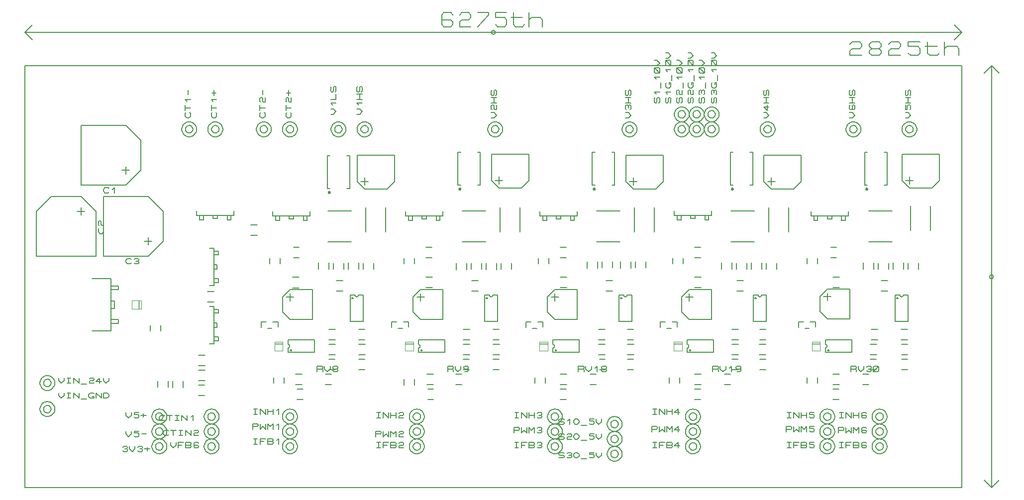
<source format=gbr>
G04 PROTEUS GERBER X2 FILE*
%TF.GenerationSoftware,Labcenter,Proteus,8.7-SP3-Build25561*%
%TF.CreationDate,2021-05-23T19:19:56+00:00*%
%TF.FileFunction,Legend,Top*%
%TF.FilePolarity,Positive*%
%TF.Part,Single*%
%TF.SameCoordinates,{bb4e542a-de17-4d2d-b6f0-32913e85bf41}*%
%FSLAX45Y45*%
%MOMM*%
G01*
%TA.AperFunction,Profile*%
%ADD40C,0.203200*%
%TA.AperFunction,Material*%
%ADD41C,0.200000*%
%ADD42C,0.203200*%
%ADD43C,0.250000*%
%ADD44C,0.101600*%
%TA.AperFunction,NonMaterial*%
%ADD45C,0.203200*%
%TD.AperFunction*%
D40*
X-7429500Y-4254500D02*
X+8509000Y-4254500D01*
X+8509000Y+2921000D01*
X-7429500Y+2921000D01*
X-7429500Y-4254500D01*
D41*
X-1878000Y+455500D02*
X-2278000Y+455500D01*
X-1878000Y-74500D02*
X-2278000Y-74500D01*
D42*
X-6921500Y-2476500D02*
X-6921927Y-2466091D01*
X-6925399Y-2445272D01*
X-6932655Y-2424453D01*
X-6944483Y-2403634D01*
X-6962580Y-2382976D01*
X-6983399Y-2367455D01*
X-7004218Y-2357470D01*
X-7025037Y-2351686D01*
X-7045856Y-2349528D01*
X-7048500Y-2349500D01*
X-7175500Y-2476500D02*
X-7175073Y-2466091D01*
X-7171601Y-2445272D01*
X-7164345Y-2424453D01*
X-7152517Y-2403634D01*
X-7134420Y-2382976D01*
X-7113601Y-2367455D01*
X-7092782Y-2357470D01*
X-7071963Y-2351686D01*
X-7051144Y-2349528D01*
X-7048500Y-2349500D01*
X-7175500Y-2476500D02*
X-7175073Y-2486909D01*
X-7171601Y-2507728D01*
X-7164345Y-2528547D01*
X-7152517Y-2549366D01*
X-7134420Y-2570024D01*
X-7113601Y-2585545D01*
X-7092782Y-2595530D01*
X-7071963Y-2601314D01*
X-7051144Y-2603472D01*
X-7048500Y-2603500D01*
X-6921500Y-2476500D02*
X-6921927Y-2486909D01*
X-6925399Y-2507728D01*
X-6932655Y-2528547D01*
X-6944483Y-2549366D01*
X-6962580Y-2570024D01*
X-6983399Y-2585545D01*
X-7004218Y-2595530D01*
X-7025037Y-2601314D01*
X-7045856Y-2603472D01*
X-7048500Y-2603500D01*
X-6985000Y-2476500D02*
X-6985217Y-2471253D01*
X-6986982Y-2460758D01*
X-6990674Y-2450263D01*
X-6996702Y-2439768D01*
X-7005924Y-2429388D01*
X-7016419Y-2421700D01*
X-7026914Y-2416782D01*
X-7037409Y-2413976D01*
X-7047904Y-2413003D01*
X-7048500Y-2413000D01*
X-7112000Y-2476500D02*
X-7111783Y-2471253D01*
X-7110018Y-2460758D01*
X-7106326Y-2450263D01*
X-7100298Y-2439768D01*
X-7091076Y-2429388D01*
X-7080581Y-2421700D01*
X-7070086Y-2416782D01*
X-7059591Y-2413976D01*
X-7049096Y-2413003D01*
X-7048500Y-2413000D01*
X-7112000Y-2476500D02*
X-7111783Y-2481747D01*
X-7110018Y-2492242D01*
X-7106326Y-2502737D01*
X-7100298Y-2513232D01*
X-7091076Y-2523612D01*
X-7080581Y-2531300D01*
X-7070086Y-2536218D01*
X-7059591Y-2539024D01*
X-7049096Y-2539997D01*
X-7048500Y-2540000D01*
X-6985000Y-2476500D02*
X-6985217Y-2481747D01*
X-6986982Y-2492242D01*
X-6990674Y-2502737D01*
X-6996702Y-2513232D01*
X-7005924Y-2523612D01*
X-7016419Y-2531300D01*
X-7026914Y-2536218D01*
X-7037409Y-2539024D01*
X-7047904Y-2539997D01*
X-7048500Y-2540000D01*
X-6858000Y-2390140D02*
X-6858000Y-2435860D01*
X-6810375Y-2481580D01*
X-6762750Y-2435860D01*
X-6762750Y-2390140D01*
X-6715125Y-2390140D02*
X-6651625Y-2390140D01*
X-6683375Y-2390140D02*
X-6683375Y-2481580D01*
X-6715125Y-2481580D02*
X-6651625Y-2481580D01*
X-6604000Y-2481580D02*
X-6604000Y-2390140D01*
X-6508750Y-2481580D01*
X-6508750Y-2390140D01*
X-6477000Y-2496820D02*
X-6381750Y-2496820D01*
X-6334125Y-2405380D02*
X-6318250Y-2390140D01*
X-6270625Y-2390140D01*
X-6254750Y-2405380D01*
X-6254750Y-2420620D01*
X-6270625Y-2435860D01*
X-6318250Y-2435860D01*
X-6334125Y-2451100D01*
X-6334125Y-2481580D01*
X-6254750Y-2481580D01*
X-6127750Y-2451100D02*
X-6223000Y-2451100D01*
X-6159500Y-2390140D01*
X-6159500Y-2481580D01*
X-6096000Y-2390140D02*
X-6096000Y-2435860D01*
X-6048375Y-2481580D01*
X-6000750Y-2435860D01*
X-6000750Y-2390140D01*
X-6921500Y-2921000D02*
X-6921927Y-2910591D01*
X-6925399Y-2889772D01*
X-6932655Y-2868953D01*
X-6944483Y-2848134D01*
X-6962580Y-2827476D01*
X-6983399Y-2811955D01*
X-7004218Y-2801970D01*
X-7025037Y-2796186D01*
X-7045856Y-2794028D01*
X-7048500Y-2794000D01*
X-7175500Y-2921000D02*
X-7175073Y-2910591D01*
X-7171601Y-2889772D01*
X-7164345Y-2868953D01*
X-7152517Y-2848134D01*
X-7134420Y-2827476D01*
X-7113601Y-2811955D01*
X-7092782Y-2801970D01*
X-7071963Y-2796186D01*
X-7051144Y-2794028D01*
X-7048500Y-2794000D01*
X-7175500Y-2921000D02*
X-7175073Y-2931409D01*
X-7171601Y-2952228D01*
X-7164345Y-2973047D01*
X-7152517Y-2993866D01*
X-7134420Y-3014524D01*
X-7113601Y-3030045D01*
X-7092782Y-3040030D01*
X-7071963Y-3045814D01*
X-7051144Y-3047972D01*
X-7048500Y-3048000D01*
X-6921500Y-2921000D02*
X-6921927Y-2931409D01*
X-6925399Y-2952228D01*
X-6932655Y-2973047D01*
X-6944483Y-2993866D01*
X-6962580Y-3014524D01*
X-6983399Y-3030045D01*
X-7004218Y-3040030D01*
X-7025037Y-3045814D01*
X-7045856Y-3047972D01*
X-7048500Y-3048000D01*
X-6985000Y-2921000D02*
X-6985217Y-2915753D01*
X-6986982Y-2905258D01*
X-6990674Y-2894763D01*
X-6996702Y-2884268D01*
X-7005924Y-2873888D01*
X-7016419Y-2866200D01*
X-7026914Y-2861282D01*
X-7037409Y-2858476D01*
X-7047904Y-2857503D01*
X-7048500Y-2857500D01*
X-7112000Y-2921000D02*
X-7111783Y-2915753D01*
X-7110018Y-2905258D01*
X-7106326Y-2894763D01*
X-7100298Y-2884268D01*
X-7091076Y-2873888D01*
X-7080581Y-2866200D01*
X-7070086Y-2861282D01*
X-7059591Y-2858476D01*
X-7049096Y-2857503D01*
X-7048500Y-2857500D01*
X-7112000Y-2921000D02*
X-7111783Y-2926247D01*
X-7110018Y-2936742D01*
X-7106326Y-2947237D01*
X-7100298Y-2957732D01*
X-7091076Y-2968112D01*
X-7080581Y-2975800D01*
X-7070086Y-2980718D01*
X-7059591Y-2983524D01*
X-7049096Y-2984497D01*
X-7048500Y-2984500D01*
X-6985000Y-2921000D02*
X-6985217Y-2926247D01*
X-6986982Y-2936742D01*
X-6990674Y-2947237D01*
X-6996702Y-2957732D01*
X-7005924Y-2968112D01*
X-7016419Y-2975800D01*
X-7026914Y-2980718D01*
X-7037409Y-2983524D01*
X-7047904Y-2984497D01*
X-7048500Y-2984500D01*
X-6858000Y-2644140D02*
X-6858000Y-2689860D01*
X-6810375Y-2735580D01*
X-6762750Y-2689860D01*
X-6762750Y-2644140D01*
X-6715125Y-2644140D02*
X-6651625Y-2644140D01*
X-6683375Y-2644140D02*
X-6683375Y-2735580D01*
X-6715125Y-2735580D02*
X-6651625Y-2735580D01*
X-6604000Y-2735580D02*
X-6604000Y-2644140D01*
X-6508750Y-2735580D01*
X-6508750Y-2644140D01*
X-6477000Y-2750820D02*
X-6381750Y-2750820D01*
X-6286500Y-2705100D02*
X-6254750Y-2705100D01*
X-6254750Y-2735580D01*
X-6318250Y-2735580D01*
X-6350000Y-2705100D01*
X-6350000Y-2674620D01*
X-6318250Y-2644140D01*
X-6270625Y-2644140D01*
X-6254750Y-2659380D01*
X-6223000Y-2735580D02*
X-6223000Y-2644140D01*
X-6127750Y-2735580D01*
X-6127750Y-2644140D01*
X-6096000Y-2735580D02*
X-6096000Y-2644140D01*
X-6032500Y-2644140D01*
X-6000750Y-2674620D01*
X-6000750Y-2705100D01*
X-6032500Y-2735580D01*
X-6096000Y-2735580D01*
X-1968500Y+1841500D02*
X-1968927Y+1851909D01*
X-1972399Y+1872728D01*
X-1979655Y+1893547D01*
X-1991483Y+1914366D01*
X-2009580Y+1935024D01*
X-2030399Y+1950545D01*
X-2051218Y+1960530D01*
X-2072037Y+1966314D01*
X-2092856Y+1968472D01*
X-2095500Y+1968500D01*
X-2222500Y+1841500D02*
X-2222073Y+1851909D01*
X-2218601Y+1872728D01*
X-2211345Y+1893547D01*
X-2199517Y+1914366D01*
X-2181420Y+1935024D01*
X-2160601Y+1950545D01*
X-2139782Y+1960530D01*
X-2118963Y+1966314D01*
X-2098144Y+1968472D01*
X-2095500Y+1968500D01*
X-2222500Y+1841500D02*
X-2222073Y+1831091D01*
X-2218601Y+1810272D01*
X-2211345Y+1789453D01*
X-2199517Y+1768634D01*
X-2181420Y+1747976D01*
X-2160601Y+1732455D01*
X-2139782Y+1722470D01*
X-2118963Y+1716686D01*
X-2098144Y+1714528D01*
X-2095500Y+1714500D01*
X-1968500Y+1841500D02*
X-1968927Y+1831091D01*
X-1972399Y+1810272D01*
X-1979655Y+1789453D01*
X-1991483Y+1768634D01*
X-2009580Y+1747976D01*
X-2030399Y+1732455D01*
X-2051218Y+1722470D01*
X-2072037Y+1716686D01*
X-2092856Y+1714528D01*
X-2095500Y+1714500D01*
X-2032000Y+1841500D02*
X-2032217Y+1846747D01*
X-2033982Y+1857242D01*
X-2037674Y+1867737D01*
X-2043702Y+1878232D01*
X-2052924Y+1888612D01*
X-2063419Y+1896300D01*
X-2073914Y+1901218D01*
X-2084409Y+1904024D01*
X-2094904Y+1904997D01*
X-2095500Y+1905000D01*
X-2159000Y+1841500D02*
X-2158783Y+1846747D01*
X-2157018Y+1857242D01*
X-2153326Y+1867737D01*
X-2147298Y+1878232D01*
X-2138076Y+1888612D01*
X-2127581Y+1896300D01*
X-2117086Y+1901218D01*
X-2106591Y+1904024D01*
X-2096096Y+1904997D01*
X-2095500Y+1905000D01*
X-2159000Y+1841500D02*
X-2158783Y+1836253D01*
X-2157018Y+1825758D01*
X-2153326Y+1815263D01*
X-2147298Y+1804768D01*
X-2138076Y+1794388D01*
X-2127581Y+1786700D01*
X-2117086Y+1781782D01*
X-2106591Y+1778976D01*
X-2096096Y+1778003D01*
X-2095500Y+1778000D01*
X-2032000Y+1841500D02*
X-2032217Y+1836253D01*
X-2033982Y+1825758D01*
X-2037674Y+1815263D01*
X-2043702Y+1804768D01*
X-2052924Y+1794388D01*
X-2063419Y+1786700D01*
X-2073914Y+1781782D01*
X-2084409Y+1778976D01*
X-2094904Y+1778003D01*
X-2095500Y+1778000D01*
X-2227580Y+2095500D02*
X-2181860Y+2095500D01*
X-2136140Y+2143125D01*
X-2181860Y+2190750D01*
X-2227580Y+2190750D01*
X-2197100Y+2254250D02*
X-2227580Y+2286000D01*
X-2136140Y+2286000D01*
X-2227580Y+2349500D02*
X-2136140Y+2349500D01*
X-2136140Y+2444750D01*
X-2151380Y+2476500D02*
X-2136140Y+2492375D01*
X-2136140Y+2555875D01*
X-2151380Y+2571750D01*
X-2166620Y+2571750D01*
X-2181860Y+2555875D01*
X-2181860Y+2492375D01*
X-2197100Y+2476500D01*
X-2212340Y+2476500D01*
X-2227580Y+2492375D01*
X-2227580Y+2555875D01*
X-2212340Y+2571750D01*
X-1524000Y+1841500D02*
X-1524427Y+1851909D01*
X-1527899Y+1872728D01*
X-1535155Y+1893547D01*
X-1546983Y+1914366D01*
X-1565080Y+1935024D01*
X-1585899Y+1950545D01*
X-1606718Y+1960530D01*
X-1627537Y+1966314D01*
X-1648356Y+1968472D01*
X-1651000Y+1968500D01*
X-1778000Y+1841500D02*
X-1777573Y+1851909D01*
X-1774101Y+1872728D01*
X-1766845Y+1893547D01*
X-1755017Y+1914366D01*
X-1736920Y+1935024D01*
X-1716101Y+1950545D01*
X-1695282Y+1960530D01*
X-1674463Y+1966314D01*
X-1653644Y+1968472D01*
X-1651000Y+1968500D01*
X-1778000Y+1841500D02*
X-1777573Y+1831091D01*
X-1774101Y+1810272D01*
X-1766845Y+1789453D01*
X-1755017Y+1768634D01*
X-1736920Y+1747976D01*
X-1716101Y+1732455D01*
X-1695282Y+1722470D01*
X-1674463Y+1716686D01*
X-1653644Y+1714528D01*
X-1651000Y+1714500D01*
X-1524000Y+1841500D02*
X-1524427Y+1831091D01*
X-1527899Y+1810272D01*
X-1535155Y+1789453D01*
X-1546983Y+1768634D01*
X-1565080Y+1747976D01*
X-1585899Y+1732455D01*
X-1606718Y+1722470D01*
X-1627537Y+1716686D01*
X-1648356Y+1714528D01*
X-1651000Y+1714500D01*
X-1587500Y+1841500D02*
X-1587717Y+1846747D01*
X-1589482Y+1857242D01*
X-1593174Y+1867737D01*
X-1599202Y+1878232D01*
X-1608424Y+1888612D01*
X-1618919Y+1896300D01*
X-1629414Y+1901218D01*
X-1639909Y+1904024D01*
X-1650404Y+1904997D01*
X-1651000Y+1905000D01*
X-1714500Y+1841500D02*
X-1714283Y+1846747D01*
X-1712518Y+1857242D01*
X-1708826Y+1867737D01*
X-1702798Y+1878232D01*
X-1693576Y+1888612D01*
X-1683081Y+1896300D01*
X-1672586Y+1901218D01*
X-1662091Y+1904024D01*
X-1651596Y+1904997D01*
X-1651000Y+1905000D01*
X-1714500Y+1841500D02*
X-1714283Y+1836253D01*
X-1712518Y+1825758D01*
X-1708826Y+1815263D01*
X-1702798Y+1804768D01*
X-1693576Y+1794388D01*
X-1683081Y+1786700D01*
X-1672586Y+1781782D01*
X-1662091Y+1778976D01*
X-1651596Y+1778003D01*
X-1651000Y+1778000D01*
X-1587500Y+1841500D02*
X-1587717Y+1836253D01*
X-1589482Y+1825758D01*
X-1593174Y+1815263D01*
X-1599202Y+1804768D01*
X-1608424Y+1794388D01*
X-1618919Y+1786700D01*
X-1629414Y+1781782D01*
X-1639909Y+1778976D01*
X-1650404Y+1778003D01*
X-1651000Y+1778000D01*
X-1783080Y+2095500D02*
X-1737360Y+2095500D01*
X-1691640Y+2143125D01*
X-1737360Y+2190750D01*
X-1783080Y+2190750D01*
X-1752600Y+2254250D02*
X-1783080Y+2286000D01*
X-1691640Y+2286000D01*
X-1691640Y+2349500D02*
X-1783080Y+2349500D01*
X-1783080Y+2444750D02*
X-1691640Y+2444750D01*
X-1737360Y+2349500D02*
X-1737360Y+2444750D01*
X-1706880Y+2476500D02*
X-1691640Y+2492375D01*
X-1691640Y+2555875D01*
X-1706880Y+2571750D01*
X-1722120Y+2571750D01*
X-1737360Y+2555875D01*
X-1737360Y+2492375D01*
X-1752600Y+2476500D01*
X-1767840Y+2476500D01*
X-1783080Y+2492375D01*
X-1783080Y+2555875D01*
X-1767840Y+2571750D01*
X-2794000Y-3556000D02*
X-2794427Y-3545591D01*
X-2797899Y-3524772D01*
X-2805155Y-3503953D01*
X-2816983Y-3483134D01*
X-2835080Y-3462476D01*
X-2855899Y-3446955D01*
X-2876718Y-3436970D01*
X-2897537Y-3431186D01*
X-2918356Y-3429028D01*
X-2921000Y-3429000D01*
X-3048000Y-3556000D02*
X-3047573Y-3545591D01*
X-3044101Y-3524772D01*
X-3036845Y-3503953D01*
X-3025017Y-3483134D01*
X-3006920Y-3462476D01*
X-2986101Y-3446955D01*
X-2965282Y-3436970D01*
X-2944463Y-3431186D01*
X-2923644Y-3429028D01*
X-2921000Y-3429000D01*
X-3048000Y-3556000D02*
X-3047573Y-3566409D01*
X-3044101Y-3587228D01*
X-3036845Y-3608047D01*
X-3025017Y-3628866D01*
X-3006920Y-3649524D01*
X-2986101Y-3665045D01*
X-2965282Y-3675030D01*
X-2944463Y-3680814D01*
X-2923644Y-3682972D01*
X-2921000Y-3683000D01*
X-2794000Y-3556000D02*
X-2794427Y-3566409D01*
X-2797899Y-3587228D01*
X-2805155Y-3608047D01*
X-2816983Y-3628866D01*
X-2835080Y-3649524D01*
X-2855899Y-3665045D01*
X-2876718Y-3675030D01*
X-2897537Y-3680814D01*
X-2918356Y-3682972D01*
X-2921000Y-3683000D01*
X-2857500Y-3556000D02*
X-2857717Y-3550753D01*
X-2859482Y-3540258D01*
X-2863174Y-3529763D01*
X-2869202Y-3519268D01*
X-2878424Y-3508888D01*
X-2888919Y-3501200D01*
X-2899414Y-3496282D01*
X-2909909Y-3493476D01*
X-2920404Y-3492503D01*
X-2921000Y-3492500D01*
X-2984500Y-3556000D02*
X-2984283Y-3550753D01*
X-2982518Y-3540258D01*
X-2978826Y-3529763D01*
X-2972798Y-3519268D01*
X-2963576Y-3508888D01*
X-2953081Y-3501200D01*
X-2942586Y-3496282D01*
X-2932091Y-3493476D01*
X-2921596Y-3492503D01*
X-2921000Y-3492500D01*
X-2984500Y-3556000D02*
X-2984283Y-3561247D01*
X-2982518Y-3571742D01*
X-2978826Y-3582237D01*
X-2972798Y-3592732D01*
X-2963576Y-3603112D01*
X-2953081Y-3610800D01*
X-2942586Y-3615718D01*
X-2932091Y-3618524D01*
X-2921596Y-3619497D01*
X-2921000Y-3619500D01*
X-2857500Y-3556000D02*
X-2857717Y-3561247D01*
X-2859482Y-3571742D01*
X-2863174Y-3582237D01*
X-2869202Y-3592732D01*
X-2878424Y-3603112D01*
X-2888919Y-3610800D01*
X-2899414Y-3615718D01*
X-2909909Y-3618524D01*
X-2920404Y-3619497D01*
X-2921000Y-3619500D01*
X-3540125Y-3423920D02*
X-3476625Y-3423920D01*
X-3508375Y-3423920D02*
X-3508375Y-3515360D01*
X-3540125Y-3515360D02*
X-3476625Y-3515360D01*
X-3429000Y-3515360D02*
X-3429000Y-3423920D01*
X-3333750Y-3423920D01*
X-3429000Y-3469640D02*
X-3365500Y-3469640D01*
X-3302000Y-3515360D02*
X-3302000Y-3423920D01*
X-3222625Y-3423920D01*
X-3206750Y-3439160D01*
X-3206750Y-3454400D01*
X-3222625Y-3469640D01*
X-3206750Y-3484880D01*
X-3206750Y-3500120D01*
X-3222625Y-3515360D01*
X-3302000Y-3515360D01*
X-3302000Y-3469640D02*
X-3222625Y-3469640D01*
X-3143250Y-3454400D02*
X-3111500Y-3423920D01*
X-3111500Y-3515360D01*
X-2794000Y-3048000D02*
X-2794427Y-3037591D01*
X-2797899Y-3016772D01*
X-2805155Y-2995953D01*
X-2816983Y-2975134D01*
X-2835080Y-2954476D01*
X-2855899Y-2938955D01*
X-2876718Y-2928970D01*
X-2897537Y-2923186D01*
X-2918356Y-2921028D01*
X-2921000Y-2921000D01*
X-3048000Y-3048000D02*
X-3047573Y-3037591D01*
X-3044101Y-3016772D01*
X-3036845Y-2995953D01*
X-3025017Y-2975134D01*
X-3006920Y-2954476D01*
X-2986101Y-2938955D01*
X-2965282Y-2928970D01*
X-2944463Y-2923186D01*
X-2923644Y-2921028D01*
X-2921000Y-2921000D01*
X-3048000Y-3048000D02*
X-3047573Y-3058409D01*
X-3044101Y-3079228D01*
X-3036845Y-3100047D01*
X-3025017Y-3120866D01*
X-3006920Y-3141524D01*
X-2986101Y-3157045D01*
X-2965282Y-3167030D01*
X-2944463Y-3172814D01*
X-2923644Y-3174972D01*
X-2921000Y-3175000D01*
X-2794000Y-3048000D02*
X-2794427Y-3058409D01*
X-2797899Y-3079228D01*
X-2805155Y-3100047D01*
X-2816983Y-3120866D01*
X-2835080Y-3141524D01*
X-2855899Y-3157045D01*
X-2876718Y-3167030D01*
X-2897537Y-3172814D01*
X-2918356Y-3174972D01*
X-2921000Y-3175000D01*
X-2857500Y-3048000D02*
X-2857717Y-3042753D01*
X-2859482Y-3032258D01*
X-2863174Y-3021763D01*
X-2869202Y-3011268D01*
X-2878424Y-3000888D01*
X-2888919Y-2993200D01*
X-2899414Y-2988282D01*
X-2909909Y-2985476D01*
X-2920404Y-2984503D01*
X-2921000Y-2984500D01*
X-2984500Y-3048000D02*
X-2984283Y-3042753D01*
X-2982518Y-3032258D01*
X-2978826Y-3021763D01*
X-2972798Y-3011268D01*
X-2963576Y-3000888D01*
X-2953081Y-2993200D01*
X-2942586Y-2988282D01*
X-2932091Y-2985476D01*
X-2921596Y-2984503D01*
X-2921000Y-2984500D01*
X-2984500Y-3048000D02*
X-2984283Y-3053247D01*
X-2982518Y-3063742D01*
X-2978826Y-3074237D01*
X-2972798Y-3084732D01*
X-2963576Y-3095112D01*
X-2953081Y-3102800D01*
X-2942586Y-3107718D01*
X-2932091Y-3110524D01*
X-2921596Y-3111497D01*
X-2921000Y-3111500D01*
X-2857500Y-3048000D02*
X-2857717Y-3053247D01*
X-2859482Y-3063742D01*
X-2863174Y-3074237D01*
X-2869202Y-3084732D01*
X-2878424Y-3095112D01*
X-2888919Y-3102800D01*
X-2899414Y-3107718D01*
X-2909909Y-3110524D01*
X-2920404Y-3111497D01*
X-2921000Y-3111500D01*
X-3540125Y-2915920D02*
X-3476625Y-2915920D01*
X-3508375Y-2915920D02*
X-3508375Y-3007360D01*
X-3540125Y-3007360D02*
X-3476625Y-3007360D01*
X-3429000Y-3007360D02*
X-3429000Y-2915920D01*
X-3333750Y-3007360D01*
X-3333750Y-2915920D01*
X-3302000Y-3007360D02*
X-3302000Y-2915920D01*
X-3206750Y-2915920D02*
X-3206750Y-3007360D01*
X-3302000Y-2961640D02*
X-3206750Y-2961640D01*
X-3143250Y-2946400D02*
X-3111500Y-2915920D01*
X-3111500Y-3007360D01*
X-2794000Y-3302000D02*
X-2794427Y-3291591D01*
X-2797899Y-3270772D01*
X-2805155Y-3249953D01*
X-2816983Y-3229134D01*
X-2835080Y-3208476D01*
X-2855899Y-3192955D01*
X-2876718Y-3182970D01*
X-2897537Y-3177186D01*
X-2918356Y-3175028D01*
X-2921000Y-3175000D01*
X-3048000Y-3302000D02*
X-3047573Y-3291591D01*
X-3044101Y-3270772D01*
X-3036845Y-3249953D01*
X-3025017Y-3229134D01*
X-3006920Y-3208476D01*
X-2986101Y-3192955D01*
X-2965282Y-3182970D01*
X-2944463Y-3177186D01*
X-2923644Y-3175028D01*
X-2921000Y-3175000D01*
X-3048000Y-3302000D02*
X-3047573Y-3312409D01*
X-3044101Y-3333228D01*
X-3036845Y-3354047D01*
X-3025017Y-3374866D01*
X-3006920Y-3395524D01*
X-2986101Y-3411045D01*
X-2965282Y-3421030D01*
X-2944463Y-3426814D01*
X-2923644Y-3428972D01*
X-2921000Y-3429000D01*
X-2794000Y-3302000D02*
X-2794427Y-3312409D01*
X-2797899Y-3333228D01*
X-2805155Y-3354047D01*
X-2816983Y-3374866D01*
X-2835080Y-3395524D01*
X-2855899Y-3411045D01*
X-2876718Y-3421030D01*
X-2897537Y-3426814D01*
X-2918356Y-3428972D01*
X-2921000Y-3429000D01*
X-2857500Y-3302000D02*
X-2857717Y-3296753D01*
X-2859482Y-3286258D01*
X-2863174Y-3275763D01*
X-2869202Y-3265268D01*
X-2878424Y-3254888D01*
X-2888919Y-3247200D01*
X-2899414Y-3242282D01*
X-2909909Y-3239476D01*
X-2920404Y-3238503D01*
X-2921000Y-3238500D01*
X-2984500Y-3302000D02*
X-2984283Y-3296753D01*
X-2982518Y-3286258D01*
X-2978826Y-3275763D01*
X-2972798Y-3265268D01*
X-2963576Y-3254888D01*
X-2953081Y-3247200D01*
X-2942586Y-3242282D01*
X-2932091Y-3239476D01*
X-2921596Y-3238503D01*
X-2921000Y-3238500D01*
X-2984500Y-3302000D02*
X-2984283Y-3307247D01*
X-2982518Y-3317742D01*
X-2978826Y-3328237D01*
X-2972798Y-3338732D01*
X-2963576Y-3349112D01*
X-2953081Y-3356800D01*
X-2942586Y-3361718D01*
X-2932091Y-3364524D01*
X-2921596Y-3365497D01*
X-2921000Y-3365500D01*
X-2857500Y-3302000D02*
X-2857717Y-3307247D01*
X-2859482Y-3317742D01*
X-2863174Y-3328237D01*
X-2869202Y-3338732D01*
X-2878424Y-3349112D01*
X-2888919Y-3356800D01*
X-2899414Y-3361718D01*
X-2909909Y-3364524D01*
X-2920404Y-3365497D01*
X-2921000Y-3365500D01*
X-3556000Y-3261360D02*
X-3556000Y-3169920D01*
X-3476625Y-3169920D01*
X-3460750Y-3185160D01*
X-3460750Y-3200400D01*
X-3476625Y-3215640D01*
X-3556000Y-3215640D01*
X-3429000Y-3169920D02*
X-3429000Y-3261360D01*
X-3381375Y-3215640D01*
X-3333750Y-3261360D01*
X-3333750Y-3169920D01*
X-3302000Y-3261360D02*
X-3302000Y-3169920D01*
X-3254375Y-3215640D01*
X-3206750Y-3169920D01*
X-3206750Y-3261360D01*
X-3143250Y-3200400D02*
X-3111500Y-3169920D01*
X-3111500Y-3261360D01*
D41*
X-4477000Y-2185500D02*
X-4367000Y-2185500D01*
X-4477000Y-2005500D02*
X-4367000Y-2005500D01*
X-3478000Y+217000D02*
X-3588000Y+217000D01*
X-3478000Y+37000D02*
X-3588000Y+37000D01*
D43*
X-2243000Y+769000D02*
X-2243043Y+770039D01*
X-2243395Y+772118D01*
X-2244132Y+774197D01*
X-2245336Y+776276D01*
X-2247177Y+778326D01*
X-2249256Y+779829D01*
X-2251335Y+780786D01*
X-2253414Y+781325D01*
X-2255493Y+781500D01*
X-2255500Y+781500D01*
X-2268000Y+769000D02*
X-2267957Y+770039D01*
X-2267605Y+772118D01*
X-2266868Y+774197D01*
X-2265664Y+776276D01*
X-2263823Y+778326D01*
X-2261744Y+779829D01*
X-2259665Y+780786D01*
X-2257586Y+781325D01*
X-2255507Y+781500D01*
X-2255500Y+781500D01*
X-2268000Y+769000D02*
X-2267957Y+767961D01*
X-2267605Y+765882D01*
X-2266868Y+763803D01*
X-2265664Y+761724D01*
X-2263823Y+759674D01*
X-2261744Y+758171D01*
X-2259665Y+757214D01*
X-2257586Y+756675D01*
X-2255507Y+756500D01*
X-2255500Y+756500D01*
X-2243000Y+769000D02*
X-2243043Y+767961D01*
X-2243395Y+765882D01*
X-2244132Y+763803D01*
X-2245336Y+761724D01*
X-2247177Y+759674D01*
X-2249256Y+758171D01*
X-2251335Y+757214D01*
X-2253414Y+756675D01*
X-2255493Y+756500D01*
X-2255500Y+756500D01*
D41*
X-2240500Y+834000D02*
X-2285500Y+834000D01*
X-2285500Y+1394000D01*
X-2240500Y+1394000D01*
X-1950500Y+834000D02*
X-1905500Y+834000D01*
X-1905500Y+1394000D01*
X-1950500Y+1394000D01*
D42*
X-1778000Y+952500D02*
X-1651000Y+825500D01*
X-1270000Y+825500D01*
X-1143000Y+952500D01*
X-1143000Y+1397000D01*
X-1778000Y+1397000D01*
X-1778000Y+952500D01*
X-1651000Y+889000D02*
X-1651000Y+1016000D01*
X-1714500Y+952500D02*
X-1587500Y+952500D01*
D41*
X-1630500Y+510000D02*
X-1630500Y+100000D01*
X-1290500Y+510000D02*
X-1290500Y+100000D01*
D42*
X-3213100Y+444500D02*
X-3213100Y+368300D01*
X-2578100Y+368300D01*
X-2578100Y+444500D01*
X-2933700Y+368300D02*
X-2933700Y+317500D01*
X-2857500Y+317500D01*
X-2857500Y+368300D01*
X-3162300Y+368300D02*
X-3162300Y+292100D01*
X-3098800Y+292100D01*
X-3098800Y+368300D01*
X-2628900Y+368300D02*
X-2628900Y+292100D01*
X-2692400Y+292100D01*
X-2692400Y+368300D02*
X-2692400Y+292100D01*
X-2954020Y-1955800D02*
X-2954020Y-1874838D01*
X-2943399Y-1872756D01*
X-2934833Y-1867036D01*
X-2929114Y-1858471D01*
X-2927032Y-1847850D01*
X-2954020Y-1820862D02*
X-2943399Y-1822944D01*
X-2934833Y-1828664D01*
X-2929114Y-1837229D01*
X-2927032Y-1847850D01*
X-2954020Y-1820862D02*
X-2954020Y-1739900D01*
X-2506980Y-1879600D02*
X-2506980Y-1816100D01*
X-2921000Y-1955800D02*
X-2540000Y-1955800D01*
X-2921000Y-1739900D02*
X-2540000Y-1739900D01*
X-2921000Y-1955800D02*
X-2954020Y-1955800D01*
X-2954020Y-1739900D02*
X-2921000Y-1739900D01*
X-2506980Y-1816100D02*
X-2506980Y-1739900D01*
X-2540000Y-1739900D01*
X-2540000Y-1955800D02*
X-2506980Y-1955800D01*
X-2506980Y-1879600D01*
X-2894584Y-1920240D02*
X-2894619Y-1919395D01*
X-2894906Y-1917704D01*
X-2895505Y-1916013D01*
X-2896485Y-1914322D01*
X-2897985Y-1912654D01*
X-2899676Y-1911434D01*
X-2901367Y-1910658D01*
X-2903058Y-1910221D01*
X-2904744Y-1910080D01*
X-2914904Y-1920240D02*
X-2914869Y-1919395D01*
X-2914582Y-1917704D01*
X-2913983Y-1916013D01*
X-2913003Y-1914322D01*
X-2911503Y-1912654D01*
X-2909812Y-1911434D01*
X-2908121Y-1910658D01*
X-2906430Y-1910221D01*
X-2904744Y-1910080D01*
X-2914904Y-1920240D02*
X-2914869Y-1921085D01*
X-2914582Y-1922776D01*
X-2913983Y-1924467D01*
X-2913003Y-1926158D01*
X-2911503Y-1927826D01*
X-2909812Y-1929046D01*
X-2908121Y-1929822D01*
X-2906430Y-1930259D01*
X-2904744Y-1930400D01*
X-2894584Y-1920240D02*
X-2894619Y-1921085D01*
X-2894906Y-1922776D01*
X-2895505Y-1924467D01*
X-2896485Y-1926158D01*
X-2897985Y-1927826D01*
X-2899676Y-1929046D01*
X-2901367Y-1929822D01*
X-2903058Y-1930259D01*
X-2904744Y-1930400D01*
D41*
X-2762000Y-164000D02*
X-2862000Y-164000D01*
X-2762000Y-344000D02*
X-2862000Y-344000D01*
X-3265000Y-349000D02*
X-3265000Y-449000D01*
X-3085000Y-349000D02*
X-3085000Y-449000D01*
X-2872000Y-858350D02*
X-2762000Y-858350D01*
X-2872000Y-678350D02*
X-2762000Y-678350D01*
D42*
X-2921000Y-889000D02*
X-3048000Y-1016000D01*
X-3048000Y-1270000D01*
X-2921000Y-1397000D01*
X-2540000Y-1397000D01*
X-2540000Y-889000D01*
X-2921000Y-889000D01*
X-2984500Y-1016000D02*
X-2857500Y-1016000D01*
X-2921000Y-952500D02*
X-2921000Y-1079500D01*
D44*
X-3041500Y-1800960D02*
X-3181500Y-1800960D01*
X-3041500Y-1820960D02*
X-3181500Y-1820960D01*
X-3181500Y-1930960D02*
X-3041500Y-1930960D01*
X-3041500Y-1770960D01*
X-3181500Y-1770960D01*
X-3181500Y-1930960D01*
D41*
X-2826000Y-2503000D02*
X-2716000Y-2503000D01*
X-2826000Y-2323000D02*
X-2716000Y-2323000D01*
X-2798500Y-2757000D02*
X-2698500Y-2757000D01*
X-2798500Y-2577000D02*
X-2698500Y-2577000D01*
D42*
X-3124200Y-1432560D02*
X-3213100Y-1432560D01*
X-3230880Y-1544320D02*
X-3302000Y-1544320D01*
X-3124200Y-1432560D02*
X-3124200Y-1524000D01*
X-3413760Y-1526540D02*
X-3413760Y-1432560D01*
X-3327400Y-1432560D01*
D41*
X-3201500Y-2381000D02*
X-3201500Y-2481000D01*
X-3021500Y-2381000D02*
X-3021500Y-2481000D01*
X-1497500Y-540000D02*
X-1497500Y-440000D01*
X-1677500Y-540000D02*
X-1677500Y-440000D01*
X-2005500Y-540000D02*
X-2005500Y-440000D01*
X-2185500Y-540000D02*
X-2185500Y-440000D01*
X-1931500Y-430000D02*
X-1931500Y-540000D01*
X-1751500Y-430000D02*
X-1751500Y-540000D01*
D42*
X-1892300Y-982980D02*
X-1811338Y-982980D01*
X-1809256Y-993601D01*
X-1803536Y-1002167D01*
X-1794971Y-1007886D01*
X-1784350Y-1009968D01*
X-1757362Y-982980D02*
X-1759444Y-993601D01*
X-1765164Y-1002167D01*
X-1773729Y-1007886D01*
X-1784350Y-1009968D01*
X-1757362Y-982980D02*
X-1676400Y-982980D01*
X-1816100Y-1430020D02*
X-1752600Y-1430020D01*
X-1892300Y-1016000D02*
X-1892300Y-1397000D01*
X-1676400Y-1016000D02*
X-1676400Y-1397000D01*
X-1892300Y-1016000D02*
X-1892300Y-982980D01*
X-1676400Y-982980D02*
X-1676400Y-1016000D01*
X-1752600Y-1430020D02*
X-1676400Y-1430020D01*
X-1676400Y-1397000D01*
X-1892300Y-1397000D02*
X-1892300Y-1430020D01*
X-1816100Y-1430020D01*
X-1846580Y-1032256D02*
X-1846615Y-1031411D01*
X-1846902Y-1029720D01*
X-1847501Y-1028029D01*
X-1848481Y-1026338D01*
X-1849981Y-1024670D01*
X-1851672Y-1023450D01*
X-1853363Y-1022674D01*
X-1855054Y-1022237D01*
X-1856740Y-1022096D01*
X-1866900Y-1032256D02*
X-1866865Y-1031411D01*
X-1866578Y-1029720D01*
X-1865979Y-1028029D01*
X-1864999Y-1026338D01*
X-1863499Y-1024670D01*
X-1861808Y-1023450D01*
X-1860117Y-1022674D01*
X-1858426Y-1022237D01*
X-1856740Y-1022096D01*
X-1866900Y-1032256D02*
X-1866865Y-1033101D01*
X-1866578Y-1034792D01*
X-1865979Y-1036483D01*
X-1864999Y-1038174D01*
X-1863499Y-1039842D01*
X-1861808Y-1041062D01*
X-1860117Y-1041838D01*
X-1858426Y-1042275D01*
X-1856740Y-1042416D01*
X-1846580Y-1032256D02*
X-1846615Y-1033101D01*
X-1846902Y-1034792D01*
X-1847501Y-1036483D01*
X-1848481Y-1038174D01*
X-1849981Y-1039842D01*
X-1851672Y-1041062D01*
X-1853363Y-1041838D01*
X-1855054Y-1042275D01*
X-1856740Y-1042416D01*
D41*
X-2127500Y-915500D02*
X-2017500Y-915500D01*
X-2127500Y-735500D02*
X-2017500Y-735500D01*
X-1746500Y-2249000D02*
X-1646500Y-2249000D01*
X-1746500Y-2069000D02*
X-1646500Y-2069000D01*
X-1746500Y-1741000D02*
X-1646500Y-1741000D01*
X-1746500Y-1561000D02*
X-1646500Y-1561000D01*
X-2254500Y-2249000D02*
X-2154500Y-2249000D01*
X-2254500Y-2069000D02*
X-2154500Y-2069000D01*
X-2254500Y-1741000D02*
X-2144500Y-1741000D01*
X-2254500Y-1561000D02*
X-2144500Y-1561000D01*
X-2254500Y-1995000D02*
X-2144500Y-1995000D01*
X-2254500Y-1815000D02*
X-2144500Y-1815000D01*
X-1746500Y-1995000D02*
X-1636500Y-1995000D01*
X-1746500Y-1815000D02*
X-1636500Y-1815000D01*
X-2439500Y-430000D02*
X-2439500Y-540000D01*
X-2259500Y-430000D02*
X-2259500Y-540000D01*
D42*
X-952500Y+444500D02*
X-952500Y+368300D01*
X-317500Y+368300D01*
X-317500Y+444500D01*
X-673100Y+368300D02*
X-673100Y+317500D01*
X-596900Y+317500D01*
X-596900Y+368300D01*
X-901700Y+368300D02*
X-901700Y+292100D01*
X-838200Y+292100D01*
X-838200Y+368300D01*
X-368300Y+368300D02*
X-368300Y+292100D01*
X-431800Y+292100D01*
X-431800Y+368300D02*
X-431800Y+292100D01*
D41*
X+408000Y+455500D02*
X+8000Y+455500D01*
X+408000Y-74500D02*
X+8000Y-74500D01*
D43*
X-20500Y+827000D02*
X-20543Y+828039D01*
X-20895Y+830118D01*
X-21632Y+832197D01*
X-22836Y+834276D01*
X-24677Y+836326D01*
X-26756Y+837829D01*
X-28835Y+838786D01*
X-30914Y+839325D01*
X-32993Y+839500D01*
X-33000Y+839500D01*
X-45500Y+827000D02*
X-45457Y+828039D01*
X-45105Y+830118D01*
X-44368Y+832197D01*
X-43164Y+834276D01*
X-41323Y+836326D01*
X-39244Y+837829D01*
X-37165Y+838786D01*
X-35086Y+839325D01*
X-33007Y+839500D01*
X-33000Y+839500D01*
X-45500Y+827000D02*
X-45457Y+825961D01*
X-45105Y+823882D01*
X-44368Y+821803D01*
X-43164Y+819724D01*
X-41323Y+817674D01*
X-39244Y+816171D01*
X-37165Y+815214D01*
X-35086Y+814675D01*
X-33007Y+814500D01*
X-33000Y+814500D01*
X-20500Y+827000D02*
X-20543Y+825961D01*
X-20895Y+823882D01*
X-21632Y+821803D01*
X-22836Y+819724D01*
X-24677Y+817674D01*
X-26756Y+816171D01*
X-28835Y+815214D01*
X-30914Y+814675D01*
X-32993Y+814500D01*
X-33000Y+814500D01*
D41*
X-18000Y+892000D02*
X-63000Y+892000D01*
X-63000Y+1452000D01*
X-18000Y+1452000D01*
X+272000Y+892000D02*
X+317000Y+892000D01*
X+317000Y+1452000D01*
X+272000Y+1452000D01*
D42*
X+508000Y+970500D02*
X+635000Y+843500D01*
X+1016000Y+843500D01*
X+1143000Y+970500D01*
X+1143000Y+1415000D01*
X+508000Y+1415000D01*
X+508000Y+970500D01*
X+635000Y+907000D02*
X+635000Y+1034000D01*
X+571500Y+970500D02*
X+698500Y+970500D01*
D41*
X+655500Y+510000D02*
X+655500Y+100000D01*
X+995500Y+510000D02*
X+995500Y+100000D01*
D42*
X+393700Y-982980D02*
X+474662Y-982980D01*
X+476744Y-993601D01*
X+482464Y-1002167D01*
X+491029Y-1007886D01*
X+501650Y-1009968D01*
X+528638Y-982980D02*
X+526556Y-993601D01*
X+520836Y-1002167D01*
X+512271Y-1007886D01*
X+501650Y-1009968D01*
X+528638Y-982980D02*
X+609600Y-982980D01*
X+469900Y-1430020D02*
X+533400Y-1430020D01*
X+393700Y-1016000D02*
X+393700Y-1397000D01*
X+609600Y-1016000D02*
X+609600Y-1397000D01*
X+393700Y-1016000D02*
X+393700Y-982980D01*
X+609600Y-982980D02*
X+609600Y-1016000D01*
X+533400Y-1430020D02*
X+609600Y-1430020D01*
X+609600Y-1397000D01*
X+393700Y-1397000D02*
X+393700Y-1430020D01*
X+469900Y-1430020D01*
X+439420Y-1032256D02*
X+439385Y-1031411D01*
X+439098Y-1029720D01*
X+438499Y-1028029D01*
X+437519Y-1026338D01*
X+436019Y-1024670D01*
X+434328Y-1023450D01*
X+432637Y-1022674D01*
X+430946Y-1022237D01*
X+429260Y-1022096D01*
X+419100Y-1032256D02*
X+419135Y-1031411D01*
X+419422Y-1029720D01*
X+420021Y-1028029D01*
X+421001Y-1026338D01*
X+422501Y-1024670D01*
X+424192Y-1023450D01*
X+425883Y-1022674D01*
X+427574Y-1022237D01*
X+429260Y-1022096D01*
X+419100Y-1032256D02*
X+419135Y-1033101D01*
X+419422Y-1034792D01*
X+420021Y-1036483D01*
X+421001Y-1038174D01*
X+422501Y-1039842D01*
X+424192Y-1041062D01*
X+425883Y-1041838D01*
X+427574Y-1042275D01*
X+429260Y-1042416D01*
X+439420Y-1032256D02*
X+439385Y-1033101D01*
X+439098Y-1034792D01*
X+438499Y-1036483D01*
X+437519Y-1038174D01*
X+436019Y-1039842D01*
X+434328Y-1041062D01*
X+432637Y-1041838D01*
X+430946Y-1042275D01*
X+429260Y-1042416D01*
D41*
X-979000Y-349000D02*
X-979000Y-449000D01*
X-799000Y-349000D02*
X-799000Y-449000D01*
X-503500Y-164000D02*
X-603500Y-164000D01*
X-503500Y-344000D02*
X-603500Y-344000D01*
X-603500Y-852000D02*
X-493500Y-852000D01*
X-603500Y-672000D02*
X-493500Y-672000D01*
D42*
X-698500Y-889000D02*
X-825500Y-1016000D01*
X-825500Y-1270000D01*
X-698500Y-1397000D01*
X-317500Y-1397000D01*
X-317500Y-889000D01*
X-698500Y-889000D01*
X-762000Y-1016000D02*
X-635000Y-1016000D01*
X-698500Y-952500D02*
X-698500Y-1079500D01*
X-901700Y-1432560D02*
X-990600Y-1432560D01*
X-1008380Y-1544320D02*
X-1079500Y-1544320D01*
X-901700Y-1432560D02*
X-901700Y-1524000D01*
X-1191260Y-1526540D02*
X-1191260Y-1432560D01*
X-1104900Y-1432560D01*
D44*
X-819000Y-1800960D02*
X-959000Y-1800960D01*
X-819000Y-1820960D02*
X-959000Y-1820960D01*
X-959000Y-1930960D02*
X-819000Y-1930960D01*
X-819000Y-1770960D01*
X-959000Y-1770960D01*
X-959000Y-1930960D01*
D42*
X-731520Y-1955800D02*
X-731520Y-1874838D01*
X-720899Y-1872756D01*
X-712333Y-1867036D01*
X-706614Y-1858471D01*
X-704532Y-1847850D01*
X-731520Y-1820862D02*
X-720899Y-1822944D01*
X-712333Y-1828664D01*
X-706614Y-1837229D01*
X-704532Y-1847850D01*
X-731520Y-1820862D02*
X-731520Y-1739900D01*
X-284480Y-1879600D02*
X-284480Y-1816100D01*
X-698500Y-1955800D02*
X-317500Y-1955800D01*
X-698500Y-1739900D02*
X-317500Y-1739900D01*
X-698500Y-1955800D02*
X-731520Y-1955800D01*
X-731520Y-1739900D02*
X-698500Y-1739900D01*
X-284480Y-1816100D02*
X-284480Y-1739900D01*
X-317500Y-1739900D01*
X-317500Y-1955800D02*
X-284480Y-1955800D01*
X-284480Y-1879600D01*
X-672084Y-1920240D02*
X-672119Y-1919395D01*
X-672406Y-1917704D01*
X-673005Y-1916013D01*
X-673985Y-1914322D01*
X-675485Y-1912654D01*
X-677176Y-1911434D01*
X-678867Y-1910658D01*
X-680558Y-1910221D01*
X-682244Y-1910080D01*
X-692404Y-1920240D02*
X-692369Y-1919395D01*
X-692082Y-1917704D01*
X-691483Y-1916013D01*
X-690503Y-1914322D01*
X-689003Y-1912654D01*
X-687312Y-1911434D01*
X-685621Y-1910658D01*
X-683930Y-1910221D01*
X-682244Y-1910080D01*
X-692404Y-1920240D02*
X-692369Y-1921085D01*
X-692082Y-1922776D01*
X-691483Y-1924467D01*
X-690503Y-1926158D01*
X-689003Y-1927826D01*
X-687312Y-1929046D01*
X-685621Y-1929822D01*
X-683930Y-1930259D01*
X-682244Y-1930400D01*
X-672084Y-1920240D02*
X-672119Y-1921085D01*
X-672406Y-1922776D01*
X-673005Y-1924467D01*
X-673985Y-1926158D01*
X-675485Y-1927826D01*
X-677176Y-1929046D01*
X-678867Y-1929822D01*
X-680558Y-1930259D01*
X-682244Y-1930400D01*
D41*
X-979000Y-2408500D02*
X-979000Y-2508500D01*
X-799000Y-2408500D02*
X-799000Y-2508500D01*
X-576000Y-2757000D02*
X-476000Y-2757000D01*
X-576000Y-2577000D02*
X-476000Y-2577000D01*
X-586000Y-2503000D02*
X-476000Y-2503000D01*
X-586000Y-2323000D02*
X-476000Y-2323000D01*
X-90000Y-440000D02*
X-90000Y-550000D01*
X+90000Y-440000D02*
X+90000Y-550000D01*
X+418000Y-440000D02*
X+418000Y-550000D01*
X+598000Y-440000D02*
X+598000Y-550000D01*
X+852000Y-540000D02*
X+852000Y-440000D01*
X+672000Y-540000D02*
X+672000Y-440000D01*
X+344000Y-540000D02*
X+344000Y-440000D01*
X+164000Y-540000D02*
X+164000Y-440000D01*
X+176000Y-915500D02*
X+286000Y-915500D01*
X+176000Y-735500D02*
X+286000Y-735500D01*
X+31500Y-1741000D02*
X+141500Y-1741000D01*
X+31500Y-1561000D02*
X+141500Y-1561000D01*
X+31500Y-1995000D02*
X+141500Y-1995000D01*
X+31500Y-1815000D02*
X+141500Y-1815000D01*
X+31500Y-2249000D02*
X+131500Y-2249000D01*
X+31500Y-2069000D02*
X+131500Y-2069000D01*
X+539500Y-1741000D02*
X+639500Y-1741000D01*
X+539500Y-1561000D02*
X+639500Y-1561000D01*
X+539500Y-2249000D02*
X+639500Y-2249000D01*
X+539500Y-2069000D02*
X+639500Y-2069000D01*
X+539500Y-1995000D02*
X+649500Y-1995000D01*
X+539500Y-1815000D02*
X+649500Y-1815000D01*
D42*
X+698500Y+1841500D02*
X+698073Y+1851909D01*
X+694601Y+1872728D01*
X+687345Y+1893547D01*
X+675517Y+1914366D01*
X+657420Y+1935024D01*
X+636601Y+1950545D01*
X+615782Y+1960530D01*
X+594963Y+1966314D01*
X+574144Y+1968472D01*
X+571500Y+1968500D01*
X+444500Y+1841500D02*
X+444927Y+1851909D01*
X+448399Y+1872728D01*
X+455655Y+1893547D01*
X+467483Y+1914366D01*
X+485580Y+1935024D01*
X+506399Y+1950545D01*
X+527218Y+1960530D01*
X+548037Y+1966314D01*
X+568856Y+1968472D01*
X+571500Y+1968500D01*
X+444500Y+1841500D02*
X+444927Y+1831091D01*
X+448399Y+1810272D01*
X+455655Y+1789453D01*
X+467483Y+1768634D01*
X+485580Y+1747976D01*
X+506399Y+1732455D01*
X+527218Y+1722470D01*
X+548037Y+1716686D01*
X+568856Y+1714528D01*
X+571500Y+1714500D01*
X+698500Y+1841500D02*
X+698073Y+1831091D01*
X+694601Y+1810272D01*
X+687345Y+1789453D01*
X+675517Y+1768634D01*
X+657420Y+1747976D01*
X+636601Y+1732455D01*
X+615782Y+1722470D01*
X+594963Y+1716686D01*
X+574144Y+1714528D01*
X+571500Y+1714500D01*
X+635000Y+1841500D02*
X+634783Y+1846747D01*
X+633018Y+1857242D01*
X+629326Y+1867737D01*
X+623298Y+1878232D01*
X+614076Y+1888612D01*
X+603581Y+1896300D01*
X+593086Y+1901218D01*
X+582591Y+1904024D01*
X+572096Y+1904997D01*
X+571500Y+1905000D01*
X+508000Y+1841500D02*
X+508217Y+1846747D01*
X+509982Y+1857242D01*
X+513674Y+1867737D01*
X+519702Y+1878232D01*
X+528924Y+1888612D01*
X+539419Y+1896300D01*
X+549914Y+1901218D01*
X+560409Y+1904024D01*
X+570904Y+1904997D01*
X+571500Y+1905000D01*
X+508000Y+1841500D02*
X+508217Y+1836253D01*
X+509982Y+1825758D01*
X+513674Y+1815263D01*
X+519702Y+1804768D01*
X+528924Y+1794388D01*
X+539419Y+1786700D01*
X+549914Y+1781782D01*
X+560409Y+1778976D01*
X+570904Y+1778003D01*
X+571500Y+1778000D01*
X+635000Y+1841500D02*
X+634783Y+1836253D01*
X+633018Y+1825758D01*
X+629326Y+1815263D01*
X+623298Y+1804768D01*
X+614076Y+1794388D01*
X+603581Y+1786700D01*
X+593086Y+1781782D01*
X+582591Y+1778976D01*
X+572096Y+1778003D01*
X+571500Y+1778000D01*
X+502920Y+2032000D02*
X+548640Y+2032000D01*
X+594360Y+2079625D01*
X+548640Y+2127250D01*
X+502920Y+2127250D01*
X+518160Y+2174875D02*
X+502920Y+2190750D01*
X+502920Y+2238375D01*
X+518160Y+2254250D01*
X+533400Y+2254250D01*
X+548640Y+2238375D01*
X+548640Y+2190750D01*
X+563880Y+2174875D01*
X+594360Y+2174875D01*
X+594360Y+2254250D01*
X+594360Y+2286000D02*
X+502920Y+2286000D01*
X+502920Y+2381250D02*
X+594360Y+2381250D01*
X+548640Y+2286000D02*
X+548640Y+2381250D01*
X+579120Y+2413000D02*
X+594360Y+2428875D01*
X+594360Y+2492375D01*
X+579120Y+2508250D01*
X+563880Y+2508250D01*
X+548640Y+2492375D01*
X+548640Y+2428875D01*
X+533400Y+2413000D01*
X+518160Y+2413000D01*
X+502920Y+2428875D01*
X+502920Y+2492375D01*
X+518160Y+2508250D01*
X-635000Y-3556000D02*
X-635427Y-3545591D01*
X-638899Y-3524772D01*
X-646155Y-3503953D01*
X-657983Y-3483134D01*
X-676080Y-3462476D01*
X-696899Y-3446955D01*
X-717718Y-3436970D01*
X-738537Y-3431186D01*
X-759356Y-3429028D01*
X-762000Y-3429000D01*
X-889000Y-3556000D02*
X-888573Y-3545591D01*
X-885101Y-3524772D01*
X-877845Y-3503953D01*
X-866017Y-3483134D01*
X-847920Y-3462476D01*
X-827101Y-3446955D01*
X-806282Y-3436970D01*
X-785463Y-3431186D01*
X-764644Y-3429028D01*
X-762000Y-3429000D01*
X-889000Y-3556000D02*
X-888573Y-3566409D01*
X-885101Y-3587228D01*
X-877845Y-3608047D01*
X-866017Y-3628866D01*
X-847920Y-3649524D01*
X-827101Y-3665045D01*
X-806282Y-3675030D01*
X-785463Y-3680814D01*
X-764644Y-3682972D01*
X-762000Y-3683000D01*
X-635000Y-3556000D02*
X-635427Y-3566409D01*
X-638899Y-3587228D01*
X-646155Y-3608047D01*
X-657983Y-3628866D01*
X-676080Y-3649524D01*
X-696899Y-3665045D01*
X-717718Y-3675030D01*
X-738537Y-3680814D01*
X-759356Y-3682972D01*
X-762000Y-3683000D01*
X-698500Y-3556000D02*
X-698717Y-3550753D01*
X-700482Y-3540258D01*
X-704174Y-3529763D01*
X-710202Y-3519268D01*
X-719424Y-3508888D01*
X-729919Y-3501200D01*
X-740414Y-3496282D01*
X-750909Y-3493476D01*
X-761404Y-3492503D01*
X-762000Y-3492500D01*
X-825500Y-3556000D02*
X-825283Y-3550753D01*
X-823518Y-3540258D01*
X-819826Y-3529763D01*
X-813798Y-3519268D01*
X-804576Y-3508888D01*
X-794081Y-3501200D01*
X-783586Y-3496282D01*
X-773091Y-3493476D01*
X-762596Y-3492503D01*
X-762000Y-3492500D01*
X-825500Y-3556000D02*
X-825283Y-3561247D01*
X-823518Y-3571742D01*
X-819826Y-3582237D01*
X-813798Y-3592732D01*
X-804576Y-3603112D01*
X-794081Y-3610800D01*
X-783586Y-3615718D01*
X-773091Y-3618524D01*
X-762596Y-3619497D01*
X-762000Y-3619500D01*
X-698500Y-3556000D02*
X-698717Y-3561247D01*
X-700482Y-3571742D01*
X-704174Y-3582237D01*
X-710202Y-3592732D01*
X-719424Y-3603112D01*
X-729919Y-3610800D01*
X-740414Y-3615718D01*
X-750909Y-3618524D01*
X-761404Y-3619497D01*
X-762000Y-3619500D01*
X-1444625Y-3487420D02*
X-1381125Y-3487420D01*
X-1412875Y-3487420D02*
X-1412875Y-3578860D01*
X-1444625Y-3578860D02*
X-1381125Y-3578860D01*
X-1333500Y-3578860D02*
X-1333500Y-3487420D01*
X-1238250Y-3487420D01*
X-1333500Y-3533140D02*
X-1270000Y-3533140D01*
X-1206500Y-3578860D02*
X-1206500Y-3487420D01*
X-1127125Y-3487420D01*
X-1111250Y-3502660D01*
X-1111250Y-3517900D01*
X-1127125Y-3533140D01*
X-1111250Y-3548380D01*
X-1111250Y-3563620D01*
X-1127125Y-3578860D01*
X-1206500Y-3578860D01*
X-1206500Y-3533140D02*
X-1127125Y-3533140D01*
X-1063625Y-3502660D02*
X-1047750Y-3487420D01*
X-1000125Y-3487420D01*
X-984250Y-3502660D01*
X-984250Y-3517900D01*
X-1000125Y-3533140D01*
X-1047750Y-3533140D01*
X-1063625Y-3548380D01*
X-1063625Y-3578860D01*
X-984250Y-3578860D01*
X-635000Y-3302000D02*
X-635427Y-3291591D01*
X-638899Y-3270772D01*
X-646155Y-3249953D01*
X-657983Y-3229134D01*
X-676080Y-3208476D01*
X-696899Y-3192955D01*
X-717718Y-3182970D01*
X-738537Y-3177186D01*
X-759356Y-3175028D01*
X-762000Y-3175000D01*
X-889000Y-3302000D02*
X-888573Y-3291591D01*
X-885101Y-3270772D01*
X-877845Y-3249953D01*
X-866017Y-3229134D01*
X-847920Y-3208476D01*
X-827101Y-3192955D01*
X-806282Y-3182970D01*
X-785463Y-3177186D01*
X-764644Y-3175028D01*
X-762000Y-3175000D01*
X-889000Y-3302000D02*
X-888573Y-3312409D01*
X-885101Y-3333228D01*
X-877845Y-3354047D01*
X-866017Y-3374866D01*
X-847920Y-3395524D01*
X-827101Y-3411045D01*
X-806282Y-3421030D01*
X-785463Y-3426814D01*
X-764644Y-3428972D01*
X-762000Y-3429000D01*
X-635000Y-3302000D02*
X-635427Y-3312409D01*
X-638899Y-3333228D01*
X-646155Y-3354047D01*
X-657983Y-3374866D01*
X-676080Y-3395524D01*
X-696899Y-3411045D01*
X-717718Y-3421030D01*
X-738537Y-3426814D01*
X-759356Y-3428972D01*
X-762000Y-3429000D01*
X-698500Y-3302000D02*
X-698717Y-3296753D01*
X-700482Y-3286258D01*
X-704174Y-3275763D01*
X-710202Y-3265268D01*
X-719424Y-3254888D01*
X-729919Y-3247200D01*
X-740414Y-3242282D01*
X-750909Y-3239476D01*
X-761404Y-3238503D01*
X-762000Y-3238500D01*
X-825500Y-3302000D02*
X-825283Y-3296753D01*
X-823518Y-3286258D01*
X-819826Y-3275763D01*
X-813798Y-3265268D01*
X-804576Y-3254888D01*
X-794081Y-3247200D01*
X-783586Y-3242282D01*
X-773091Y-3239476D01*
X-762596Y-3238503D01*
X-762000Y-3238500D01*
X-825500Y-3302000D02*
X-825283Y-3307247D01*
X-823518Y-3317742D01*
X-819826Y-3328237D01*
X-813798Y-3338732D01*
X-804576Y-3349112D01*
X-794081Y-3356800D01*
X-783586Y-3361718D01*
X-773091Y-3364524D01*
X-762596Y-3365497D01*
X-762000Y-3365500D01*
X-698500Y-3302000D02*
X-698717Y-3307247D01*
X-700482Y-3317742D01*
X-704174Y-3328237D01*
X-710202Y-3338732D01*
X-719424Y-3349112D01*
X-729919Y-3356800D01*
X-740414Y-3361718D01*
X-750909Y-3364524D01*
X-761404Y-3365497D01*
X-762000Y-3365500D01*
X-1460500Y-3388360D02*
X-1460500Y-3296920D01*
X-1381125Y-3296920D01*
X-1365250Y-3312160D01*
X-1365250Y-3327400D01*
X-1381125Y-3342640D01*
X-1460500Y-3342640D01*
X-1333500Y-3296920D02*
X-1333500Y-3388360D01*
X-1285875Y-3342640D01*
X-1238250Y-3388360D01*
X-1238250Y-3296920D01*
X-1206500Y-3388360D02*
X-1206500Y-3296920D01*
X-1158875Y-3342640D01*
X-1111250Y-3296920D01*
X-1111250Y-3388360D01*
X-1063625Y-3312160D02*
X-1047750Y-3296920D01*
X-1000125Y-3296920D01*
X-984250Y-3312160D01*
X-984250Y-3327400D01*
X-1000125Y-3342640D01*
X-1047750Y-3342640D01*
X-1063625Y-3357880D01*
X-1063625Y-3388360D01*
X-984250Y-3388360D01*
X-635000Y-3048000D02*
X-635427Y-3037591D01*
X-638899Y-3016772D01*
X-646155Y-2995953D01*
X-657983Y-2975134D01*
X-676080Y-2954476D01*
X-696899Y-2938955D01*
X-717718Y-2928970D01*
X-738537Y-2923186D01*
X-759356Y-2921028D01*
X-762000Y-2921000D01*
X-889000Y-3048000D02*
X-888573Y-3037591D01*
X-885101Y-3016772D01*
X-877845Y-2995953D01*
X-866017Y-2975134D01*
X-847920Y-2954476D01*
X-827101Y-2938955D01*
X-806282Y-2928970D01*
X-785463Y-2923186D01*
X-764644Y-2921028D01*
X-762000Y-2921000D01*
X-889000Y-3048000D02*
X-888573Y-3058409D01*
X-885101Y-3079228D01*
X-877845Y-3100047D01*
X-866017Y-3120866D01*
X-847920Y-3141524D01*
X-827101Y-3157045D01*
X-806282Y-3167030D01*
X-785463Y-3172814D01*
X-764644Y-3174972D01*
X-762000Y-3175000D01*
X-635000Y-3048000D02*
X-635427Y-3058409D01*
X-638899Y-3079228D01*
X-646155Y-3100047D01*
X-657983Y-3120866D01*
X-676080Y-3141524D01*
X-696899Y-3157045D01*
X-717718Y-3167030D01*
X-738537Y-3172814D01*
X-759356Y-3174972D01*
X-762000Y-3175000D01*
X-698500Y-3048000D02*
X-698717Y-3042753D01*
X-700482Y-3032258D01*
X-704174Y-3021763D01*
X-710202Y-3011268D01*
X-719424Y-3000888D01*
X-729919Y-2993200D01*
X-740414Y-2988282D01*
X-750909Y-2985476D01*
X-761404Y-2984503D01*
X-762000Y-2984500D01*
X-825500Y-3048000D02*
X-825283Y-3042753D01*
X-823518Y-3032258D01*
X-819826Y-3021763D01*
X-813798Y-3011268D01*
X-804576Y-3000888D01*
X-794081Y-2993200D01*
X-783586Y-2988282D01*
X-773091Y-2985476D01*
X-762596Y-2984503D01*
X-762000Y-2984500D01*
X-825500Y-3048000D02*
X-825283Y-3053247D01*
X-823518Y-3063742D01*
X-819826Y-3074237D01*
X-813798Y-3084732D01*
X-804576Y-3095112D01*
X-794081Y-3102800D01*
X-783586Y-3107718D01*
X-773091Y-3110524D01*
X-762596Y-3111497D01*
X-762000Y-3111500D01*
X-698500Y-3048000D02*
X-698717Y-3053247D01*
X-700482Y-3063742D01*
X-704174Y-3074237D01*
X-710202Y-3084732D01*
X-719424Y-3095112D01*
X-729919Y-3102800D01*
X-740414Y-3107718D01*
X-750909Y-3110524D01*
X-761404Y-3111497D01*
X-762000Y-3111500D01*
X-1444625Y-2979420D02*
X-1381125Y-2979420D01*
X-1412875Y-2979420D02*
X-1412875Y-3070860D01*
X-1444625Y-3070860D02*
X-1381125Y-3070860D01*
X-1333500Y-3070860D02*
X-1333500Y-2979420D01*
X-1238250Y-3070860D01*
X-1238250Y-2979420D01*
X-1206500Y-3070860D02*
X-1206500Y-2979420D01*
X-1111250Y-2979420D02*
X-1111250Y-3070860D01*
X-1206500Y-3025140D02*
X-1111250Y-3025140D01*
X-1063625Y-2994660D02*
X-1047750Y-2979420D01*
X-1000125Y-2979420D01*
X-984250Y-2994660D01*
X-984250Y-3009900D01*
X-1000125Y-3025140D01*
X-1047750Y-3025140D01*
X-1063625Y-3040380D01*
X-1063625Y-3070860D01*
X-984250Y-3070860D01*
X+2794000Y+952500D02*
X+2921000Y+825500D01*
X+3302000Y+825500D01*
X+3429000Y+952500D01*
X+3429000Y+1397000D01*
X+2794000Y+1397000D01*
X+2794000Y+952500D01*
X+2921000Y+889000D02*
X+2921000Y+1016000D01*
X+2857500Y+952500D02*
X+2984500Y+952500D01*
D43*
X+2265500Y+827000D02*
X+2265457Y+828039D01*
X+2265105Y+830118D01*
X+2264368Y+832197D01*
X+2263164Y+834276D01*
X+2261323Y+836326D01*
X+2259244Y+837829D01*
X+2257165Y+838786D01*
X+2255086Y+839325D01*
X+2253007Y+839500D01*
X+2253000Y+839500D01*
X+2240500Y+827000D02*
X+2240543Y+828039D01*
X+2240895Y+830118D01*
X+2241632Y+832197D01*
X+2242836Y+834276D01*
X+2244677Y+836326D01*
X+2246756Y+837829D01*
X+2248835Y+838786D01*
X+2250914Y+839325D01*
X+2252993Y+839500D01*
X+2253000Y+839500D01*
X+2240500Y+827000D02*
X+2240543Y+825961D01*
X+2240895Y+823882D01*
X+2241632Y+821803D01*
X+2242836Y+819724D01*
X+2244677Y+817674D01*
X+2246756Y+816171D01*
X+2248835Y+815214D01*
X+2250914Y+814675D01*
X+2252993Y+814500D01*
X+2253000Y+814500D01*
X+2265500Y+827000D02*
X+2265457Y+825961D01*
X+2265105Y+823882D01*
X+2264368Y+821803D01*
X+2263164Y+819724D01*
X+2261323Y+817674D01*
X+2259244Y+816171D01*
X+2257165Y+815214D01*
X+2255086Y+814675D01*
X+2253007Y+814500D01*
X+2253000Y+814500D01*
D41*
X+2268000Y+892000D02*
X+2223000Y+892000D01*
X+2223000Y+1452000D01*
X+2268000Y+1452000D01*
X+2558000Y+892000D02*
X+2603000Y+892000D01*
X+2603000Y+1452000D01*
X+2558000Y+1452000D01*
D44*
X+1467000Y-1800960D02*
X+1327000Y-1800960D01*
X+1467000Y-1820960D02*
X+1327000Y-1820960D01*
X+1327000Y-1930960D02*
X+1467000Y-1930960D01*
X+1467000Y-1770960D01*
X+1327000Y-1770960D01*
X+1327000Y-1930960D01*
D41*
X+2694000Y+455500D02*
X+2294000Y+455500D01*
X+2694000Y-74500D02*
X+2294000Y-74500D01*
D42*
X+1384300Y-1432560D02*
X+1295400Y-1432560D01*
X+1277620Y-1544320D02*
X+1206500Y-1544320D01*
X+1384300Y-1432560D02*
X+1384300Y-1524000D01*
X+1094740Y-1526540D02*
X+1094740Y-1432560D01*
X+1181100Y-1432560D01*
X+1333500Y+444500D02*
X+1333500Y+368300D01*
X+1968500Y+368300D01*
X+1968500Y+444500D01*
X+1612900Y+368300D02*
X+1612900Y+317500D01*
X+1689100Y+317500D01*
X+1689100Y+368300D01*
X+1384300Y+368300D02*
X+1384300Y+292100D01*
X+1447800Y+292100D01*
X+1447800Y+368300D01*
X+1917700Y+368300D02*
X+1917700Y+292100D01*
X+1854200Y+292100D01*
X+1854200Y+368300D02*
X+1854200Y+292100D01*
X+1714500Y-3302000D02*
X+1714073Y-3291591D01*
X+1710601Y-3270772D01*
X+1703345Y-3249953D01*
X+1691517Y-3229134D01*
X+1673420Y-3208476D01*
X+1652601Y-3192955D01*
X+1631782Y-3182970D01*
X+1610963Y-3177186D01*
X+1590144Y-3175028D01*
X+1587500Y-3175000D01*
X+1460500Y-3302000D02*
X+1460927Y-3291591D01*
X+1464399Y-3270772D01*
X+1471655Y-3249953D01*
X+1483483Y-3229134D01*
X+1501580Y-3208476D01*
X+1522399Y-3192955D01*
X+1543218Y-3182970D01*
X+1564037Y-3177186D01*
X+1584856Y-3175028D01*
X+1587500Y-3175000D01*
X+1460500Y-3302000D02*
X+1460927Y-3312409D01*
X+1464399Y-3333228D01*
X+1471655Y-3354047D01*
X+1483483Y-3374866D01*
X+1501580Y-3395524D01*
X+1522399Y-3411045D01*
X+1543218Y-3421030D01*
X+1564037Y-3426814D01*
X+1584856Y-3428972D01*
X+1587500Y-3429000D01*
X+1714500Y-3302000D02*
X+1714073Y-3312409D01*
X+1710601Y-3333228D01*
X+1703345Y-3354047D01*
X+1691517Y-3374866D01*
X+1673420Y-3395524D01*
X+1652601Y-3411045D01*
X+1631782Y-3421030D01*
X+1610963Y-3426814D01*
X+1590144Y-3428972D01*
X+1587500Y-3429000D01*
X+1651000Y-3302000D02*
X+1650783Y-3296753D01*
X+1649018Y-3286258D01*
X+1645326Y-3275763D01*
X+1639298Y-3265268D01*
X+1630076Y-3254888D01*
X+1619581Y-3247200D01*
X+1609086Y-3242282D01*
X+1598591Y-3239476D01*
X+1588096Y-3238503D01*
X+1587500Y-3238500D01*
X+1524000Y-3302000D02*
X+1524217Y-3296753D01*
X+1525982Y-3286258D01*
X+1529674Y-3275763D01*
X+1535702Y-3265268D01*
X+1544924Y-3254888D01*
X+1555419Y-3247200D01*
X+1565914Y-3242282D01*
X+1576409Y-3239476D01*
X+1586904Y-3238503D01*
X+1587500Y-3238500D01*
X+1524000Y-3302000D02*
X+1524217Y-3307247D01*
X+1525982Y-3317742D01*
X+1529674Y-3328237D01*
X+1535702Y-3338732D01*
X+1544924Y-3349112D01*
X+1555419Y-3356800D01*
X+1565914Y-3361718D01*
X+1576409Y-3364524D01*
X+1586904Y-3365497D01*
X+1587500Y-3365500D01*
X+1651000Y-3302000D02*
X+1650783Y-3307247D01*
X+1649018Y-3317742D01*
X+1645326Y-3328237D01*
X+1639298Y-3338732D01*
X+1630076Y-3349112D01*
X+1619581Y-3356800D01*
X+1609086Y-3361718D01*
X+1598591Y-3364524D01*
X+1588096Y-3365497D01*
X+1587500Y-3365500D01*
X+889000Y-3324860D02*
X+889000Y-3233420D01*
X+968375Y-3233420D01*
X+984250Y-3248660D01*
X+984250Y-3263900D01*
X+968375Y-3279140D01*
X+889000Y-3279140D01*
X+1016000Y-3233420D02*
X+1016000Y-3324860D01*
X+1063625Y-3279140D01*
X+1111250Y-3324860D01*
X+1111250Y-3233420D01*
X+1143000Y-3324860D02*
X+1143000Y-3233420D01*
X+1190625Y-3279140D01*
X+1238250Y-3233420D01*
X+1238250Y-3324860D01*
X+1285875Y-3248660D02*
X+1301750Y-3233420D01*
X+1349375Y-3233420D01*
X+1365250Y-3248660D01*
X+1365250Y-3263900D01*
X+1349375Y-3279140D01*
X+1365250Y-3294380D01*
X+1365250Y-3309620D01*
X+1349375Y-3324860D01*
X+1301750Y-3324860D01*
X+1285875Y-3309620D01*
X+1317625Y-3279140D02*
X+1349375Y-3279140D01*
X+1714500Y-3556000D02*
X+1714073Y-3545591D01*
X+1710601Y-3524772D01*
X+1703345Y-3503953D01*
X+1691517Y-3483134D01*
X+1673420Y-3462476D01*
X+1652601Y-3446955D01*
X+1631782Y-3436970D01*
X+1610963Y-3431186D01*
X+1590144Y-3429028D01*
X+1587500Y-3429000D01*
X+1460500Y-3556000D02*
X+1460927Y-3545591D01*
X+1464399Y-3524772D01*
X+1471655Y-3503953D01*
X+1483483Y-3483134D01*
X+1501580Y-3462476D01*
X+1522399Y-3446955D01*
X+1543218Y-3436970D01*
X+1564037Y-3431186D01*
X+1584856Y-3429028D01*
X+1587500Y-3429000D01*
X+1460500Y-3556000D02*
X+1460927Y-3566409D01*
X+1464399Y-3587228D01*
X+1471655Y-3608047D01*
X+1483483Y-3628866D01*
X+1501580Y-3649524D01*
X+1522399Y-3665045D01*
X+1543218Y-3675030D01*
X+1564037Y-3680814D01*
X+1584856Y-3682972D01*
X+1587500Y-3683000D01*
X+1714500Y-3556000D02*
X+1714073Y-3566409D01*
X+1710601Y-3587228D01*
X+1703345Y-3608047D01*
X+1691517Y-3628866D01*
X+1673420Y-3649524D01*
X+1652601Y-3665045D01*
X+1631782Y-3675030D01*
X+1610963Y-3680814D01*
X+1590144Y-3682972D01*
X+1587500Y-3683000D01*
X+1651000Y-3556000D02*
X+1650783Y-3550753D01*
X+1649018Y-3540258D01*
X+1645326Y-3529763D01*
X+1639298Y-3519268D01*
X+1630076Y-3508888D01*
X+1619581Y-3501200D01*
X+1609086Y-3496282D01*
X+1598591Y-3493476D01*
X+1588096Y-3492503D01*
X+1587500Y-3492500D01*
X+1524000Y-3556000D02*
X+1524217Y-3550753D01*
X+1525982Y-3540258D01*
X+1529674Y-3529763D01*
X+1535702Y-3519268D01*
X+1544924Y-3508888D01*
X+1555419Y-3501200D01*
X+1565914Y-3496282D01*
X+1576409Y-3493476D01*
X+1586904Y-3492503D01*
X+1587500Y-3492500D01*
X+1524000Y-3556000D02*
X+1524217Y-3561247D01*
X+1525982Y-3571742D01*
X+1529674Y-3582237D01*
X+1535702Y-3592732D01*
X+1544924Y-3603112D01*
X+1555419Y-3610800D01*
X+1565914Y-3615718D01*
X+1576409Y-3618524D01*
X+1586904Y-3619497D01*
X+1587500Y-3619500D01*
X+1651000Y-3556000D02*
X+1650783Y-3561247D01*
X+1649018Y-3571742D01*
X+1645326Y-3582237D01*
X+1639298Y-3592732D01*
X+1630076Y-3603112D01*
X+1619581Y-3610800D01*
X+1609086Y-3615718D01*
X+1598591Y-3618524D01*
X+1588096Y-3619497D01*
X+1587500Y-3619500D01*
X+904875Y-3487420D02*
X+968375Y-3487420D01*
X+936625Y-3487420D02*
X+936625Y-3578860D01*
X+904875Y-3578860D02*
X+968375Y-3578860D01*
X+1016000Y-3578860D02*
X+1016000Y-3487420D01*
X+1111250Y-3487420D01*
X+1016000Y-3533140D02*
X+1079500Y-3533140D01*
X+1143000Y-3578860D02*
X+1143000Y-3487420D01*
X+1222375Y-3487420D01*
X+1238250Y-3502660D01*
X+1238250Y-3517900D01*
X+1222375Y-3533140D01*
X+1238250Y-3548380D01*
X+1238250Y-3563620D01*
X+1222375Y-3578860D01*
X+1143000Y-3578860D01*
X+1143000Y-3533140D02*
X+1222375Y-3533140D01*
X+1285875Y-3502660D02*
X+1301750Y-3487420D01*
X+1349375Y-3487420D01*
X+1365250Y-3502660D01*
X+1365250Y-3517900D01*
X+1349375Y-3533140D01*
X+1365250Y-3548380D01*
X+1365250Y-3563620D01*
X+1349375Y-3578860D01*
X+1301750Y-3578860D01*
X+1285875Y-3563620D01*
X+1317625Y-3533140D02*
X+1349375Y-3533140D01*
X+1714500Y-3048000D02*
X+1714073Y-3037591D01*
X+1710601Y-3016772D01*
X+1703345Y-2995953D01*
X+1691517Y-2975134D01*
X+1673420Y-2954476D01*
X+1652601Y-2938955D01*
X+1631782Y-2928970D01*
X+1610963Y-2923186D01*
X+1590144Y-2921028D01*
X+1587500Y-2921000D01*
X+1460500Y-3048000D02*
X+1460927Y-3037591D01*
X+1464399Y-3016772D01*
X+1471655Y-2995953D01*
X+1483483Y-2975134D01*
X+1501580Y-2954476D01*
X+1522399Y-2938955D01*
X+1543218Y-2928970D01*
X+1564037Y-2923186D01*
X+1584856Y-2921028D01*
X+1587500Y-2921000D01*
X+1460500Y-3048000D02*
X+1460927Y-3058409D01*
X+1464399Y-3079228D01*
X+1471655Y-3100047D01*
X+1483483Y-3120866D01*
X+1501580Y-3141524D01*
X+1522399Y-3157045D01*
X+1543218Y-3167030D01*
X+1564037Y-3172814D01*
X+1584856Y-3174972D01*
X+1587500Y-3175000D01*
X+1714500Y-3048000D02*
X+1714073Y-3058409D01*
X+1710601Y-3079228D01*
X+1703345Y-3100047D01*
X+1691517Y-3120866D01*
X+1673420Y-3141524D01*
X+1652601Y-3157045D01*
X+1631782Y-3167030D01*
X+1610963Y-3172814D01*
X+1590144Y-3174972D01*
X+1587500Y-3175000D01*
X+1651000Y-3048000D02*
X+1650783Y-3042753D01*
X+1649018Y-3032258D01*
X+1645326Y-3021763D01*
X+1639298Y-3011268D01*
X+1630076Y-3000888D01*
X+1619581Y-2993200D01*
X+1609086Y-2988282D01*
X+1598591Y-2985476D01*
X+1588096Y-2984503D01*
X+1587500Y-2984500D01*
X+1524000Y-3048000D02*
X+1524217Y-3042753D01*
X+1525982Y-3032258D01*
X+1529674Y-3021763D01*
X+1535702Y-3011268D01*
X+1544924Y-3000888D01*
X+1555419Y-2993200D01*
X+1565914Y-2988282D01*
X+1576409Y-2985476D01*
X+1586904Y-2984503D01*
X+1587500Y-2984500D01*
X+1524000Y-3048000D02*
X+1524217Y-3053247D01*
X+1525982Y-3063742D01*
X+1529674Y-3074237D01*
X+1535702Y-3084732D01*
X+1544924Y-3095112D01*
X+1555419Y-3102800D01*
X+1565914Y-3107718D01*
X+1576409Y-3110524D01*
X+1586904Y-3111497D01*
X+1587500Y-3111500D01*
X+1651000Y-3048000D02*
X+1650783Y-3053247D01*
X+1649018Y-3063742D01*
X+1645326Y-3074237D01*
X+1639298Y-3084732D01*
X+1630076Y-3095112D01*
X+1619581Y-3102800D01*
X+1609086Y-3107718D01*
X+1598591Y-3110524D01*
X+1588096Y-3111497D01*
X+1587500Y-3111500D01*
X+904875Y-2979420D02*
X+968375Y-2979420D01*
X+936625Y-2979420D02*
X+936625Y-3070860D01*
X+904875Y-3070860D02*
X+968375Y-3070860D01*
X+1016000Y-3070860D02*
X+1016000Y-2979420D01*
X+1111250Y-3070860D01*
X+1111250Y-2979420D01*
X+1143000Y-3070860D02*
X+1143000Y-2979420D01*
X+1238250Y-2979420D02*
X+1238250Y-3070860D01*
X+1143000Y-3025140D02*
X+1238250Y-3025140D01*
X+1285875Y-2994660D02*
X+1301750Y-2979420D01*
X+1349375Y-2979420D01*
X+1365250Y-2994660D01*
X+1365250Y-3009900D01*
X+1349375Y-3025140D01*
X+1365250Y-3040380D01*
X+1365250Y-3055620D01*
X+1349375Y-3070860D01*
X+1301750Y-3070860D01*
X+1285875Y-3055620D01*
X+1317625Y-3025140D02*
X+1349375Y-3025140D01*
X+2679700Y-982980D02*
X+2760662Y-982980D01*
X+2762744Y-993601D01*
X+2768464Y-1002167D01*
X+2777029Y-1007886D01*
X+2787650Y-1009968D01*
X+2814638Y-982980D02*
X+2812556Y-993601D01*
X+2806836Y-1002167D01*
X+2798271Y-1007886D01*
X+2787650Y-1009968D01*
X+2814638Y-982980D02*
X+2895600Y-982980D01*
X+2755900Y-1430020D02*
X+2819400Y-1430020D01*
X+2679700Y-1016000D02*
X+2679700Y-1397000D01*
X+2895600Y-1016000D02*
X+2895600Y-1397000D01*
X+2679700Y-1016000D02*
X+2679700Y-982980D01*
X+2895600Y-982980D02*
X+2895600Y-1016000D01*
X+2819400Y-1430020D02*
X+2895600Y-1430020D01*
X+2895600Y-1397000D01*
X+2679700Y-1397000D02*
X+2679700Y-1430020D01*
X+2755900Y-1430020D01*
X+2725420Y-1032256D02*
X+2725385Y-1031411D01*
X+2725098Y-1029720D01*
X+2724499Y-1028029D01*
X+2723519Y-1026338D01*
X+2722019Y-1024670D01*
X+2720328Y-1023450D01*
X+2718637Y-1022674D01*
X+2716946Y-1022237D01*
X+2715260Y-1022096D01*
X+2705100Y-1032256D02*
X+2705135Y-1031411D01*
X+2705422Y-1029720D01*
X+2706021Y-1028029D01*
X+2707001Y-1026338D01*
X+2708501Y-1024670D01*
X+2710192Y-1023450D01*
X+2711883Y-1022674D01*
X+2713574Y-1022237D01*
X+2715260Y-1022096D01*
X+2705100Y-1032256D02*
X+2705135Y-1033101D01*
X+2705422Y-1034792D01*
X+2706021Y-1036483D01*
X+2707001Y-1038174D01*
X+2708501Y-1039842D01*
X+2710192Y-1041062D01*
X+2711883Y-1041838D01*
X+2713574Y-1042275D01*
X+2715260Y-1042416D01*
X+2725420Y-1032256D02*
X+2725385Y-1033101D01*
X+2725098Y-1034792D01*
X+2724499Y-1036483D01*
X+2723519Y-1038174D01*
X+2722019Y-1039842D01*
X+2720328Y-1041062D01*
X+2718637Y-1041838D01*
X+2716946Y-1042275D01*
X+2715260Y-1042416D01*
X+1554480Y-1955800D02*
X+1554480Y-1874838D01*
X+1565101Y-1872756D01*
X+1573667Y-1867036D01*
X+1579386Y-1858471D01*
X+1581468Y-1847850D01*
X+1554480Y-1820862D02*
X+1565101Y-1822944D01*
X+1573667Y-1828664D01*
X+1579386Y-1837229D01*
X+1581468Y-1847850D01*
X+1554480Y-1820862D02*
X+1554480Y-1739900D01*
X+2001520Y-1879600D02*
X+2001520Y-1816100D01*
X+1587500Y-1955800D02*
X+1968500Y-1955800D01*
X+1587500Y-1739900D02*
X+1968500Y-1739900D01*
X+1587500Y-1955800D02*
X+1554480Y-1955800D01*
X+1554480Y-1739900D02*
X+1587500Y-1739900D01*
X+2001520Y-1816100D02*
X+2001520Y-1739900D01*
X+1968500Y-1739900D01*
X+1968500Y-1955800D02*
X+2001520Y-1955800D01*
X+2001520Y-1879600D01*
X+1613916Y-1920240D02*
X+1613881Y-1919395D01*
X+1613594Y-1917704D01*
X+1612995Y-1916013D01*
X+1612015Y-1914322D01*
X+1610515Y-1912654D01*
X+1608824Y-1911434D01*
X+1607133Y-1910658D01*
X+1605442Y-1910221D01*
X+1603756Y-1910080D01*
X+1593596Y-1920240D02*
X+1593631Y-1919395D01*
X+1593918Y-1917704D01*
X+1594517Y-1916013D01*
X+1595497Y-1914322D01*
X+1596997Y-1912654D01*
X+1598688Y-1911434D01*
X+1600379Y-1910658D01*
X+1602070Y-1910221D01*
X+1603756Y-1910080D01*
X+1593596Y-1920240D02*
X+1593631Y-1921085D01*
X+1593918Y-1922776D01*
X+1594517Y-1924467D01*
X+1595497Y-1926158D01*
X+1596997Y-1927826D01*
X+1598688Y-1929046D01*
X+1600379Y-1929822D01*
X+1602070Y-1930259D01*
X+1603756Y-1930400D01*
X+1613916Y-1920240D02*
X+1613881Y-1921085D01*
X+1613594Y-1922776D01*
X+1612995Y-1924467D01*
X+1612015Y-1926158D01*
X+1610515Y-1927826D01*
X+1608824Y-1929046D01*
X+1607133Y-1929822D01*
X+1605442Y-1930259D01*
X+1603756Y-1930400D01*
D41*
X+2941500Y+510000D02*
X+2941500Y+100000D01*
X+3281500Y+510000D02*
X+3281500Y+100000D01*
D42*
X+2984500Y+1841500D02*
X+2984073Y+1851909D01*
X+2980601Y+1872728D01*
X+2973345Y+1893547D01*
X+2961517Y+1914366D01*
X+2943420Y+1935024D01*
X+2922601Y+1950545D01*
X+2901782Y+1960530D01*
X+2880963Y+1966314D01*
X+2860144Y+1968472D01*
X+2857500Y+1968500D01*
X+2730500Y+1841500D02*
X+2730927Y+1851909D01*
X+2734399Y+1872728D01*
X+2741655Y+1893547D01*
X+2753483Y+1914366D01*
X+2771580Y+1935024D01*
X+2792399Y+1950545D01*
X+2813218Y+1960530D01*
X+2834037Y+1966314D01*
X+2854856Y+1968472D01*
X+2857500Y+1968500D01*
X+2730500Y+1841500D02*
X+2730927Y+1831091D01*
X+2734399Y+1810272D01*
X+2741655Y+1789453D01*
X+2753483Y+1768634D01*
X+2771580Y+1747976D01*
X+2792399Y+1732455D01*
X+2813218Y+1722470D01*
X+2834037Y+1716686D01*
X+2854856Y+1714528D01*
X+2857500Y+1714500D01*
X+2984500Y+1841500D02*
X+2984073Y+1831091D01*
X+2980601Y+1810272D01*
X+2973345Y+1789453D01*
X+2961517Y+1768634D01*
X+2943420Y+1747976D01*
X+2922601Y+1732455D01*
X+2901782Y+1722470D01*
X+2880963Y+1716686D01*
X+2860144Y+1714528D01*
X+2857500Y+1714500D01*
X+2921000Y+1841500D02*
X+2920783Y+1846747D01*
X+2919018Y+1857242D01*
X+2915326Y+1867737D01*
X+2909298Y+1878232D01*
X+2900076Y+1888612D01*
X+2889581Y+1896300D01*
X+2879086Y+1901218D01*
X+2868591Y+1904024D01*
X+2858096Y+1904997D01*
X+2857500Y+1905000D01*
X+2794000Y+1841500D02*
X+2794217Y+1846747D01*
X+2795982Y+1857242D01*
X+2799674Y+1867737D01*
X+2805702Y+1878232D01*
X+2814924Y+1888612D01*
X+2825419Y+1896300D01*
X+2835914Y+1901218D01*
X+2846409Y+1904024D01*
X+2856904Y+1904997D01*
X+2857500Y+1905000D01*
X+2794000Y+1841500D02*
X+2794217Y+1836253D01*
X+2795982Y+1825758D01*
X+2799674Y+1815263D01*
X+2805702Y+1804768D01*
X+2814924Y+1794388D01*
X+2825419Y+1786700D01*
X+2835914Y+1781782D01*
X+2846409Y+1778976D01*
X+2856904Y+1778003D01*
X+2857500Y+1778000D01*
X+2921000Y+1841500D02*
X+2920783Y+1836253D01*
X+2919018Y+1825758D01*
X+2915326Y+1815263D01*
X+2909298Y+1804768D01*
X+2900076Y+1794388D01*
X+2889581Y+1786700D01*
X+2879086Y+1781782D01*
X+2868591Y+1778976D01*
X+2858096Y+1778003D01*
X+2857500Y+1778000D01*
X+2788920Y+2032000D02*
X+2834640Y+2032000D01*
X+2880360Y+2079625D01*
X+2834640Y+2127250D01*
X+2788920Y+2127250D01*
X+2804160Y+2174875D02*
X+2788920Y+2190750D01*
X+2788920Y+2238375D01*
X+2804160Y+2254250D01*
X+2819400Y+2254250D01*
X+2834640Y+2238375D01*
X+2849880Y+2254250D01*
X+2865120Y+2254250D01*
X+2880360Y+2238375D01*
X+2880360Y+2190750D01*
X+2865120Y+2174875D01*
X+2834640Y+2206625D02*
X+2834640Y+2238375D01*
X+2880360Y+2286000D02*
X+2788920Y+2286000D01*
X+2788920Y+2381250D02*
X+2880360Y+2381250D01*
X+2834640Y+2286000D02*
X+2834640Y+2381250D01*
X+2865120Y+2413000D02*
X+2880360Y+2428875D01*
X+2880360Y+2492375D01*
X+2865120Y+2508250D01*
X+2849880Y+2508250D01*
X+2834640Y+2492375D01*
X+2834640Y+2428875D01*
X+2819400Y+2413000D01*
X+2804160Y+2413000D01*
X+2788920Y+2428875D01*
X+2788920Y+2492375D01*
X+2804160Y+2508250D01*
D41*
X+1682500Y-852000D02*
X+1792500Y-852000D01*
X+1682500Y-672000D02*
X+1792500Y-672000D01*
D42*
X+1587500Y-889000D02*
X+1460500Y-1016000D01*
X+1460500Y-1270000D01*
X+1587500Y-1397000D01*
X+1968500Y-1397000D01*
X+1968500Y-889000D01*
X+1587500Y-889000D01*
X+1524000Y-1016000D02*
X+1651000Y-1016000D01*
X+1587500Y-952500D02*
X+1587500Y-1079500D01*
D41*
X+1307000Y-349000D02*
X+1307000Y-449000D01*
X+1487000Y-349000D02*
X+1487000Y-449000D01*
X+1782500Y-164000D02*
X+1682500Y-164000D01*
X+1782500Y-344000D02*
X+1682500Y-344000D01*
X+1682500Y-2757000D02*
X+1782500Y-2757000D01*
X+1682500Y-2577000D02*
X+1782500Y-2577000D01*
X+1243500Y-2381000D02*
X+1243500Y-2481000D01*
X+1423500Y-2381000D02*
X+1423500Y-2481000D01*
X+1682500Y-2503000D02*
X+1792500Y-2503000D01*
X+1682500Y-2323000D02*
X+1792500Y-2323000D01*
X+2132500Y-412500D02*
X+2132500Y-522500D01*
X+2312500Y-412500D02*
X+2312500Y-522500D01*
X+2566500Y-512500D02*
X+2566500Y-412500D01*
X+2386500Y-512500D02*
X+2386500Y-412500D01*
X+3138000Y-512500D02*
X+3138000Y-412500D01*
X+2958000Y-512500D02*
X+2958000Y-412500D01*
X+2884000Y-522500D02*
X+2884000Y-412500D01*
X+2704000Y-522500D02*
X+2704000Y-412500D01*
X+2462000Y-915500D02*
X+2572000Y-915500D01*
X+2462000Y-735500D02*
X+2572000Y-735500D01*
X+2825500Y-2249000D02*
X+2925500Y-2249000D01*
X+2825500Y-2069000D02*
X+2925500Y-2069000D01*
X+2825500Y-1741000D02*
X+2925500Y-1741000D01*
X+2825500Y-1561000D02*
X+2925500Y-1561000D01*
X+2345000Y-2249000D02*
X+2445000Y-2249000D01*
X+2345000Y-2069000D02*
X+2445000Y-2069000D01*
X+2335000Y-1995000D02*
X+2445000Y-1995000D01*
X+2335000Y-1815000D02*
X+2445000Y-1815000D01*
X+2825500Y-1995000D02*
X+2935500Y-1995000D01*
X+2825500Y-1815000D02*
X+2935500Y-1815000D01*
X+2335000Y-1741000D02*
X+2445000Y-1741000D01*
X+2335000Y-1561000D02*
X+2445000Y-1561000D01*
D42*
X+5143500Y+952500D02*
X+5270500Y+825500D01*
X+5651500Y+825500D01*
X+5778500Y+952500D01*
X+5778500Y+1397000D01*
X+5143500Y+1397000D01*
X+5143500Y+952500D01*
X+5270500Y+889000D02*
X+5270500Y+1016000D01*
X+5207000Y+952500D02*
X+5334000Y+952500D01*
D43*
X+4615000Y+827000D02*
X+4614957Y+828039D01*
X+4614605Y+830118D01*
X+4613868Y+832197D01*
X+4612664Y+834276D01*
X+4610823Y+836326D01*
X+4608744Y+837829D01*
X+4606665Y+838786D01*
X+4604586Y+839325D01*
X+4602507Y+839500D01*
X+4602500Y+839500D01*
X+4590000Y+827000D02*
X+4590043Y+828039D01*
X+4590395Y+830118D01*
X+4591132Y+832197D01*
X+4592336Y+834276D01*
X+4594177Y+836326D01*
X+4596256Y+837829D01*
X+4598335Y+838786D01*
X+4600414Y+839325D01*
X+4602493Y+839500D01*
X+4602500Y+839500D01*
X+4590000Y+827000D02*
X+4590043Y+825961D01*
X+4590395Y+823882D01*
X+4591132Y+821803D01*
X+4592336Y+819724D01*
X+4594177Y+817674D01*
X+4596256Y+816171D01*
X+4598335Y+815214D01*
X+4600414Y+814675D01*
X+4602493Y+814500D01*
X+4602500Y+814500D01*
X+4615000Y+827000D02*
X+4614957Y+825961D01*
X+4614605Y+823882D01*
X+4613868Y+821803D01*
X+4612664Y+819724D01*
X+4610823Y+817674D01*
X+4608744Y+816171D01*
X+4606665Y+815214D01*
X+4604586Y+814675D01*
X+4602507Y+814500D01*
X+4602500Y+814500D01*
D41*
X+4617500Y+892000D02*
X+4572500Y+892000D01*
X+4572500Y+1452000D01*
X+4617500Y+1452000D01*
X+4907500Y+892000D02*
X+4952500Y+892000D01*
X+4952500Y+1452000D01*
X+4907500Y+1452000D01*
D44*
X+3753000Y-1800960D02*
X+3613000Y-1800960D01*
X+3753000Y-1820960D02*
X+3613000Y-1820960D01*
X+3613000Y-1930960D02*
X+3753000Y-1930960D01*
X+3753000Y-1770960D01*
X+3613000Y-1770960D01*
X+3613000Y-1930960D01*
D42*
X+4064000Y-3556000D02*
X+4063573Y-3545591D01*
X+4060101Y-3524772D01*
X+4052845Y-3503953D01*
X+4041017Y-3483134D01*
X+4022920Y-3462476D01*
X+4002101Y-3446955D01*
X+3981282Y-3436970D01*
X+3960463Y-3431186D01*
X+3939644Y-3429028D01*
X+3937000Y-3429000D01*
X+3810000Y-3556000D02*
X+3810427Y-3545591D01*
X+3813899Y-3524772D01*
X+3821155Y-3503953D01*
X+3832983Y-3483134D01*
X+3851080Y-3462476D01*
X+3871899Y-3446955D01*
X+3892718Y-3436970D01*
X+3913537Y-3431186D01*
X+3934356Y-3429028D01*
X+3937000Y-3429000D01*
X+3810000Y-3556000D02*
X+3810427Y-3566409D01*
X+3813899Y-3587228D01*
X+3821155Y-3608047D01*
X+3832983Y-3628866D01*
X+3851080Y-3649524D01*
X+3871899Y-3665045D01*
X+3892718Y-3675030D01*
X+3913537Y-3680814D01*
X+3934356Y-3682972D01*
X+3937000Y-3683000D01*
X+4064000Y-3556000D02*
X+4063573Y-3566409D01*
X+4060101Y-3587228D01*
X+4052845Y-3608047D01*
X+4041017Y-3628866D01*
X+4022920Y-3649524D01*
X+4002101Y-3665045D01*
X+3981282Y-3675030D01*
X+3960463Y-3680814D01*
X+3939644Y-3682972D01*
X+3937000Y-3683000D01*
X+4000500Y-3556000D02*
X+4000283Y-3550753D01*
X+3998518Y-3540258D01*
X+3994826Y-3529763D01*
X+3988798Y-3519268D01*
X+3979576Y-3508888D01*
X+3969081Y-3501200D01*
X+3958586Y-3496282D01*
X+3948091Y-3493476D01*
X+3937596Y-3492503D01*
X+3937000Y-3492500D01*
X+3873500Y-3556000D02*
X+3873717Y-3550753D01*
X+3875482Y-3540258D01*
X+3879174Y-3529763D01*
X+3885202Y-3519268D01*
X+3894424Y-3508888D01*
X+3904919Y-3501200D01*
X+3915414Y-3496282D01*
X+3925909Y-3493476D01*
X+3936404Y-3492503D01*
X+3937000Y-3492500D01*
X+3873500Y-3556000D02*
X+3873717Y-3561247D01*
X+3875482Y-3571742D01*
X+3879174Y-3582237D01*
X+3885202Y-3592732D01*
X+3894424Y-3603112D01*
X+3904919Y-3610800D01*
X+3915414Y-3615718D01*
X+3925909Y-3618524D01*
X+3936404Y-3619497D01*
X+3937000Y-3619500D01*
X+4000500Y-3556000D02*
X+4000283Y-3561247D01*
X+3998518Y-3571742D01*
X+3994826Y-3582237D01*
X+3988798Y-3592732D01*
X+3979576Y-3603112D01*
X+3969081Y-3610800D01*
X+3958586Y-3615718D01*
X+3948091Y-3618524D01*
X+3937596Y-3619497D01*
X+3937000Y-3619500D01*
X+3254375Y-3487420D02*
X+3317875Y-3487420D01*
X+3286125Y-3487420D02*
X+3286125Y-3578860D01*
X+3254375Y-3578860D02*
X+3317875Y-3578860D01*
X+3365500Y-3578860D02*
X+3365500Y-3487420D01*
X+3460750Y-3487420D01*
X+3365500Y-3533140D02*
X+3429000Y-3533140D01*
X+3492500Y-3578860D02*
X+3492500Y-3487420D01*
X+3571875Y-3487420D01*
X+3587750Y-3502660D01*
X+3587750Y-3517900D01*
X+3571875Y-3533140D01*
X+3587750Y-3548380D01*
X+3587750Y-3563620D01*
X+3571875Y-3578860D01*
X+3492500Y-3578860D01*
X+3492500Y-3533140D02*
X+3571875Y-3533140D01*
X+3714750Y-3548380D02*
X+3619500Y-3548380D01*
X+3683000Y-3487420D01*
X+3683000Y-3578860D01*
X+6350000Y-3556000D02*
X+6349573Y-3545591D01*
X+6346101Y-3524772D01*
X+6338845Y-3503953D01*
X+6327017Y-3483134D01*
X+6308920Y-3462476D01*
X+6288101Y-3446955D01*
X+6267282Y-3436970D01*
X+6246463Y-3431186D01*
X+6225644Y-3429028D01*
X+6223000Y-3429000D01*
X+6096000Y-3556000D02*
X+6096427Y-3545591D01*
X+6099899Y-3524772D01*
X+6107155Y-3503953D01*
X+6118983Y-3483134D01*
X+6137080Y-3462476D01*
X+6157899Y-3446955D01*
X+6178718Y-3436970D01*
X+6199537Y-3431186D01*
X+6220356Y-3429028D01*
X+6223000Y-3429000D01*
X+6096000Y-3556000D02*
X+6096427Y-3566409D01*
X+6099899Y-3587228D01*
X+6107155Y-3608047D01*
X+6118983Y-3628866D01*
X+6137080Y-3649524D01*
X+6157899Y-3665045D01*
X+6178718Y-3675030D01*
X+6199537Y-3680814D01*
X+6220356Y-3682972D01*
X+6223000Y-3683000D01*
X+6350000Y-3556000D02*
X+6349573Y-3566409D01*
X+6346101Y-3587228D01*
X+6338845Y-3608047D01*
X+6327017Y-3628866D01*
X+6308920Y-3649524D01*
X+6288101Y-3665045D01*
X+6267282Y-3675030D01*
X+6246463Y-3680814D01*
X+6225644Y-3682972D01*
X+6223000Y-3683000D01*
X+6286500Y-3556000D02*
X+6286283Y-3550753D01*
X+6284518Y-3540258D01*
X+6280826Y-3529763D01*
X+6274798Y-3519268D01*
X+6265576Y-3508888D01*
X+6255081Y-3501200D01*
X+6244586Y-3496282D01*
X+6234091Y-3493476D01*
X+6223596Y-3492503D01*
X+6223000Y-3492500D01*
X+6159500Y-3556000D02*
X+6159717Y-3550753D01*
X+6161482Y-3540258D01*
X+6165174Y-3529763D01*
X+6171202Y-3519268D01*
X+6180424Y-3508888D01*
X+6190919Y-3501200D01*
X+6201414Y-3496282D01*
X+6211909Y-3493476D01*
X+6222404Y-3492503D01*
X+6223000Y-3492500D01*
X+6159500Y-3556000D02*
X+6159717Y-3561247D01*
X+6161482Y-3571742D01*
X+6165174Y-3582237D01*
X+6171202Y-3592732D01*
X+6180424Y-3603112D01*
X+6190919Y-3610800D01*
X+6201414Y-3615718D01*
X+6211909Y-3618524D01*
X+6222404Y-3619497D01*
X+6223000Y-3619500D01*
X+6286500Y-3556000D02*
X+6286283Y-3561247D01*
X+6284518Y-3571742D01*
X+6280826Y-3582237D01*
X+6274798Y-3592732D01*
X+6265576Y-3603112D01*
X+6255081Y-3610800D01*
X+6244586Y-3615718D01*
X+6234091Y-3618524D01*
X+6223596Y-3619497D01*
X+6223000Y-3619500D01*
X+5540375Y-3487420D02*
X+5603875Y-3487420D01*
X+5572125Y-3487420D02*
X+5572125Y-3578860D01*
X+5540375Y-3578860D02*
X+5603875Y-3578860D01*
X+5651500Y-3578860D02*
X+5651500Y-3487420D01*
X+5746750Y-3487420D01*
X+5651500Y-3533140D02*
X+5715000Y-3533140D01*
X+5778500Y-3578860D02*
X+5778500Y-3487420D01*
X+5857875Y-3487420D01*
X+5873750Y-3502660D01*
X+5873750Y-3517900D01*
X+5857875Y-3533140D01*
X+5873750Y-3548380D01*
X+5873750Y-3563620D01*
X+5857875Y-3578860D01*
X+5778500Y-3578860D01*
X+5778500Y-3533140D02*
X+5857875Y-3533140D01*
X+6000750Y-3487420D02*
X+5921375Y-3487420D01*
X+5921375Y-3517900D01*
X+5984875Y-3517900D01*
X+6000750Y-3533140D01*
X+6000750Y-3563620D01*
X+5984875Y-3578860D01*
X+5937250Y-3578860D01*
X+5921375Y-3563620D01*
X+4064000Y-3048000D02*
X+4063573Y-3037591D01*
X+4060101Y-3016772D01*
X+4052845Y-2995953D01*
X+4041017Y-2975134D01*
X+4022920Y-2954476D01*
X+4002101Y-2938955D01*
X+3981282Y-2928970D01*
X+3960463Y-2923186D01*
X+3939644Y-2921028D01*
X+3937000Y-2921000D01*
X+3810000Y-3048000D02*
X+3810427Y-3037591D01*
X+3813899Y-3016772D01*
X+3821155Y-2995953D01*
X+3832983Y-2975134D01*
X+3851080Y-2954476D01*
X+3871899Y-2938955D01*
X+3892718Y-2928970D01*
X+3913537Y-2923186D01*
X+3934356Y-2921028D01*
X+3937000Y-2921000D01*
X+3810000Y-3048000D02*
X+3810427Y-3058409D01*
X+3813899Y-3079228D01*
X+3821155Y-3100047D01*
X+3832983Y-3120866D01*
X+3851080Y-3141524D01*
X+3871899Y-3157045D01*
X+3892718Y-3167030D01*
X+3913537Y-3172814D01*
X+3934356Y-3174972D01*
X+3937000Y-3175000D01*
X+4064000Y-3048000D02*
X+4063573Y-3058409D01*
X+4060101Y-3079228D01*
X+4052845Y-3100047D01*
X+4041017Y-3120866D01*
X+4022920Y-3141524D01*
X+4002101Y-3157045D01*
X+3981282Y-3167030D01*
X+3960463Y-3172814D01*
X+3939644Y-3174972D01*
X+3937000Y-3175000D01*
X+4000500Y-3048000D02*
X+4000283Y-3042753D01*
X+3998518Y-3032258D01*
X+3994826Y-3021763D01*
X+3988798Y-3011268D01*
X+3979576Y-3000888D01*
X+3969081Y-2993200D01*
X+3958586Y-2988282D01*
X+3948091Y-2985476D01*
X+3937596Y-2984503D01*
X+3937000Y-2984500D01*
X+3873500Y-3048000D02*
X+3873717Y-3042753D01*
X+3875482Y-3032258D01*
X+3879174Y-3021763D01*
X+3885202Y-3011268D01*
X+3894424Y-3000888D01*
X+3904919Y-2993200D01*
X+3915414Y-2988282D01*
X+3925909Y-2985476D01*
X+3936404Y-2984503D01*
X+3937000Y-2984500D01*
X+3873500Y-3048000D02*
X+3873717Y-3053247D01*
X+3875482Y-3063742D01*
X+3879174Y-3074237D01*
X+3885202Y-3084732D01*
X+3894424Y-3095112D01*
X+3904919Y-3102800D01*
X+3915414Y-3107718D01*
X+3925909Y-3110524D01*
X+3936404Y-3111497D01*
X+3937000Y-3111500D01*
X+4000500Y-3048000D02*
X+4000283Y-3053247D01*
X+3998518Y-3063742D01*
X+3994826Y-3074237D01*
X+3988798Y-3084732D01*
X+3979576Y-3095112D01*
X+3969081Y-3102800D01*
X+3958586Y-3107718D01*
X+3948091Y-3110524D01*
X+3937596Y-3111497D01*
X+3937000Y-3111500D01*
X+3254375Y-2915920D02*
X+3317875Y-2915920D01*
X+3286125Y-2915920D02*
X+3286125Y-3007360D01*
X+3254375Y-3007360D02*
X+3317875Y-3007360D01*
X+3365500Y-3007360D02*
X+3365500Y-2915920D01*
X+3460750Y-3007360D01*
X+3460750Y-2915920D01*
X+3492500Y-3007360D02*
X+3492500Y-2915920D01*
X+3587750Y-2915920D02*
X+3587750Y-3007360D01*
X+3492500Y-2961640D02*
X+3587750Y-2961640D01*
X+3714750Y-2976880D02*
X+3619500Y-2976880D01*
X+3683000Y-2915920D01*
X+3683000Y-3007360D01*
X+6350000Y-3048000D02*
X+6349573Y-3037591D01*
X+6346101Y-3016772D01*
X+6338845Y-2995953D01*
X+6327017Y-2975134D01*
X+6308920Y-2954476D01*
X+6288101Y-2938955D01*
X+6267282Y-2928970D01*
X+6246463Y-2923186D01*
X+6225644Y-2921028D01*
X+6223000Y-2921000D01*
X+6096000Y-3048000D02*
X+6096427Y-3037591D01*
X+6099899Y-3016772D01*
X+6107155Y-2995953D01*
X+6118983Y-2975134D01*
X+6137080Y-2954476D01*
X+6157899Y-2938955D01*
X+6178718Y-2928970D01*
X+6199537Y-2923186D01*
X+6220356Y-2921028D01*
X+6223000Y-2921000D01*
X+6096000Y-3048000D02*
X+6096427Y-3058409D01*
X+6099899Y-3079228D01*
X+6107155Y-3100047D01*
X+6118983Y-3120866D01*
X+6137080Y-3141524D01*
X+6157899Y-3157045D01*
X+6178718Y-3167030D01*
X+6199537Y-3172814D01*
X+6220356Y-3174972D01*
X+6223000Y-3175000D01*
X+6350000Y-3048000D02*
X+6349573Y-3058409D01*
X+6346101Y-3079228D01*
X+6338845Y-3100047D01*
X+6327017Y-3120866D01*
X+6308920Y-3141524D01*
X+6288101Y-3157045D01*
X+6267282Y-3167030D01*
X+6246463Y-3172814D01*
X+6225644Y-3174972D01*
X+6223000Y-3175000D01*
X+6286500Y-3048000D02*
X+6286283Y-3042753D01*
X+6284518Y-3032258D01*
X+6280826Y-3021763D01*
X+6274798Y-3011268D01*
X+6265576Y-3000888D01*
X+6255081Y-2993200D01*
X+6244586Y-2988282D01*
X+6234091Y-2985476D01*
X+6223596Y-2984503D01*
X+6223000Y-2984500D01*
X+6159500Y-3048000D02*
X+6159717Y-3042753D01*
X+6161482Y-3032258D01*
X+6165174Y-3021763D01*
X+6171202Y-3011268D01*
X+6180424Y-3000888D01*
X+6190919Y-2993200D01*
X+6201414Y-2988282D01*
X+6211909Y-2985476D01*
X+6222404Y-2984503D01*
X+6223000Y-2984500D01*
X+6159500Y-3048000D02*
X+6159717Y-3053247D01*
X+6161482Y-3063742D01*
X+6165174Y-3074237D01*
X+6171202Y-3084732D01*
X+6180424Y-3095112D01*
X+6190919Y-3102800D01*
X+6201414Y-3107718D01*
X+6211909Y-3110524D01*
X+6222404Y-3111497D01*
X+6223000Y-3111500D01*
X+6286500Y-3048000D02*
X+6286283Y-3053247D01*
X+6284518Y-3063742D01*
X+6280826Y-3074237D01*
X+6274798Y-3084732D01*
X+6265576Y-3095112D01*
X+6255081Y-3102800D01*
X+6244586Y-3107718D01*
X+6234091Y-3110524D01*
X+6223596Y-3111497D01*
X+6223000Y-3111500D01*
X+5540375Y-2979420D02*
X+5603875Y-2979420D01*
X+5572125Y-2979420D02*
X+5572125Y-3070860D01*
X+5540375Y-3070860D02*
X+5603875Y-3070860D01*
X+5651500Y-3070860D02*
X+5651500Y-2979420D01*
X+5746750Y-3070860D01*
X+5746750Y-2979420D01*
X+5778500Y-3070860D02*
X+5778500Y-2979420D01*
X+5873750Y-2979420D02*
X+5873750Y-3070860D01*
X+5778500Y-3025140D02*
X+5873750Y-3025140D01*
X+6000750Y-2979420D02*
X+5921375Y-2979420D01*
X+5921375Y-3009900D01*
X+5984875Y-3009900D01*
X+6000750Y-3025140D01*
X+6000750Y-3055620D01*
X+5984875Y-3070860D01*
X+5937250Y-3070860D01*
X+5921375Y-3055620D01*
D41*
X+4980000Y+455500D02*
X+4580000Y+455500D01*
X+4980000Y-74500D02*
X+4580000Y-74500D01*
D42*
X+4064000Y-3302000D02*
X+4063573Y-3291591D01*
X+4060101Y-3270772D01*
X+4052845Y-3249953D01*
X+4041017Y-3229134D01*
X+4022920Y-3208476D01*
X+4002101Y-3192955D01*
X+3981282Y-3182970D01*
X+3960463Y-3177186D01*
X+3939644Y-3175028D01*
X+3937000Y-3175000D01*
X+3810000Y-3302000D02*
X+3810427Y-3291591D01*
X+3813899Y-3270772D01*
X+3821155Y-3249953D01*
X+3832983Y-3229134D01*
X+3851080Y-3208476D01*
X+3871899Y-3192955D01*
X+3892718Y-3182970D01*
X+3913537Y-3177186D01*
X+3934356Y-3175028D01*
X+3937000Y-3175000D01*
X+3810000Y-3302000D02*
X+3810427Y-3312409D01*
X+3813899Y-3333228D01*
X+3821155Y-3354047D01*
X+3832983Y-3374866D01*
X+3851080Y-3395524D01*
X+3871899Y-3411045D01*
X+3892718Y-3421030D01*
X+3913537Y-3426814D01*
X+3934356Y-3428972D01*
X+3937000Y-3429000D01*
X+4064000Y-3302000D02*
X+4063573Y-3312409D01*
X+4060101Y-3333228D01*
X+4052845Y-3354047D01*
X+4041017Y-3374866D01*
X+4022920Y-3395524D01*
X+4002101Y-3411045D01*
X+3981282Y-3421030D01*
X+3960463Y-3426814D01*
X+3939644Y-3428972D01*
X+3937000Y-3429000D01*
X+4000500Y-3302000D02*
X+4000283Y-3296753D01*
X+3998518Y-3286258D01*
X+3994826Y-3275763D01*
X+3988798Y-3265268D01*
X+3979576Y-3254888D01*
X+3969081Y-3247200D01*
X+3958586Y-3242282D01*
X+3948091Y-3239476D01*
X+3937596Y-3238503D01*
X+3937000Y-3238500D01*
X+3873500Y-3302000D02*
X+3873717Y-3296753D01*
X+3875482Y-3286258D01*
X+3879174Y-3275763D01*
X+3885202Y-3265268D01*
X+3894424Y-3254888D01*
X+3904919Y-3247200D01*
X+3915414Y-3242282D01*
X+3925909Y-3239476D01*
X+3936404Y-3238503D01*
X+3937000Y-3238500D01*
X+3873500Y-3302000D02*
X+3873717Y-3307247D01*
X+3875482Y-3317742D01*
X+3879174Y-3328237D01*
X+3885202Y-3338732D01*
X+3894424Y-3349112D01*
X+3904919Y-3356800D01*
X+3915414Y-3361718D01*
X+3925909Y-3364524D01*
X+3936404Y-3365497D01*
X+3937000Y-3365500D01*
X+4000500Y-3302000D02*
X+4000283Y-3307247D01*
X+3998518Y-3317742D01*
X+3994826Y-3328237D01*
X+3988798Y-3338732D01*
X+3979576Y-3349112D01*
X+3969081Y-3356800D01*
X+3958586Y-3361718D01*
X+3948091Y-3364524D01*
X+3937596Y-3365497D01*
X+3937000Y-3365500D01*
X+3238500Y-3307080D02*
X+3238500Y-3215640D01*
X+3317875Y-3215640D01*
X+3333750Y-3230880D01*
X+3333750Y-3246120D01*
X+3317875Y-3261360D01*
X+3238500Y-3261360D01*
X+3365500Y-3215640D02*
X+3365500Y-3307080D01*
X+3413125Y-3261360D01*
X+3460750Y-3307080D01*
X+3460750Y-3215640D01*
X+3492500Y-3307080D02*
X+3492500Y-3215640D01*
X+3540125Y-3261360D01*
X+3587750Y-3215640D01*
X+3587750Y-3307080D01*
X+3714750Y-3276600D02*
X+3619500Y-3276600D01*
X+3683000Y-3215640D01*
X+3683000Y-3307080D01*
X+6350000Y-3302000D02*
X+6349573Y-3291591D01*
X+6346101Y-3270772D01*
X+6338845Y-3249953D01*
X+6327017Y-3229134D01*
X+6308920Y-3208476D01*
X+6288101Y-3192955D01*
X+6267282Y-3182970D01*
X+6246463Y-3177186D01*
X+6225644Y-3175028D01*
X+6223000Y-3175000D01*
X+6096000Y-3302000D02*
X+6096427Y-3291591D01*
X+6099899Y-3270772D01*
X+6107155Y-3249953D01*
X+6118983Y-3229134D01*
X+6137080Y-3208476D01*
X+6157899Y-3192955D01*
X+6178718Y-3182970D01*
X+6199537Y-3177186D01*
X+6220356Y-3175028D01*
X+6223000Y-3175000D01*
X+6096000Y-3302000D02*
X+6096427Y-3312409D01*
X+6099899Y-3333228D01*
X+6107155Y-3354047D01*
X+6118983Y-3374866D01*
X+6137080Y-3395524D01*
X+6157899Y-3411045D01*
X+6178718Y-3421030D01*
X+6199537Y-3426814D01*
X+6220356Y-3428972D01*
X+6223000Y-3429000D01*
X+6350000Y-3302000D02*
X+6349573Y-3312409D01*
X+6346101Y-3333228D01*
X+6338845Y-3354047D01*
X+6327017Y-3374866D01*
X+6308920Y-3395524D01*
X+6288101Y-3411045D01*
X+6267282Y-3421030D01*
X+6246463Y-3426814D01*
X+6225644Y-3428972D01*
X+6223000Y-3429000D01*
X+6286500Y-3302000D02*
X+6286283Y-3296753D01*
X+6284518Y-3286258D01*
X+6280826Y-3275763D01*
X+6274798Y-3265268D01*
X+6265576Y-3254888D01*
X+6255081Y-3247200D01*
X+6244586Y-3242282D01*
X+6234091Y-3239476D01*
X+6223596Y-3238503D01*
X+6223000Y-3238500D01*
X+6159500Y-3302000D02*
X+6159717Y-3296753D01*
X+6161482Y-3286258D01*
X+6165174Y-3275763D01*
X+6171202Y-3265268D01*
X+6180424Y-3254888D01*
X+6190919Y-3247200D01*
X+6201414Y-3242282D01*
X+6211909Y-3239476D01*
X+6222404Y-3238503D01*
X+6223000Y-3238500D01*
X+6159500Y-3302000D02*
X+6159717Y-3307247D01*
X+6161482Y-3317742D01*
X+6165174Y-3328237D01*
X+6171202Y-3338732D01*
X+6180424Y-3349112D01*
X+6190919Y-3356800D01*
X+6201414Y-3361718D01*
X+6211909Y-3364524D01*
X+6222404Y-3365497D01*
X+6223000Y-3365500D01*
X+6286500Y-3302000D02*
X+6286283Y-3307247D01*
X+6284518Y-3317742D01*
X+6280826Y-3328237D01*
X+6274798Y-3338732D01*
X+6265576Y-3349112D01*
X+6255081Y-3356800D01*
X+6244586Y-3361718D01*
X+6234091Y-3364524D01*
X+6223596Y-3365497D01*
X+6223000Y-3365500D01*
X+5524500Y-3307080D02*
X+5524500Y-3215640D01*
X+5603875Y-3215640D01*
X+5619750Y-3230880D01*
X+5619750Y-3246120D01*
X+5603875Y-3261360D01*
X+5524500Y-3261360D01*
X+5651500Y-3215640D02*
X+5651500Y-3307080D01*
X+5699125Y-3261360D01*
X+5746750Y-3307080D01*
X+5746750Y-3215640D01*
X+5778500Y-3307080D02*
X+5778500Y-3215640D01*
X+5826125Y-3261360D01*
X+5873750Y-3215640D01*
X+5873750Y-3307080D01*
X+6000750Y-3215640D02*
X+5921375Y-3215640D01*
X+5921375Y-3246120D01*
X+5984875Y-3246120D01*
X+6000750Y-3261360D01*
X+6000750Y-3291840D01*
X+5984875Y-3307080D01*
X+5937250Y-3307080D01*
X+5921375Y-3291840D01*
X+3670300Y-1432560D02*
X+3581400Y-1432560D01*
X+3563620Y-1544320D02*
X+3492500Y-1544320D01*
X+3670300Y-1432560D02*
X+3670300Y-1524000D01*
X+3380740Y-1526540D02*
X+3380740Y-1432560D01*
X+3467100Y-1432560D01*
X+3619500Y+452120D02*
X+3619500Y+375920D01*
X+4254500Y+375920D01*
X+4254500Y+452120D01*
X+3898900Y+375920D02*
X+3898900Y+325120D01*
X+3975100Y+325120D01*
X+3975100Y+375920D01*
X+3670300Y+375920D02*
X+3670300Y+299720D01*
X+3733800Y+299720D01*
X+3733800Y+375920D01*
X+4203700Y+375920D02*
X+4203700Y+299720D01*
X+4140200Y+299720D01*
X+4140200Y+375920D02*
X+4140200Y+299720D01*
X+6019800Y-1432560D02*
X+5930900Y-1432560D01*
X+5913120Y-1544320D02*
X+5842000Y-1544320D01*
X+6019800Y-1432560D02*
X+6019800Y-1524000D01*
X+5730240Y-1526540D02*
X+5730240Y-1432560D01*
X+5816600Y-1432560D01*
X+5943600Y+444500D02*
X+5943600Y+368300D01*
X+6578600Y+368300D01*
X+6578600Y+444500D01*
X+6223000Y+368300D02*
X+6223000Y+317500D01*
X+6299200Y+317500D01*
X+6299200Y+368300D01*
X+5994400Y+368300D02*
X+5994400Y+292100D01*
X+6057900Y+292100D01*
X+6057900Y+368300D01*
X+6527800Y+368300D02*
X+6527800Y+292100D01*
X+6464300Y+292100D01*
X+6464300Y+368300D02*
X+6464300Y+292100D01*
X+5334000Y+1841500D02*
X+5333573Y+1851909D01*
X+5330101Y+1872728D01*
X+5322845Y+1893547D01*
X+5311017Y+1914366D01*
X+5292920Y+1935024D01*
X+5272101Y+1950545D01*
X+5251282Y+1960530D01*
X+5230463Y+1966314D01*
X+5209644Y+1968472D01*
X+5207000Y+1968500D01*
X+5080000Y+1841500D02*
X+5080427Y+1851909D01*
X+5083899Y+1872728D01*
X+5091155Y+1893547D01*
X+5102983Y+1914366D01*
X+5121080Y+1935024D01*
X+5141899Y+1950545D01*
X+5162718Y+1960530D01*
X+5183537Y+1966314D01*
X+5204356Y+1968472D01*
X+5207000Y+1968500D01*
X+5080000Y+1841500D02*
X+5080427Y+1831091D01*
X+5083899Y+1810272D01*
X+5091155Y+1789453D01*
X+5102983Y+1768634D01*
X+5121080Y+1747976D01*
X+5141899Y+1732455D01*
X+5162718Y+1722470D01*
X+5183537Y+1716686D01*
X+5204356Y+1714528D01*
X+5207000Y+1714500D01*
X+5334000Y+1841500D02*
X+5333573Y+1831091D01*
X+5330101Y+1810272D01*
X+5322845Y+1789453D01*
X+5311017Y+1768634D01*
X+5292920Y+1747976D01*
X+5272101Y+1732455D01*
X+5251282Y+1722470D01*
X+5230463Y+1716686D01*
X+5209644Y+1714528D01*
X+5207000Y+1714500D01*
X+5270500Y+1841500D02*
X+5270283Y+1846747D01*
X+5268518Y+1857242D01*
X+5264826Y+1867737D01*
X+5258798Y+1878232D01*
X+5249576Y+1888612D01*
X+5239081Y+1896300D01*
X+5228586Y+1901218D01*
X+5218091Y+1904024D01*
X+5207596Y+1904997D01*
X+5207000Y+1905000D01*
X+5143500Y+1841500D02*
X+5143717Y+1846747D01*
X+5145482Y+1857242D01*
X+5149174Y+1867737D01*
X+5155202Y+1878232D01*
X+5164424Y+1888612D01*
X+5174919Y+1896300D01*
X+5185414Y+1901218D01*
X+5195909Y+1904024D01*
X+5206404Y+1904997D01*
X+5207000Y+1905000D01*
X+5143500Y+1841500D02*
X+5143717Y+1836253D01*
X+5145482Y+1825758D01*
X+5149174Y+1815263D01*
X+5155202Y+1804768D01*
X+5164424Y+1794388D01*
X+5174919Y+1786700D01*
X+5185414Y+1781782D01*
X+5195909Y+1778976D01*
X+5206404Y+1778003D01*
X+5207000Y+1778000D01*
X+5270500Y+1841500D02*
X+5270283Y+1836253D01*
X+5268518Y+1825758D01*
X+5264826Y+1815263D01*
X+5258798Y+1804768D01*
X+5249576Y+1794388D01*
X+5239081Y+1786700D01*
X+5228586Y+1781782D01*
X+5218091Y+1778976D01*
X+5207596Y+1778003D01*
X+5207000Y+1778000D01*
X+5138420Y+2032000D02*
X+5184140Y+2032000D01*
X+5229860Y+2079625D01*
X+5184140Y+2127250D01*
X+5138420Y+2127250D01*
X+5199380Y+2254250D02*
X+5199380Y+2159000D01*
X+5138420Y+2222500D01*
X+5229860Y+2222500D01*
X+5229860Y+2286000D02*
X+5138420Y+2286000D01*
X+5138420Y+2381250D02*
X+5229860Y+2381250D01*
X+5184140Y+2286000D02*
X+5184140Y+2381250D01*
X+5214620Y+2413000D02*
X+5229860Y+2428875D01*
X+5229860Y+2492375D01*
X+5214620Y+2508250D01*
X+5199380Y+2508250D01*
X+5184140Y+2492375D01*
X+5184140Y+2428875D01*
X+5168900Y+2413000D01*
X+5153660Y+2413000D01*
X+5138420Y+2428875D01*
X+5138420Y+2492375D01*
X+5153660Y+2508250D01*
X+7747000Y+1841500D02*
X+7746573Y+1851909D01*
X+7743101Y+1872728D01*
X+7735845Y+1893547D01*
X+7724017Y+1914366D01*
X+7705920Y+1935024D01*
X+7685101Y+1950545D01*
X+7664282Y+1960530D01*
X+7643463Y+1966314D01*
X+7622644Y+1968472D01*
X+7620000Y+1968500D01*
X+7493000Y+1841500D02*
X+7493427Y+1851909D01*
X+7496899Y+1872728D01*
X+7504155Y+1893547D01*
X+7515983Y+1914366D01*
X+7534080Y+1935024D01*
X+7554899Y+1950545D01*
X+7575718Y+1960530D01*
X+7596537Y+1966314D01*
X+7617356Y+1968472D01*
X+7620000Y+1968500D01*
X+7493000Y+1841500D02*
X+7493427Y+1831091D01*
X+7496899Y+1810272D01*
X+7504155Y+1789453D01*
X+7515983Y+1768634D01*
X+7534080Y+1747976D01*
X+7554899Y+1732455D01*
X+7575718Y+1722470D01*
X+7596537Y+1716686D01*
X+7617356Y+1714528D01*
X+7620000Y+1714500D01*
X+7747000Y+1841500D02*
X+7746573Y+1831091D01*
X+7743101Y+1810272D01*
X+7735845Y+1789453D01*
X+7724017Y+1768634D01*
X+7705920Y+1747976D01*
X+7685101Y+1732455D01*
X+7664282Y+1722470D01*
X+7643463Y+1716686D01*
X+7622644Y+1714528D01*
X+7620000Y+1714500D01*
X+7683500Y+1841500D02*
X+7683283Y+1846747D01*
X+7681518Y+1857242D01*
X+7677826Y+1867737D01*
X+7671798Y+1878232D01*
X+7662576Y+1888612D01*
X+7652081Y+1896300D01*
X+7641586Y+1901218D01*
X+7631091Y+1904024D01*
X+7620596Y+1904997D01*
X+7620000Y+1905000D01*
X+7556500Y+1841500D02*
X+7556717Y+1846747D01*
X+7558482Y+1857242D01*
X+7562174Y+1867737D01*
X+7568202Y+1878232D01*
X+7577424Y+1888612D01*
X+7587919Y+1896300D01*
X+7598414Y+1901218D01*
X+7608909Y+1904024D01*
X+7619404Y+1904997D01*
X+7620000Y+1905000D01*
X+7556500Y+1841500D02*
X+7556717Y+1836253D01*
X+7558482Y+1825758D01*
X+7562174Y+1815263D01*
X+7568202Y+1804768D01*
X+7577424Y+1794388D01*
X+7587919Y+1786700D01*
X+7598414Y+1781782D01*
X+7608909Y+1778976D01*
X+7619404Y+1778003D01*
X+7620000Y+1778000D01*
X+7683500Y+1841500D02*
X+7683283Y+1836253D01*
X+7681518Y+1825758D01*
X+7677826Y+1815263D01*
X+7671798Y+1804768D01*
X+7662576Y+1794388D01*
X+7652081Y+1786700D01*
X+7641586Y+1781782D01*
X+7631091Y+1778976D01*
X+7620596Y+1778003D01*
X+7620000Y+1778000D01*
X+7551420Y+2032000D02*
X+7597140Y+2032000D01*
X+7642860Y+2079625D01*
X+7597140Y+2127250D01*
X+7551420Y+2127250D01*
X+7551420Y+2254250D02*
X+7551420Y+2174875D01*
X+7581900Y+2174875D01*
X+7581900Y+2238375D01*
X+7597140Y+2254250D01*
X+7627620Y+2254250D01*
X+7642860Y+2238375D01*
X+7642860Y+2190750D01*
X+7627620Y+2174875D01*
X+7642860Y+2286000D02*
X+7551420Y+2286000D01*
X+7551420Y+2381250D02*
X+7642860Y+2381250D01*
X+7597140Y+2286000D02*
X+7597140Y+2381250D01*
X+7627620Y+2413000D02*
X+7642860Y+2428875D01*
X+7642860Y+2492375D01*
X+7627620Y+2508250D01*
X+7612380Y+2508250D01*
X+7597140Y+2492375D01*
X+7597140Y+2428875D01*
X+7581900Y+2413000D01*
X+7566660Y+2413000D01*
X+7551420Y+2428875D01*
X+7551420Y+2492375D01*
X+7566660Y+2508250D01*
D41*
X+5227500Y+510000D02*
X+5227500Y+100000D01*
X+5567500Y+510000D02*
X+5567500Y+100000D01*
X+7640500Y+535000D02*
X+7640500Y+125000D01*
X+7980500Y+535000D02*
X+7980500Y+125000D01*
D42*
X+4965700Y-982980D02*
X+5046662Y-982980D01*
X+5048744Y-993601D01*
X+5054464Y-1002167D01*
X+5063029Y-1007886D01*
X+5073650Y-1009968D01*
X+5100638Y-982980D02*
X+5098556Y-993601D01*
X+5092836Y-1002167D01*
X+5084271Y-1007886D01*
X+5073650Y-1009968D01*
X+5100638Y-982980D02*
X+5181600Y-982980D01*
X+5041900Y-1430020D02*
X+5105400Y-1430020D01*
X+4965700Y-1016000D02*
X+4965700Y-1397000D01*
X+5181600Y-1016000D02*
X+5181600Y-1397000D01*
X+4965700Y-1016000D02*
X+4965700Y-982980D01*
X+5181600Y-982980D02*
X+5181600Y-1016000D01*
X+5105400Y-1430020D02*
X+5181600Y-1430020D01*
X+5181600Y-1397000D01*
X+4965700Y-1397000D02*
X+4965700Y-1430020D01*
X+5041900Y-1430020D01*
X+5011420Y-1032256D02*
X+5011385Y-1031411D01*
X+5011098Y-1029720D01*
X+5010499Y-1028029D01*
X+5009519Y-1026338D01*
X+5008019Y-1024670D01*
X+5006328Y-1023450D01*
X+5004637Y-1022674D01*
X+5002946Y-1022237D01*
X+5001260Y-1022096D01*
X+4991100Y-1032256D02*
X+4991135Y-1031411D01*
X+4991422Y-1029720D01*
X+4992021Y-1028029D01*
X+4993001Y-1026338D01*
X+4994501Y-1024670D01*
X+4996192Y-1023450D01*
X+4997883Y-1022674D01*
X+4999574Y-1022237D01*
X+5001260Y-1022096D01*
X+4991100Y-1032256D02*
X+4991135Y-1033101D01*
X+4991422Y-1034792D01*
X+4992021Y-1036483D01*
X+4993001Y-1038174D01*
X+4994501Y-1039842D01*
X+4996192Y-1041062D01*
X+4997883Y-1041838D01*
X+4999574Y-1042275D01*
X+5001260Y-1042416D01*
X+5011420Y-1032256D02*
X+5011385Y-1033101D01*
X+5011098Y-1034792D01*
X+5010499Y-1036483D01*
X+5009519Y-1038174D01*
X+5008019Y-1039842D01*
X+5006328Y-1041062D01*
X+5004637Y-1041838D01*
X+5002946Y-1042275D01*
X+5001260Y-1042416D01*
X+3840480Y-1955800D02*
X+3840480Y-1874838D01*
X+3851101Y-1872756D01*
X+3859667Y-1867036D01*
X+3865386Y-1858471D01*
X+3867468Y-1847850D01*
X+3840480Y-1820862D02*
X+3851101Y-1822944D01*
X+3859667Y-1828664D01*
X+3865386Y-1837229D01*
X+3867468Y-1847850D01*
X+3840480Y-1820862D02*
X+3840480Y-1739900D01*
X+4287520Y-1879600D02*
X+4287520Y-1816100D01*
X+3873500Y-1955800D02*
X+4254500Y-1955800D01*
X+3873500Y-1739900D02*
X+4254500Y-1739900D01*
X+3873500Y-1955800D02*
X+3840480Y-1955800D01*
X+3840480Y-1739900D02*
X+3873500Y-1739900D01*
X+4287520Y-1816100D02*
X+4287520Y-1739900D01*
X+4254500Y-1739900D01*
X+4254500Y-1955800D02*
X+4287520Y-1955800D01*
X+4287520Y-1879600D01*
X+3899916Y-1920240D02*
X+3899881Y-1919395D01*
X+3899594Y-1917704D01*
X+3898995Y-1916013D01*
X+3898015Y-1914322D01*
X+3896515Y-1912654D01*
X+3894824Y-1911434D01*
X+3893133Y-1910658D01*
X+3891442Y-1910221D01*
X+3889756Y-1910080D01*
X+3879596Y-1920240D02*
X+3879631Y-1919395D01*
X+3879918Y-1917704D01*
X+3880517Y-1916013D01*
X+3881497Y-1914322D01*
X+3882997Y-1912654D01*
X+3884688Y-1911434D01*
X+3886379Y-1910658D01*
X+3888070Y-1910221D01*
X+3889756Y-1910080D01*
X+3879596Y-1920240D02*
X+3879631Y-1921085D01*
X+3879918Y-1922776D01*
X+3880517Y-1924467D01*
X+3881497Y-1926158D01*
X+3882997Y-1927826D01*
X+3884688Y-1929046D01*
X+3886379Y-1929822D01*
X+3888070Y-1930259D01*
X+3889756Y-1930400D01*
X+3899916Y-1920240D02*
X+3899881Y-1921085D01*
X+3899594Y-1922776D01*
X+3898995Y-1924467D01*
X+3898015Y-1926158D01*
X+3896515Y-1927826D01*
X+3894824Y-1929046D01*
X+3893133Y-1929822D01*
X+3891442Y-1930259D01*
X+3889756Y-1930400D01*
X+7378700Y-982980D02*
X+7459662Y-982980D01*
X+7461744Y-993601D01*
X+7467464Y-1002167D01*
X+7476029Y-1007886D01*
X+7486650Y-1009968D01*
X+7513638Y-982980D02*
X+7511556Y-993601D01*
X+7505836Y-1002167D01*
X+7497271Y-1007886D01*
X+7486650Y-1009968D01*
X+7513638Y-982980D02*
X+7594600Y-982980D01*
X+7454900Y-1430020D02*
X+7518400Y-1430020D01*
X+7378700Y-1016000D02*
X+7378700Y-1397000D01*
X+7594600Y-1016000D02*
X+7594600Y-1397000D01*
X+7378700Y-1016000D02*
X+7378700Y-982980D01*
X+7594600Y-982980D02*
X+7594600Y-1016000D01*
X+7518400Y-1430020D02*
X+7594600Y-1430020D01*
X+7594600Y-1397000D01*
X+7378700Y-1397000D02*
X+7378700Y-1430020D01*
X+7454900Y-1430020D01*
X+7424420Y-1032256D02*
X+7424385Y-1031411D01*
X+7424098Y-1029720D01*
X+7423499Y-1028029D01*
X+7422519Y-1026338D01*
X+7421019Y-1024670D01*
X+7419328Y-1023450D01*
X+7417637Y-1022674D01*
X+7415946Y-1022237D01*
X+7414260Y-1022096D01*
X+7404100Y-1032256D02*
X+7404135Y-1031411D01*
X+7404422Y-1029720D01*
X+7405021Y-1028029D01*
X+7406001Y-1026338D01*
X+7407501Y-1024670D01*
X+7409192Y-1023450D01*
X+7410883Y-1022674D01*
X+7412574Y-1022237D01*
X+7414260Y-1022096D01*
X+7404100Y-1032256D02*
X+7404135Y-1033101D01*
X+7404422Y-1034792D01*
X+7405021Y-1036483D01*
X+7406001Y-1038174D01*
X+7407501Y-1039842D01*
X+7409192Y-1041062D01*
X+7410883Y-1041838D01*
X+7412574Y-1042275D01*
X+7414260Y-1042416D01*
X+7424420Y-1032256D02*
X+7424385Y-1033101D01*
X+7424098Y-1034792D01*
X+7423499Y-1036483D01*
X+7422519Y-1038174D01*
X+7421019Y-1039842D01*
X+7419328Y-1041062D01*
X+7417637Y-1041838D01*
X+7415946Y-1042275D01*
X+7414260Y-1042416D01*
X+6189980Y-1955800D02*
X+6189980Y-1874838D01*
X+6200601Y-1872756D01*
X+6209167Y-1867036D01*
X+6214886Y-1858471D01*
X+6216968Y-1847850D01*
X+6189980Y-1820862D02*
X+6200601Y-1822944D01*
X+6209167Y-1828664D01*
X+6214886Y-1837229D01*
X+6216968Y-1847850D01*
X+6189980Y-1820862D02*
X+6189980Y-1739900D01*
X+6637020Y-1879600D02*
X+6637020Y-1816100D01*
X+6223000Y-1955800D02*
X+6604000Y-1955800D01*
X+6223000Y-1739900D02*
X+6604000Y-1739900D01*
X+6223000Y-1955800D02*
X+6189980Y-1955800D01*
X+6189980Y-1739900D02*
X+6223000Y-1739900D01*
X+6637020Y-1816100D02*
X+6637020Y-1739900D01*
X+6604000Y-1739900D01*
X+6604000Y-1955800D02*
X+6637020Y-1955800D01*
X+6637020Y-1879600D01*
X+6249416Y-1920240D02*
X+6249381Y-1919395D01*
X+6249094Y-1917704D01*
X+6248495Y-1916013D01*
X+6247515Y-1914322D01*
X+6246015Y-1912654D01*
X+6244324Y-1911434D01*
X+6242633Y-1910658D01*
X+6240942Y-1910221D01*
X+6239256Y-1910080D01*
X+6229096Y-1920240D02*
X+6229131Y-1919395D01*
X+6229418Y-1917704D01*
X+6230017Y-1916013D01*
X+6230997Y-1914322D01*
X+6232497Y-1912654D01*
X+6234188Y-1911434D01*
X+6235879Y-1910658D01*
X+6237570Y-1910221D01*
X+6239256Y-1910080D01*
X+6229096Y-1920240D02*
X+6229131Y-1921085D01*
X+6229418Y-1922776D01*
X+6230017Y-1924467D01*
X+6230997Y-1926158D01*
X+6232497Y-1927826D01*
X+6234188Y-1929046D01*
X+6235879Y-1929822D01*
X+6237570Y-1930259D01*
X+6239256Y-1930400D01*
X+6249416Y-1920240D02*
X+6249381Y-1921085D01*
X+6249094Y-1922776D01*
X+6248495Y-1924467D01*
X+6247515Y-1926158D01*
X+6246015Y-1927826D01*
X+6244324Y-1929046D01*
X+6242633Y-1929822D01*
X+6240942Y-1930259D01*
X+6239256Y-1930400D01*
D41*
X+3968500Y-2503000D02*
X+4078500Y-2503000D01*
X+3968500Y-2323000D02*
X+4078500Y-2323000D01*
X+3968500Y-852000D02*
X+4078500Y-852000D01*
X+3968500Y-672000D02*
X+4078500Y-672000D01*
D42*
X+3873500Y-889000D02*
X+3746500Y-1016000D01*
X+3746500Y-1270000D01*
X+3873500Y-1397000D01*
X+4254500Y-1397000D01*
X+4254500Y-889000D01*
X+3873500Y-889000D01*
X+3810000Y-1016000D02*
X+3937000Y-1016000D01*
X+3873500Y-952500D02*
X+3873500Y-1079500D01*
D41*
X+3529500Y-2381000D02*
X+3529500Y-2481000D01*
X+3709500Y-2381000D02*
X+3709500Y-2481000D01*
X+3593000Y-349000D02*
X+3593000Y-449000D01*
X+3773000Y-349000D02*
X+3773000Y-449000D01*
X+4068500Y-164000D02*
X+3968500Y-164000D01*
X+4068500Y-344000D02*
X+3968500Y-344000D01*
X+3968500Y-2757000D02*
X+4068500Y-2757000D01*
X+3968500Y-2577000D02*
X+4068500Y-2577000D01*
X+5360500Y-540000D02*
X+5360500Y-440000D01*
X+5180500Y-540000D02*
X+5180500Y-440000D01*
X+4852500Y-540000D02*
X+4852500Y-440000D01*
X+4672500Y-540000D02*
X+4672500Y-440000D01*
X+4603500Y-2249000D02*
X+4703500Y-2249000D01*
X+4603500Y-2069000D02*
X+4703500Y-2069000D01*
X+4684500Y-915500D02*
X+4794500Y-915500D01*
X+4684500Y-735500D02*
X+4794500Y-735500D01*
X+4926500Y-430000D02*
X+4926500Y-540000D01*
X+5106500Y-430000D02*
X+5106500Y-540000D01*
X+4418500Y-430000D02*
X+4418500Y-540000D01*
X+4598500Y-430000D02*
X+4598500Y-540000D01*
X+5075500Y-2249000D02*
X+5175500Y-2249000D01*
X+5075500Y-2069000D02*
X+5175500Y-2069000D01*
X+5075500Y-1741000D02*
X+5175500Y-1741000D01*
X+5075500Y-1561000D02*
X+5175500Y-1561000D01*
X+7488500Y-2249000D02*
X+7588500Y-2249000D01*
X+7488500Y-2069000D02*
X+7588500Y-2069000D01*
X+4603500Y-1995000D02*
X+4713500Y-1995000D01*
X+4603500Y-1815000D02*
X+4713500Y-1815000D01*
X+5065500Y-1995000D02*
X+5175500Y-1995000D01*
X+5065500Y-1815000D02*
X+5175500Y-1815000D01*
X+4603500Y-1741000D02*
X+4713500Y-1741000D01*
X+4603500Y-1561000D02*
X+4713500Y-1561000D01*
D42*
X+7493000Y+970500D02*
X+7620000Y+843500D01*
X+8001000Y+843500D01*
X+8128000Y+970500D01*
X+8128000Y+1415000D01*
X+7493000Y+1415000D01*
X+7493000Y+970500D01*
X+7620000Y+907000D02*
X+7620000Y+1034000D01*
X+7556500Y+970500D02*
X+7683500Y+970500D01*
D43*
X+6901000Y+827000D02*
X+6900957Y+828039D01*
X+6900605Y+830118D01*
X+6899868Y+832197D01*
X+6898664Y+834276D01*
X+6896823Y+836326D01*
X+6894744Y+837829D01*
X+6892665Y+838786D01*
X+6890586Y+839325D01*
X+6888507Y+839500D01*
X+6888500Y+839500D01*
X+6876000Y+827000D02*
X+6876043Y+828039D01*
X+6876395Y+830118D01*
X+6877132Y+832197D01*
X+6878336Y+834276D01*
X+6880177Y+836326D01*
X+6882256Y+837829D01*
X+6884335Y+838786D01*
X+6886414Y+839325D01*
X+6888493Y+839500D01*
X+6888500Y+839500D01*
X+6876000Y+827000D02*
X+6876043Y+825961D01*
X+6876395Y+823882D01*
X+6877132Y+821803D01*
X+6878336Y+819724D01*
X+6880177Y+817674D01*
X+6882256Y+816171D01*
X+6884335Y+815214D01*
X+6886414Y+814675D01*
X+6888493Y+814500D01*
X+6888500Y+814500D01*
X+6901000Y+827000D02*
X+6900957Y+825961D01*
X+6900605Y+823882D01*
X+6899868Y+821803D01*
X+6898664Y+819724D01*
X+6896823Y+817674D01*
X+6894744Y+816171D01*
X+6892665Y+815214D01*
X+6890586Y+814675D01*
X+6888507Y+814500D01*
X+6888500Y+814500D01*
D41*
X+6903500Y+892000D02*
X+6858500Y+892000D01*
X+6858500Y+1452000D01*
X+6903500Y+1452000D01*
X+7193500Y+892000D02*
X+7238500Y+892000D01*
X+7238500Y+1452000D01*
X+7193500Y+1452000D01*
D44*
X+6102500Y-1800960D02*
X+5962500Y-1800960D01*
X+6102500Y-1820960D02*
X+5962500Y-1820960D01*
X+5962500Y-1930960D02*
X+6102500Y-1930960D01*
X+6102500Y-1770960D01*
X+5962500Y-1770960D01*
X+5962500Y-1930960D01*
D41*
X+7329500Y+455500D02*
X+6929500Y+455500D01*
X+7329500Y-74500D02*
X+6929500Y-74500D01*
X+6953000Y-1995000D02*
X+7063000Y-1995000D01*
X+6953000Y-1815000D02*
X+7063000Y-1815000D01*
X+6318000Y-852000D02*
X+6428000Y-852000D01*
X+6318000Y-672000D02*
X+6428000Y-672000D01*
D42*
X+6223000Y-881380D02*
X+6096000Y-1008380D01*
X+6096000Y-1262380D01*
X+6223000Y-1389380D01*
X+6604000Y-1389380D01*
X+6604000Y-881380D01*
X+6223000Y-881380D01*
X+6159500Y-1008380D02*
X+6286500Y-1008380D01*
X+6223000Y-944880D02*
X+6223000Y-1071880D01*
D41*
X+5879000Y-349000D02*
X+5879000Y-449000D01*
X+6059000Y-349000D02*
X+6059000Y-449000D01*
X+6382000Y-164000D02*
X+6282000Y-164000D01*
X+6382000Y-344000D02*
X+6282000Y-344000D01*
X+5879000Y-2381000D02*
X+5879000Y-2481000D01*
X+6059000Y-2381000D02*
X+6059000Y-2481000D01*
X+6318000Y-2757000D02*
X+6418000Y-2757000D01*
X+6318000Y-2577000D02*
X+6418000Y-2577000D01*
X+6318000Y-2503000D02*
X+6428000Y-2503000D01*
X+6318000Y-2323000D02*
X+6428000Y-2323000D01*
X+7143500Y-915500D02*
X+7253500Y-915500D01*
X+7143500Y-735500D02*
X+7253500Y-735500D01*
X+7478500Y-1741000D02*
X+7588500Y-1741000D01*
X+7478500Y-1561000D02*
X+7588500Y-1561000D01*
X+7339500Y-430000D02*
X+7339500Y-540000D01*
X+7519500Y-430000D02*
X+7519500Y-540000D01*
X+6970500Y-1741000D02*
X+7080500Y-1741000D01*
X+6970500Y-1561000D02*
X+7080500Y-1561000D01*
X+6831500Y-430000D02*
X+6831500Y-540000D01*
X+7011500Y-430000D02*
X+7011500Y-540000D01*
X+7488500Y-1995000D02*
X+7588500Y-1995000D01*
X+7488500Y-1815000D02*
X+7588500Y-1815000D01*
X+7773500Y-540000D02*
X+7773500Y-440000D01*
X+7593500Y-540000D02*
X+7593500Y-440000D01*
X+7265500Y-540000D02*
X+7265500Y-440000D01*
X+7085500Y-540000D02*
X+7085500Y-440000D01*
X+6953000Y-2249000D02*
X+7053000Y-2249000D01*
X+6953000Y-2069000D02*
X+7053000Y-2069000D01*
D42*
X+7239000Y-3302000D02*
X+7238573Y-3291591D01*
X+7235101Y-3270772D01*
X+7227845Y-3249953D01*
X+7216017Y-3229134D01*
X+7197920Y-3208476D01*
X+7177101Y-3192955D01*
X+7156282Y-3182970D01*
X+7135463Y-3177186D01*
X+7114644Y-3175028D01*
X+7112000Y-3175000D01*
X+6985000Y-3302000D02*
X+6985427Y-3291591D01*
X+6988899Y-3270772D01*
X+6996155Y-3249953D01*
X+7007983Y-3229134D01*
X+7026080Y-3208476D01*
X+7046899Y-3192955D01*
X+7067718Y-3182970D01*
X+7088537Y-3177186D01*
X+7109356Y-3175028D01*
X+7112000Y-3175000D01*
X+6985000Y-3302000D02*
X+6985427Y-3312409D01*
X+6988899Y-3333228D01*
X+6996155Y-3354047D01*
X+7007983Y-3374866D01*
X+7026080Y-3395524D01*
X+7046899Y-3411045D01*
X+7067718Y-3421030D01*
X+7088537Y-3426814D01*
X+7109356Y-3428972D01*
X+7112000Y-3429000D01*
X+7239000Y-3302000D02*
X+7238573Y-3312409D01*
X+7235101Y-3333228D01*
X+7227845Y-3354047D01*
X+7216017Y-3374866D01*
X+7197920Y-3395524D01*
X+7177101Y-3411045D01*
X+7156282Y-3421030D01*
X+7135463Y-3426814D01*
X+7114644Y-3428972D01*
X+7112000Y-3429000D01*
X+7175500Y-3302000D02*
X+7175283Y-3296753D01*
X+7173518Y-3286258D01*
X+7169826Y-3275763D01*
X+7163798Y-3265268D01*
X+7154576Y-3254888D01*
X+7144081Y-3247200D01*
X+7133586Y-3242282D01*
X+7123091Y-3239476D01*
X+7112596Y-3238503D01*
X+7112000Y-3238500D01*
X+7048500Y-3302000D02*
X+7048717Y-3296753D01*
X+7050482Y-3286258D01*
X+7054174Y-3275763D01*
X+7060202Y-3265268D01*
X+7069424Y-3254888D01*
X+7079919Y-3247200D01*
X+7090414Y-3242282D01*
X+7100909Y-3239476D01*
X+7111404Y-3238503D01*
X+7112000Y-3238500D01*
X+7048500Y-3302000D02*
X+7048717Y-3307247D01*
X+7050482Y-3317742D01*
X+7054174Y-3328237D01*
X+7060202Y-3338732D01*
X+7069424Y-3349112D01*
X+7079919Y-3356800D01*
X+7090414Y-3361718D01*
X+7100909Y-3364524D01*
X+7111404Y-3365497D01*
X+7112000Y-3365500D01*
X+7175500Y-3302000D02*
X+7175283Y-3307247D01*
X+7173518Y-3317742D01*
X+7169826Y-3328237D01*
X+7163798Y-3338732D01*
X+7154576Y-3349112D01*
X+7144081Y-3356800D01*
X+7133586Y-3361718D01*
X+7123091Y-3364524D01*
X+7112596Y-3365497D01*
X+7112000Y-3365500D01*
X+6413500Y-3324860D02*
X+6413500Y-3233420D01*
X+6492875Y-3233420D01*
X+6508750Y-3248660D01*
X+6508750Y-3263900D01*
X+6492875Y-3279140D01*
X+6413500Y-3279140D01*
X+6540500Y-3233420D02*
X+6540500Y-3324860D01*
X+6588125Y-3279140D01*
X+6635750Y-3324860D01*
X+6635750Y-3233420D01*
X+6667500Y-3324860D02*
X+6667500Y-3233420D01*
X+6715125Y-3279140D01*
X+6762750Y-3233420D01*
X+6762750Y-3324860D01*
X+6889750Y-3248660D02*
X+6873875Y-3233420D01*
X+6826250Y-3233420D01*
X+6810375Y-3248660D01*
X+6810375Y-3309620D01*
X+6826250Y-3324860D01*
X+6873875Y-3324860D01*
X+6889750Y-3309620D01*
X+6889750Y-3294380D01*
X+6873875Y-3279140D01*
X+6810375Y-3279140D01*
X+7239000Y-3556000D02*
X+7238573Y-3545591D01*
X+7235101Y-3524772D01*
X+7227845Y-3503953D01*
X+7216017Y-3483134D01*
X+7197920Y-3462476D01*
X+7177101Y-3446955D01*
X+7156282Y-3436970D01*
X+7135463Y-3431186D01*
X+7114644Y-3429028D01*
X+7112000Y-3429000D01*
X+6985000Y-3556000D02*
X+6985427Y-3545591D01*
X+6988899Y-3524772D01*
X+6996155Y-3503953D01*
X+7007983Y-3483134D01*
X+7026080Y-3462476D01*
X+7046899Y-3446955D01*
X+7067718Y-3436970D01*
X+7088537Y-3431186D01*
X+7109356Y-3429028D01*
X+7112000Y-3429000D01*
X+6985000Y-3556000D02*
X+6985427Y-3566409D01*
X+6988899Y-3587228D01*
X+6996155Y-3608047D01*
X+7007983Y-3628866D01*
X+7026080Y-3649524D01*
X+7046899Y-3665045D01*
X+7067718Y-3675030D01*
X+7088537Y-3680814D01*
X+7109356Y-3682972D01*
X+7112000Y-3683000D01*
X+7239000Y-3556000D02*
X+7238573Y-3566409D01*
X+7235101Y-3587228D01*
X+7227845Y-3608047D01*
X+7216017Y-3628866D01*
X+7197920Y-3649524D01*
X+7177101Y-3665045D01*
X+7156282Y-3675030D01*
X+7135463Y-3680814D01*
X+7114644Y-3682972D01*
X+7112000Y-3683000D01*
X+7175500Y-3556000D02*
X+7175283Y-3550753D01*
X+7173518Y-3540258D01*
X+7169826Y-3529763D01*
X+7163798Y-3519268D01*
X+7154576Y-3508888D01*
X+7144081Y-3501200D01*
X+7133586Y-3496282D01*
X+7123091Y-3493476D01*
X+7112596Y-3492503D01*
X+7112000Y-3492500D01*
X+7048500Y-3556000D02*
X+7048717Y-3550753D01*
X+7050482Y-3540258D01*
X+7054174Y-3529763D01*
X+7060202Y-3519268D01*
X+7069424Y-3508888D01*
X+7079919Y-3501200D01*
X+7090414Y-3496282D01*
X+7100909Y-3493476D01*
X+7111404Y-3492503D01*
X+7112000Y-3492500D01*
X+7048500Y-3556000D02*
X+7048717Y-3561247D01*
X+7050482Y-3571742D01*
X+7054174Y-3582237D01*
X+7060202Y-3592732D01*
X+7069424Y-3603112D01*
X+7079919Y-3610800D01*
X+7090414Y-3615718D01*
X+7100909Y-3618524D01*
X+7111404Y-3619497D01*
X+7112000Y-3619500D01*
X+7175500Y-3556000D02*
X+7175283Y-3561247D01*
X+7173518Y-3571742D01*
X+7169826Y-3582237D01*
X+7163798Y-3592732D01*
X+7154576Y-3603112D01*
X+7144081Y-3610800D01*
X+7133586Y-3615718D01*
X+7123091Y-3618524D01*
X+7112596Y-3619497D01*
X+7112000Y-3619500D01*
X+6429375Y-3487420D02*
X+6492875Y-3487420D01*
X+6461125Y-3487420D02*
X+6461125Y-3578860D01*
X+6429375Y-3578860D02*
X+6492875Y-3578860D01*
X+6540500Y-3578860D02*
X+6540500Y-3487420D01*
X+6635750Y-3487420D01*
X+6540500Y-3533140D02*
X+6604000Y-3533140D01*
X+6667500Y-3578860D02*
X+6667500Y-3487420D01*
X+6746875Y-3487420D01*
X+6762750Y-3502660D01*
X+6762750Y-3517900D01*
X+6746875Y-3533140D01*
X+6762750Y-3548380D01*
X+6762750Y-3563620D01*
X+6746875Y-3578860D01*
X+6667500Y-3578860D01*
X+6667500Y-3533140D02*
X+6746875Y-3533140D01*
X+6889750Y-3502660D02*
X+6873875Y-3487420D01*
X+6826250Y-3487420D01*
X+6810375Y-3502660D01*
X+6810375Y-3563620D01*
X+6826250Y-3578860D01*
X+6873875Y-3578860D01*
X+6889750Y-3563620D01*
X+6889750Y-3548380D01*
X+6873875Y-3533140D01*
X+6810375Y-3533140D01*
X+7239000Y-3048000D02*
X+7238573Y-3037591D01*
X+7235101Y-3016772D01*
X+7227845Y-2995953D01*
X+7216017Y-2975134D01*
X+7197920Y-2954476D01*
X+7177101Y-2938955D01*
X+7156282Y-2928970D01*
X+7135463Y-2923186D01*
X+7114644Y-2921028D01*
X+7112000Y-2921000D01*
X+6985000Y-3048000D02*
X+6985427Y-3037591D01*
X+6988899Y-3016772D01*
X+6996155Y-2995953D01*
X+7007983Y-2975134D01*
X+7026080Y-2954476D01*
X+7046899Y-2938955D01*
X+7067718Y-2928970D01*
X+7088537Y-2923186D01*
X+7109356Y-2921028D01*
X+7112000Y-2921000D01*
X+6985000Y-3048000D02*
X+6985427Y-3058409D01*
X+6988899Y-3079228D01*
X+6996155Y-3100047D01*
X+7007983Y-3120866D01*
X+7026080Y-3141524D01*
X+7046899Y-3157045D01*
X+7067718Y-3167030D01*
X+7088537Y-3172814D01*
X+7109356Y-3174972D01*
X+7112000Y-3175000D01*
X+7239000Y-3048000D02*
X+7238573Y-3058409D01*
X+7235101Y-3079228D01*
X+7227845Y-3100047D01*
X+7216017Y-3120866D01*
X+7197920Y-3141524D01*
X+7177101Y-3157045D01*
X+7156282Y-3167030D01*
X+7135463Y-3172814D01*
X+7114644Y-3174972D01*
X+7112000Y-3175000D01*
X+7175500Y-3048000D02*
X+7175283Y-3042753D01*
X+7173518Y-3032258D01*
X+7169826Y-3021763D01*
X+7163798Y-3011268D01*
X+7154576Y-3000888D01*
X+7144081Y-2993200D01*
X+7133586Y-2988282D01*
X+7123091Y-2985476D01*
X+7112596Y-2984503D01*
X+7112000Y-2984500D01*
X+7048500Y-3048000D02*
X+7048717Y-3042753D01*
X+7050482Y-3032258D01*
X+7054174Y-3021763D01*
X+7060202Y-3011268D01*
X+7069424Y-3000888D01*
X+7079919Y-2993200D01*
X+7090414Y-2988282D01*
X+7100909Y-2985476D01*
X+7111404Y-2984503D01*
X+7112000Y-2984500D01*
X+7048500Y-3048000D02*
X+7048717Y-3053247D01*
X+7050482Y-3063742D01*
X+7054174Y-3074237D01*
X+7060202Y-3084732D01*
X+7069424Y-3095112D01*
X+7079919Y-3102800D01*
X+7090414Y-3107718D01*
X+7100909Y-3110524D01*
X+7111404Y-3111497D01*
X+7112000Y-3111500D01*
X+7175500Y-3048000D02*
X+7175283Y-3053247D01*
X+7173518Y-3063742D01*
X+7169826Y-3074237D01*
X+7163798Y-3084732D01*
X+7154576Y-3095112D01*
X+7144081Y-3102800D01*
X+7133586Y-3107718D01*
X+7123091Y-3110524D01*
X+7112596Y-3111497D01*
X+7112000Y-3111500D01*
X+6429375Y-2979420D02*
X+6492875Y-2979420D01*
X+6461125Y-2979420D02*
X+6461125Y-3070860D01*
X+6429375Y-3070860D02*
X+6492875Y-3070860D01*
X+6540500Y-3070860D02*
X+6540500Y-2979420D01*
X+6635750Y-3070860D01*
X+6635750Y-2979420D01*
X+6667500Y-3070860D02*
X+6667500Y-2979420D01*
X+6762750Y-2979420D02*
X+6762750Y-3070860D01*
X+6667500Y-3025140D02*
X+6762750Y-3025140D01*
X+6889750Y-2994660D02*
X+6873875Y-2979420D01*
X+6826250Y-2979420D01*
X+6810375Y-2994660D01*
X+6810375Y-3055620D01*
X+6826250Y-3070860D01*
X+6873875Y-3070860D01*
X+6889750Y-3055620D01*
X+6889750Y-3040380D01*
X+6873875Y-3025140D01*
X+6810375Y-3025140D01*
X+6794500Y+1841500D02*
X+6794073Y+1851909D01*
X+6790601Y+1872728D01*
X+6783345Y+1893547D01*
X+6771517Y+1914366D01*
X+6753420Y+1935024D01*
X+6732601Y+1950545D01*
X+6711782Y+1960530D01*
X+6690963Y+1966314D01*
X+6670144Y+1968472D01*
X+6667500Y+1968500D01*
X+6540500Y+1841500D02*
X+6540927Y+1851909D01*
X+6544399Y+1872728D01*
X+6551655Y+1893547D01*
X+6563483Y+1914366D01*
X+6581580Y+1935024D01*
X+6602399Y+1950545D01*
X+6623218Y+1960530D01*
X+6644037Y+1966314D01*
X+6664856Y+1968472D01*
X+6667500Y+1968500D01*
X+6540500Y+1841500D02*
X+6540927Y+1831091D01*
X+6544399Y+1810272D01*
X+6551655Y+1789453D01*
X+6563483Y+1768634D01*
X+6581580Y+1747976D01*
X+6602399Y+1732455D01*
X+6623218Y+1722470D01*
X+6644037Y+1716686D01*
X+6664856Y+1714528D01*
X+6667500Y+1714500D01*
X+6794500Y+1841500D02*
X+6794073Y+1831091D01*
X+6790601Y+1810272D01*
X+6783345Y+1789453D01*
X+6771517Y+1768634D01*
X+6753420Y+1747976D01*
X+6732601Y+1732455D01*
X+6711782Y+1722470D01*
X+6690963Y+1716686D01*
X+6670144Y+1714528D01*
X+6667500Y+1714500D01*
X+6731000Y+1841500D02*
X+6730783Y+1846747D01*
X+6729018Y+1857242D01*
X+6725326Y+1867737D01*
X+6719298Y+1878232D01*
X+6710076Y+1888612D01*
X+6699581Y+1896300D01*
X+6689086Y+1901218D01*
X+6678591Y+1904024D01*
X+6668096Y+1904997D01*
X+6667500Y+1905000D01*
X+6604000Y+1841500D02*
X+6604217Y+1846747D01*
X+6605982Y+1857242D01*
X+6609674Y+1867737D01*
X+6615702Y+1878232D01*
X+6624924Y+1888612D01*
X+6635419Y+1896300D01*
X+6645914Y+1901218D01*
X+6656409Y+1904024D01*
X+6666904Y+1904997D01*
X+6667500Y+1905000D01*
X+6604000Y+1841500D02*
X+6604217Y+1836253D01*
X+6605982Y+1825758D01*
X+6609674Y+1815263D01*
X+6615702Y+1804768D01*
X+6624924Y+1794388D01*
X+6635419Y+1786700D01*
X+6645914Y+1781782D01*
X+6656409Y+1778976D01*
X+6666904Y+1778003D01*
X+6667500Y+1778000D01*
X+6731000Y+1841500D02*
X+6730783Y+1836253D01*
X+6729018Y+1825758D01*
X+6725326Y+1815263D01*
X+6719298Y+1804768D01*
X+6710076Y+1794388D01*
X+6699581Y+1786700D01*
X+6689086Y+1781782D01*
X+6678591Y+1778976D01*
X+6668096Y+1778003D01*
X+6667500Y+1778000D01*
X+6598920Y+2032000D02*
X+6644640Y+2032000D01*
X+6690360Y+2079625D01*
X+6644640Y+2127250D01*
X+6598920Y+2127250D01*
X+6614160Y+2254250D02*
X+6598920Y+2238375D01*
X+6598920Y+2190750D01*
X+6614160Y+2174875D01*
X+6675120Y+2174875D01*
X+6690360Y+2190750D01*
X+6690360Y+2238375D01*
X+6675120Y+2254250D01*
X+6659880Y+2254250D01*
X+6644640Y+2238375D01*
X+6644640Y+2174875D01*
X+6690360Y+2286000D02*
X+6598920Y+2286000D01*
X+6598920Y+2381250D02*
X+6690360Y+2381250D01*
X+6644640Y+2286000D02*
X+6644640Y+2381250D01*
X+6675120Y+2413000D02*
X+6690360Y+2428875D01*
X+6690360Y+2492375D01*
X+6675120Y+2508250D01*
X+6659880Y+2508250D01*
X+6644640Y+2492375D01*
X+6644640Y+2428875D01*
X+6629400Y+2413000D01*
X+6614160Y+2413000D01*
X+6598920Y+2428875D01*
X+6598920Y+2492375D01*
X+6614160Y+2508250D01*
X-4127500Y-3556000D02*
X-4127927Y-3545591D01*
X-4131399Y-3524772D01*
X-4138655Y-3503953D01*
X-4150483Y-3483134D01*
X-4168580Y-3462476D01*
X-4189399Y-3446955D01*
X-4210218Y-3436970D01*
X-4231037Y-3431186D01*
X-4251856Y-3429028D01*
X-4254500Y-3429000D01*
X-4381500Y-3556000D02*
X-4381073Y-3545591D01*
X-4377601Y-3524772D01*
X-4370345Y-3503953D01*
X-4358517Y-3483134D01*
X-4340420Y-3462476D01*
X-4319601Y-3446955D01*
X-4298782Y-3436970D01*
X-4277963Y-3431186D01*
X-4257144Y-3429028D01*
X-4254500Y-3429000D01*
X-4381500Y-3556000D02*
X-4381073Y-3566409D01*
X-4377601Y-3587228D01*
X-4370345Y-3608047D01*
X-4358517Y-3628866D01*
X-4340420Y-3649524D01*
X-4319601Y-3665045D01*
X-4298782Y-3675030D01*
X-4277963Y-3680814D01*
X-4257144Y-3682972D01*
X-4254500Y-3683000D01*
X-4127500Y-3556000D02*
X-4127927Y-3566409D01*
X-4131399Y-3587228D01*
X-4138655Y-3608047D01*
X-4150483Y-3628866D01*
X-4168580Y-3649524D01*
X-4189399Y-3665045D01*
X-4210218Y-3675030D01*
X-4231037Y-3680814D01*
X-4251856Y-3682972D01*
X-4254500Y-3683000D01*
X-4191000Y-3556000D02*
X-4191217Y-3550753D01*
X-4192982Y-3540258D01*
X-4196674Y-3529763D01*
X-4202702Y-3519268D01*
X-4211924Y-3508888D01*
X-4222419Y-3501200D01*
X-4232914Y-3496282D01*
X-4243409Y-3493476D01*
X-4253904Y-3492503D01*
X-4254500Y-3492500D01*
X-4318000Y-3556000D02*
X-4317783Y-3550753D01*
X-4316018Y-3540258D01*
X-4312326Y-3529763D01*
X-4306298Y-3519268D01*
X-4297076Y-3508888D01*
X-4286581Y-3501200D01*
X-4276086Y-3496282D01*
X-4265591Y-3493476D01*
X-4255096Y-3492503D01*
X-4254500Y-3492500D01*
X-4318000Y-3556000D02*
X-4317783Y-3561247D01*
X-4316018Y-3571742D01*
X-4312326Y-3582237D01*
X-4306298Y-3592732D01*
X-4297076Y-3603112D01*
X-4286581Y-3610800D01*
X-4276086Y-3615718D01*
X-4265591Y-3618524D01*
X-4255096Y-3619497D01*
X-4254500Y-3619500D01*
X-4191000Y-3556000D02*
X-4191217Y-3561247D01*
X-4192982Y-3571742D01*
X-4196674Y-3582237D01*
X-4202702Y-3592732D01*
X-4211924Y-3603112D01*
X-4222419Y-3610800D01*
X-4232914Y-3615718D01*
X-4243409Y-3618524D01*
X-4253904Y-3619497D01*
X-4254500Y-3619500D01*
X-4953000Y-3487420D02*
X-4953000Y-3533140D01*
X-4905375Y-3578860D01*
X-4857750Y-3533140D01*
X-4857750Y-3487420D01*
X-4826000Y-3578860D02*
X-4826000Y-3487420D01*
X-4730750Y-3487420D01*
X-4826000Y-3533140D02*
X-4762500Y-3533140D01*
X-4699000Y-3578860D02*
X-4699000Y-3487420D01*
X-4619625Y-3487420D01*
X-4603750Y-3502660D01*
X-4603750Y-3517900D01*
X-4619625Y-3533140D01*
X-4603750Y-3548380D01*
X-4603750Y-3563620D01*
X-4619625Y-3578860D01*
X-4699000Y-3578860D01*
X-4699000Y-3533140D02*
X-4619625Y-3533140D01*
X-4476750Y-3502660D02*
X-4492625Y-3487420D01*
X-4540250Y-3487420D01*
X-4556125Y-3502660D01*
X-4556125Y-3563620D01*
X-4540250Y-3578860D01*
X-4492625Y-3578860D01*
X-4476750Y-3563620D01*
X-4476750Y-3548380D01*
X-4492625Y-3533140D01*
X-4556125Y-3533140D01*
D41*
X-4477000Y-2439500D02*
X-4367000Y-2439500D01*
X-4477000Y-2259500D02*
X-4367000Y-2259500D01*
X-4324600Y-1098380D02*
X-4214600Y-1098380D01*
X-4324600Y-918380D02*
X-4214600Y-918380D01*
D45*
X+9017000Y+2921000D02*
X+9017000Y-4254500D01*
X+9017000Y+2921000D02*
X+8890000Y+2794000D01*
X+9017000Y+2921000D02*
X+9144000Y+2794000D01*
X+9017000Y-4254500D02*
X+9144000Y-4127500D01*
X+9017000Y-4254500D02*
X+8890000Y-4127500D01*
X+9048750Y-666750D02*
X+9048641Y-664116D01*
X+9047751Y-658847D01*
X+9045889Y-653578D01*
X+9042846Y-648309D01*
X+9038191Y-643107D01*
X+9032922Y-639281D01*
X+9027653Y-636841D01*
X+9022384Y-635460D01*
X+9017115Y-635000D01*
X+9017000Y-635000D01*
X+8985250Y-666750D02*
X+8985359Y-664116D01*
X+8986249Y-658847D01*
X+8988111Y-653578D01*
X+8991154Y-648309D01*
X+8995809Y-643107D01*
X+9001078Y-639281D01*
X+9006347Y-636841D01*
X+9011616Y-635460D01*
X+9016885Y-635000D01*
X+9017000Y-635000D01*
X+8985250Y-666750D02*
X+8985359Y-669384D01*
X+8986249Y-674653D01*
X+8988111Y-679922D01*
X+8991154Y-685191D01*
X+8995809Y-690393D01*
X+9001078Y-694219D01*
X+9006347Y-696659D01*
X+9011616Y-698040D01*
X+9016885Y-698500D01*
X+9017000Y-698500D01*
X+9048750Y-666750D02*
X+9048641Y-669384D01*
X+9047751Y-674653D01*
X+9045889Y-679922D01*
X+9042846Y-685191D01*
X+9038191Y-690393D01*
X+9032922Y-694219D01*
X+9027653Y-696659D01*
X+9022384Y-698040D01*
X+9017115Y-698500D01*
X+9017000Y-698500D01*
X+6606535Y+3290450D02*
X+6647810Y+3328550D01*
X+6771635Y+3328550D01*
X+6812910Y+3290450D01*
X+6812910Y+3252350D01*
X+6771635Y+3214250D01*
X+6647810Y+3214250D01*
X+6606535Y+3176150D01*
X+6606535Y+3099950D01*
X+6812910Y+3099950D01*
X+6978010Y+3214250D02*
X+6936735Y+3252350D01*
X+6936735Y+3290450D01*
X+6978010Y+3328550D01*
X+7101835Y+3328550D01*
X+7143110Y+3290450D01*
X+7143110Y+3252350D01*
X+7101835Y+3214250D01*
X+6978010Y+3214250D01*
X+6936735Y+3176150D01*
X+6936735Y+3138050D01*
X+6978010Y+3099950D01*
X+7101835Y+3099950D01*
X+7143110Y+3138050D01*
X+7143110Y+3176150D01*
X+7101835Y+3214250D01*
X+7266935Y+3290450D02*
X+7308210Y+3328550D01*
X+7432035Y+3328550D01*
X+7473310Y+3290450D01*
X+7473310Y+3252350D01*
X+7432035Y+3214250D01*
X+7308210Y+3214250D01*
X+7266935Y+3176150D01*
X+7266935Y+3099950D01*
X+7473310Y+3099950D01*
X+7803510Y+3328550D02*
X+7597135Y+3328550D01*
X+7597135Y+3252350D01*
X+7762235Y+3252350D01*
X+7803510Y+3214250D01*
X+7803510Y+3138050D01*
X+7762235Y+3099950D01*
X+7638410Y+3099950D01*
X+7597135Y+3138050D01*
X+7927335Y+3328550D02*
X+7927335Y+3138050D01*
X+7968610Y+3099950D01*
X+8092435Y+3099950D01*
X+8133710Y+3138050D01*
X+7886060Y+3252350D02*
X+8092435Y+3252350D01*
X+8463910Y+3099950D02*
X+8463910Y+3214250D01*
X+8422635Y+3252350D01*
X+8257535Y+3252350D01*
X+8216260Y+3214250D01*
X+8216260Y+3328550D02*
X+8216260Y+3099950D01*
X-7429500Y+3492500D02*
X+8509000Y+3492500D01*
X-7429500Y+3492500D02*
X-7302500Y+3365500D01*
X-7429500Y+3492500D02*
X-7302500Y+3619500D01*
X+8509000Y+3492500D02*
X+8382000Y+3619500D01*
X+8509000Y+3492500D02*
X+8382000Y+3365500D01*
X+571500Y+3492500D02*
X+571391Y+3495134D01*
X+570501Y+3500403D01*
X+568639Y+3505672D01*
X+565596Y+3510941D01*
X+560941Y+3516143D01*
X+555672Y+3519969D01*
X+550403Y+3522409D01*
X+545134Y+3523790D01*
X+539865Y+3524250D01*
X+539750Y+3524250D01*
X+508000Y+3492500D02*
X+508109Y+3495134D01*
X+508999Y+3500403D01*
X+510861Y+3505672D01*
X+513904Y+3510941D01*
X+518559Y+3516143D01*
X+523828Y+3519969D01*
X+529097Y+3522409D01*
X+534366Y+3523790D01*
X+539635Y+3524250D01*
X+539750Y+3524250D01*
X+508000Y+3492500D02*
X+508109Y+3489866D01*
X+508999Y+3484597D01*
X+510861Y+3479328D01*
X+513904Y+3474059D01*
X+518559Y+3468857D01*
X+523828Y+3465031D01*
X+529097Y+3462591D01*
X+534366Y+3461210D01*
X+539635Y+3460750D01*
X+539750Y+3460750D01*
X+571500Y+3492500D02*
X+571391Y+3489866D01*
X+570501Y+3484597D01*
X+568639Y+3479328D01*
X+565596Y+3474059D01*
X+560941Y+3468857D01*
X+555672Y+3465031D01*
X+550403Y+3462591D01*
X+545134Y+3461210D01*
X+539865Y+3460750D01*
X+539750Y+3460750D01*
X-146050Y+3787140D02*
X-184150Y+3827780D01*
X-298450Y+3827780D01*
X-336550Y+3787140D01*
X-336550Y+3624580D01*
X-298450Y+3583940D01*
X-184150Y+3583940D01*
X-146050Y+3624580D01*
X-146050Y+3665220D01*
X-184150Y+3705860D01*
X-336550Y+3705860D01*
X-31750Y+3787140D02*
X+6350Y+3827780D01*
X+120650Y+3827780D01*
X+158750Y+3787140D01*
X+158750Y+3746500D01*
X+120650Y+3705860D01*
X+6350Y+3705860D01*
X-31750Y+3665220D01*
X-31750Y+3583940D01*
X+158750Y+3583940D01*
X+273050Y+3827780D02*
X+463550Y+3827780D01*
X+463550Y+3787140D01*
X+273050Y+3583940D01*
X+768350Y+3827780D02*
X+577850Y+3827780D01*
X+577850Y+3746500D01*
X+730250Y+3746500D01*
X+768350Y+3705860D01*
X+768350Y+3624580D01*
X+730250Y+3583940D01*
X+615950Y+3583940D01*
X+577850Y+3624580D01*
X+882650Y+3827780D02*
X+882650Y+3624580D01*
X+920750Y+3583940D01*
X+1035050Y+3583940D01*
X+1073150Y+3624580D01*
X+844550Y+3746500D02*
X+1035050Y+3746500D01*
X+1377950Y+3583940D02*
X+1377950Y+3705860D01*
X+1339850Y+3746500D01*
X+1187450Y+3746500D01*
X+1149350Y+3705860D01*
X+1149350Y+3827780D02*
X+1149350Y+3583940D01*
D42*
X-4064000Y+1841500D02*
X-4064427Y+1851909D01*
X-4067899Y+1872728D01*
X-4075155Y+1893547D01*
X-4086983Y+1914366D01*
X-4105080Y+1935024D01*
X-4125899Y+1950545D01*
X-4146718Y+1960530D01*
X-4167537Y+1966314D01*
X-4188356Y+1968472D01*
X-4191000Y+1968500D01*
X-4318000Y+1841500D02*
X-4317573Y+1851909D01*
X-4314101Y+1872728D01*
X-4306845Y+1893547D01*
X-4295017Y+1914366D01*
X-4276920Y+1935024D01*
X-4256101Y+1950545D01*
X-4235282Y+1960530D01*
X-4214463Y+1966314D01*
X-4193644Y+1968472D01*
X-4191000Y+1968500D01*
X-4318000Y+1841500D02*
X-4317573Y+1831091D01*
X-4314101Y+1810272D01*
X-4306845Y+1789453D01*
X-4295017Y+1768634D01*
X-4276920Y+1747976D01*
X-4256101Y+1732455D01*
X-4235282Y+1722470D01*
X-4214463Y+1716686D01*
X-4193644Y+1714528D01*
X-4191000Y+1714500D01*
X-4064000Y+1841500D02*
X-4064427Y+1831091D01*
X-4067899Y+1810272D01*
X-4075155Y+1789453D01*
X-4086983Y+1768634D01*
X-4105080Y+1747976D01*
X-4125899Y+1732455D01*
X-4146718Y+1722470D01*
X-4167537Y+1716686D01*
X-4188356Y+1714528D01*
X-4191000Y+1714500D01*
X-4127500Y+1841500D02*
X-4127717Y+1846747D01*
X-4129482Y+1857242D01*
X-4133174Y+1867737D01*
X-4139202Y+1878232D01*
X-4148424Y+1888612D01*
X-4158919Y+1896300D01*
X-4169414Y+1901218D01*
X-4179909Y+1904024D01*
X-4190404Y+1904997D01*
X-4191000Y+1905000D01*
X-4254500Y+1841500D02*
X-4254283Y+1846747D01*
X-4252518Y+1857242D01*
X-4248826Y+1867737D01*
X-4242798Y+1878232D01*
X-4233576Y+1888612D01*
X-4223081Y+1896300D01*
X-4212586Y+1901218D01*
X-4202091Y+1904024D01*
X-4191596Y+1904997D01*
X-4191000Y+1905000D01*
X-4254500Y+1841500D02*
X-4254283Y+1836253D01*
X-4252518Y+1825758D01*
X-4248826Y+1815263D01*
X-4242798Y+1804768D01*
X-4233576Y+1794388D01*
X-4223081Y+1786700D01*
X-4212586Y+1781782D01*
X-4202091Y+1778976D01*
X-4191596Y+1778003D01*
X-4191000Y+1778000D01*
X-4127500Y+1841500D02*
X-4127717Y+1836253D01*
X-4129482Y+1825758D01*
X-4133174Y+1815263D01*
X-4139202Y+1804768D01*
X-4148424Y+1794388D01*
X-4158919Y+1786700D01*
X-4169414Y+1781782D01*
X-4179909Y+1778976D01*
X-4190404Y+1778003D01*
X-4191000Y+1778000D01*
X-4183380Y+2127250D02*
X-4168140Y+2111375D01*
X-4168140Y+2063750D01*
X-4198620Y+2032000D01*
X-4229100Y+2032000D01*
X-4259580Y+2063750D01*
X-4259580Y+2111375D01*
X-4244340Y+2127250D01*
X-4259580Y+2159000D02*
X-4259580Y+2254250D01*
X-4259580Y+2206625D02*
X-4168140Y+2206625D01*
X-4229100Y+2317750D02*
X-4259580Y+2349500D01*
X-4168140Y+2349500D01*
X-4213860Y+2413000D02*
X-4213860Y+2508250D01*
X-4244340Y+2460625D02*
X-4183380Y+2460625D01*
X-4508500Y+1841500D02*
X-4508927Y+1851909D01*
X-4512399Y+1872728D01*
X-4519655Y+1893547D01*
X-4531483Y+1914366D01*
X-4549580Y+1935024D01*
X-4570399Y+1950545D01*
X-4591218Y+1960530D01*
X-4612037Y+1966314D01*
X-4632856Y+1968472D01*
X-4635500Y+1968500D01*
X-4762500Y+1841500D02*
X-4762073Y+1851909D01*
X-4758601Y+1872728D01*
X-4751345Y+1893547D01*
X-4739517Y+1914366D01*
X-4721420Y+1935024D01*
X-4700601Y+1950545D01*
X-4679782Y+1960530D01*
X-4658963Y+1966314D01*
X-4638144Y+1968472D01*
X-4635500Y+1968500D01*
X-4762500Y+1841500D02*
X-4762073Y+1831091D01*
X-4758601Y+1810272D01*
X-4751345Y+1789453D01*
X-4739517Y+1768634D01*
X-4721420Y+1747976D01*
X-4700601Y+1732455D01*
X-4679782Y+1722470D01*
X-4658963Y+1716686D01*
X-4638144Y+1714528D01*
X-4635500Y+1714500D01*
X-4508500Y+1841500D02*
X-4508927Y+1831091D01*
X-4512399Y+1810272D01*
X-4519655Y+1789453D01*
X-4531483Y+1768634D01*
X-4549580Y+1747976D01*
X-4570399Y+1732455D01*
X-4591218Y+1722470D01*
X-4612037Y+1716686D01*
X-4632856Y+1714528D01*
X-4635500Y+1714500D01*
X-4572000Y+1841500D02*
X-4572217Y+1846747D01*
X-4573982Y+1857242D01*
X-4577674Y+1867737D01*
X-4583702Y+1878232D01*
X-4592924Y+1888612D01*
X-4603419Y+1896300D01*
X-4613914Y+1901218D01*
X-4624409Y+1904024D01*
X-4634904Y+1904997D01*
X-4635500Y+1905000D01*
X-4699000Y+1841500D02*
X-4698783Y+1846747D01*
X-4697018Y+1857242D01*
X-4693326Y+1867737D01*
X-4687298Y+1878232D01*
X-4678076Y+1888612D01*
X-4667581Y+1896300D01*
X-4657086Y+1901218D01*
X-4646591Y+1904024D01*
X-4636096Y+1904997D01*
X-4635500Y+1905000D01*
X-4699000Y+1841500D02*
X-4698783Y+1836253D01*
X-4697018Y+1825758D01*
X-4693326Y+1815263D01*
X-4687298Y+1804768D01*
X-4678076Y+1794388D01*
X-4667581Y+1786700D01*
X-4657086Y+1781782D01*
X-4646591Y+1778976D01*
X-4636096Y+1778003D01*
X-4635500Y+1778000D01*
X-4572000Y+1841500D02*
X-4572217Y+1836253D01*
X-4573982Y+1825758D01*
X-4577674Y+1815263D01*
X-4583702Y+1804768D01*
X-4592924Y+1794388D01*
X-4603419Y+1786700D01*
X-4613914Y+1781782D01*
X-4624409Y+1778976D01*
X-4634904Y+1778003D01*
X-4635500Y+1778000D01*
X-4627880Y+2127250D02*
X-4612640Y+2111375D01*
X-4612640Y+2063750D01*
X-4643120Y+2032000D01*
X-4673600Y+2032000D01*
X-4704080Y+2063750D01*
X-4704080Y+2111375D01*
X-4688840Y+2127250D01*
X-4704080Y+2159000D02*
X-4704080Y+2254250D01*
X-4704080Y+2206625D02*
X-4612640Y+2206625D01*
X-4673600Y+2317750D02*
X-4704080Y+2349500D01*
X-4612640Y+2349500D01*
X-4658360Y+2428875D02*
X-4658360Y+2508250D01*
X-2794000Y+1841500D02*
X-2794427Y+1851909D01*
X-2797899Y+1872728D01*
X-2805155Y+1893547D01*
X-2816983Y+1914366D01*
X-2835080Y+1935024D01*
X-2855899Y+1950545D01*
X-2876718Y+1960530D01*
X-2897537Y+1966314D01*
X-2918356Y+1968472D01*
X-2921000Y+1968500D01*
X-3048000Y+1841500D02*
X-3047573Y+1851909D01*
X-3044101Y+1872728D01*
X-3036845Y+1893547D01*
X-3025017Y+1914366D01*
X-3006920Y+1935024D01*
X-2986101Y+1950545D01*
X-2965282Y+1960530D01*
X-2944463Y+1966314D01*
X-2923644Y+1968472D01*
X-2921000Y+1968500D01*
X-3048000Y+1841500D02*
X-3047573Y+1831091D01*
X-3044101Y+1810272D01*
X-3036845Y+1789453D01*
X-3025017Y+1768634D01*
X-3006920Y+1747976D01*
X-2986101Y+1732455D01*
X-2965282Y+1722470D01*
X-2944463Y+1716686D01*
X-2923644Y+1714528D01*
X-2921000Y+1714500D01*
X-2794000Y+1841500D02*
X-2794427Y+1831091D01*
X-2797899Y+1810272D01*
X-2805155Y+1789453D01*
X-2816983Y+1768634D01*
X-2835080Y+1747976D01*
X-2855899Y+1732455D01*
X-2876718Y+1722470D01*
X-2897537Y+1716686D01*
X-2918356Y+1714528D01*
X-2921000Y+1714500D01*
X-2857500Y+1841500D02*
X-2857717Y+1846747D01*
X-2859482Y+1857242D01*
X-2863174Y+1867737D01*
X-2869202Y+1878232D01*
X-2878424Y+1888612D01*
X-2888919Y+1896300D01*
X-2899414Y+1901218D01*
X-2909909Y+1904024D01*
X-2920404Y+1904997D01*
X-2921000Y+1905000D01*
X-2984500Y+1841500D02*
X-2984283Y+1846747D01*
X-2982518Y+1857242D01*
X-2978826Y+1867737D01*
X-2972798Y+1878232D01*
X-2963576Y+1888612D01*
X-2953081Y+1896300D01*
X-2942586Y+1901218D01*
X-2932091Y+1904024D01*
X-2921596Y+1904997D01*
X-2921000Y+1905000D01*
X-2984500Y+1841500D02*
X-2984283Y+1836253D01*
X-2982518Y+1825758D01*
X-2978826Y+1815263D01*
X-2972798Y+1804768D01*
X-2963576Y+1794388D01*
X-2953081Y+1786700D01*
X-2942586Y+1781782D01*
X-2932091Y+1778976D01*
X-2921596Y+1778003D01*
X-2921000Y+1778000D01*
X-2857500Y+1841500D02*
X-2857717Y+1836253D01*
X-2859482Y+1825758D01*
X-2863174Y+1815263D01*
X-2869202Y+1804768D01*
X-2878424Y+1794388D01*
X-2888919Y+1786700D01*
X-2899414Y+1781782D01*
X-2909909Y+1778976D01*
X-2920404Y+1778003D01*
X-2921000Y+1778000D01*
X-2913380Y+2127250D02*
X-2898140Y+2111375D01*
X-2898140Y+2063750D01*
X-2928620Y+2032000D01*
X-2959100Y+2032000D01*
X-2989580Y+2063750D01*
X-2989580Y+2111375D01*
X-2974340Y+2127250D01*
X-2989580Y+2159000D02*
X-2989580Y+2254250D01*
X-2989580Y+2206625D02*
X-2898140Y+2206625D01*
X-2974340Y+2301875D02*
X-2989580Y+2317750D01*
X-2989580Y+2365375D01*
X-2974340Y+2381250D01*
X-2959100Y+2381250D01*
X-2943860Y+2365375D01*
X-2943860Y+2317750D01*
X-2928620Y+2301875D01*
X-2898140Y+2301875D01*
X-2898140Y+2381250D01*
X-2943860Y+2413000D02*
X-2943860Y+2508250D01*
X-2974340Y+2460625D02*
X-2913380Y+2460625D01*
X-3238500Y+1841500D02*
X-3238927Y+1851909D01*
X-3242399Y+1872728D01*
X-3249655Y+1893547D01*
X-3261483Y+1914366D01*
X-3279580Y+1935024D01*
X-3300399Y+1950545D01*
X-3321218Y+1960530D01*
X-3342037Y+1966314D01*
X-3362856Y+1968472D01*
X-3365500Y+1968500D01*
X-3492500Y+1841500D02*
X-3492073Y+1851909D01*
X-3488601Y+1872728D01*
X-3481345Y+1893547D01*
X-3469517Y+1914366D01*
X-3451420Y+1935024D01*
X-3430601Y+1950545D01*
X-3409782Y+1960530D01*
X-3388963Y+1966314D01*
X-3368144Y+1968472D01*
X-3365500Y+1968500D01*
X-3492500Y+1841500D02*
X-3492073Y+1831091D01*
X-3488601Y+1810272D01*
X-3481345Y+1789453D01*
X-3469517Y+1768634D01*
X-3451420Y+1747976D01*
X-3430601Y+1732455D01*
X-3409782Y+1722470D01*
X-3388963Y+1716686D01*
X-3368144Y+1714528D01*
X-3365500Y+1714500D01*
X-3238500Y+1841500D02*
X-3238927Y+1831091D01*
X-3242399Y+1810272D01*
X-3249655Y+1789453D01*
X-3261483Y+1768634D01*
X-3279580Y+1747976D01*
X-3300399Y+1732455D01*
X-3321218Y+1722470D01*
X-3342037Y+1716686D01*
X-3362856Y+1714528D01*
X-3365500Y+1714500D01*
X-3302000Y+1841500D02*
X-3302217Y+1846747D01*
X-3303982Y+1857242D01*
X-3307674Y+1867737D01*
X-3313702Y+1878232D01*
X-3322924Y+1888612D01*
X-3333419Y+1896300D01*
X-3343914Y+1901218D01*
X-3354409Y+1904024D01*
X-3364904Y+1904997D01*
X-3365500Y+1905000D01*
X-3429000Y+1841500D02*
X-3428783Y+1846747D01*
X-3427018Y+1857242D01*
X-3423326Y+1867737D01*
X-3417298Y+1878232D01*
X-3408076Y+1888612D01*
X-3397581Y+1896300D01*
X-3387086Y+1901218D01*
X-3376591Y+1904024D01*
X-3366096Y+1904997D01*
X-3365500Y+1905000D01*
X-3429000Y+1841500D02*
X-3428783Y+1836253D01*
X-3427018Y+1825758D01*
X-3423326Y+1815263D01*
X-3417298Y+1804768D01*
X-3408076Y+1794388D01*
X-3397581Y+1786700D01*
X-3387086Y+1781782D01*
X-3376591Y+1778976D01*
X-3366096Y+1778003D01*
X-3365500Y+1778000D01*
X-3302000Y+1841500D02*
X-3302217Y+1836253D01*
X-3303982Y+1825758D01*
X-3307674Y+1815263D01*
X-3313702Y+1804768D01*
X-3322924Y+1794388D01*
X-3333419Y+1786700D01*
X-3343914Y+1781782D01*
X-3354409Y+1778976D01*
X-3364904Y+1778003D01*
X-3365500Y+1778000D01*
X-3357880Y+2127250D02*
X-3342640Y+2111375D01*
X-3342640Y+2063750D01*
X-3373120Y+2032000D01*
X-3403600Y+2032000D01*
X-3434080Y+2063750D01*
X-3434080Y+2111375D01*
X-3418840Y+2127250D01*
X-3434080Y+2159000D02*
X-3434080Y+2254250D01*
X-3434080Y+2206625D02*
X-3342640Y+2206625D01*
X-3418840Y+2301875D02*
X-3434080Y+2317750D01*
X-3434080Y+2365375D01*
X-3418840Y+2381250D01*
X-3403600Y+2381250D01*
X-3388360Y+2365375D01*
X-3388360Y+2317750D01*
X-3373120Y+2301875D01*
X-3342640Y+2301875D01*
X-3342640Y+2381250D01*
X-3388360Y+2428875D02*
X-3388360Y+2508250D01*
X-4127500Y-3048000D02*
X-4127927Y-3037591D01*
X-4131399Y-3016772D01*
X-4138655Y-2995953D01*
X-4150483Y-2975134D01*
X-4168580Y-2954476D01*
X-4189399Y-2938955D01*
X-4210218Y-2928970D01*
X-4231037Y-2923186D01*
X-4251856Y-2921028D01*
X-4254500Y-2921000D01*
X-4381500Y-3048000D02*
X-4381073Y-3037591D01*
X-4377601Y-3016772D01*
X-4370345Y-2995953D01*
X-4358517Y-2975134D01*
X-4340420Y-2954476D01*
X-4319601Y-2938955D01*
X-4298782Y-2928970D01*
X-4277963Y-2923186D01*
X-4257144Y-2921028D01*
X-4254500Y-2921000D01*
X-4381500Y-3048000D02*
X-4381073Y-3058409D01*
X-4377601Y-3079228D01*
X-4370345Y-3100047D01*
X-4358517Y-3120866D01*
X-4340420Y-3141524D01*
X-4319601Y-3157045D01*
X-4298782Y-3167030D01*
X-4277963Y-3172814D01*
X-4257144Y-3174972D01*
X-4254500Y-3175000D01*
X-4127500Y-3048000D02*
X-4127927Y-3058409D01*
X-4131399Y-3079228D01*
X-4138655Y-3100047D01*
X-4150483Y-3120866D01*
X-4168580Y-3141524D01*
X-4189399Y-3157045D01*
X-4210218Y-3167030D01*
X-4231037Y-3172814D01*
X-4251856Y-3174972D01*
X-4254500Y-3175000D01*
X-4191000Y-3048000D02*
X-4191217Y-3042753D01*
X-4192982Y-3032258D01*
X-4196674Y-3021763D01*
X-4202702Y-3011268D01*
X-4211924Y-3000888D01*
X-4222419Y-2993200D01*
X-4232914Y-2988282D01*
X-4243409Y-2985476D01*
X-4253904Y-2984503D01*
X-4254500Y-2984500D01*
X-4318000Y-3048000D02*
X-4317783Y-3042753D01*
X-4316018Y-3032258D01*
X-4312326Y-3021763D01*
X-4306298Y-3011268D01*
X-4297076Y-3000888D01*
X-4286581Y-2993200D01*
X-4276086Y-2988282D01*
X-4265591Y-2985476D01*
X-4255096Y-2984503D01*
X-4254500Y-2984500D01*
X-4318000Y-3048000D02*
X-4317783Y-3053247D01*
X-4316018Y-3063742D01*
X-4312326Y-3074237D01*
X-4306298Y-3084732D01*
X-4297076Y-3095112D01*
X-4286581Y-3102800D01*
X-4276086Y-3107718D01*
X-4265591Y-3110524D01*
X-4255096Y-3111497D01*
X-4254500Y-3111500D01*
X-4191000Y-3048000D02*
X-4191217Y-3053247D01*
X-4192982Y-3063742D01*
X-4196674Y-3074237D01*
X-4202702Y-3084732D01*
X-4211924Y-3095112D01*
X-4222419Y-3102800D01*
X-4232914Y-3107718D01*
X-4243409Y-3110524D01*
X-4253904Y-3111497D01*
X-4254500Y-3111500D01*
X-5048250Y-3101340D02*
X-5064125Y-3116580D01*
X-5111750Y-3116580D01*
X-5143500Y-3086100D01*
X-5143500Y-3055620D01*
X-5111750Y-3025140D01*
X-5064125Y-3025140D01*
X-5048250Y-3040380D01*
X-5016500Y-3025140D02*
X-4921250Y-3025140D01*
X-4968875Y-3025140D02*
X-4968875Y-3116580D01*
X-4873625Y-3025140D02*
X-4810125Y-3025140D01*
X-4841875Y-3025140D02*
X-4841875Y-3116580D01*
X-4873625Y-3116580D02*
X-4810125Y-3116580D01*
X-4762500Y-3116580D02*
X-4762500Y-3025140D01*
X-4667250Y-3116580D01*
X-4667250Y-3025140D01*
X-4603750Y-3055620D02*
X-4572000Y-3025140D01*
X-4572000Y-3116580D01*
X-4127500Y-3302000D02*
X-4127927Y-3291591D01*
X-4131399Y-3270772D01*
X-4138655Y-3249953D01*
X-4150483Y-3229134D01*
X-4168580Y-3208476D01*
X-4189399Y-3192955D01*
X-4210218Y-3182970D01*
X-4231037Y-3177186D01*
X-4251856Y-3175028D01*
X-4254500Y-3175000D01*
X-4381500Y-3302000D02*
X-4381073Y-3291591D01*
X-4377601Y-3270772D01*
X-4370345Y-3249953D01*
X-4358517Y-3229134D01*
X-4340420Y-3208476D01*
X-4319601Y-3192955D01*
X-4298782Y-3182970D01*
X-4277963Y-3177186D01*
X-4257144Y-3175028D01*
X-4254500Y-3175000D01*
X-4381500Y-3302000D02*
X-4381073Y-3312409D01*
X-4377601Y-3333228D01*
X-4370345Y-3354047D01*
X-4358517Y-3374866D01*
X-4340420Y-3395524D01*
X-4319601Y-3411045D01*
X-4298782Y-3421030D01*
X-4277963Y-3426814D01*
X-4257144Y-3428972D01*
X-4254500Y-3429000D01*
X-4127500Y-3302000D02*
X-4127927Y-3312409D01*
X-4131399Y-3333228D01*
X-4138655Y-3354047D01*
X-4150483Y-3374866D01*
X-4168580Y-3395524D01*
X-4189399Y-3411045D01*
X-4210218Y-3421030D01*
X-4231037Y-3426814D01*
X-4251856Y-3428972D01*
X-4254500Y-3429000D01*
X-4191000Y-3302000D02*
X-4191217Y-3296753D01*
X-4192982Y-3286258D01*
X-4196674Y-3275763D01*
X-4202702Y-3265268D01*
X-4211924Y-3254888D01*
X-4222419Y-3247200D01*
X-4232914Y-3242282D01*
X-4243409Y-3239476D01*
X-4253904Y-3238503D01*
X-4254500Y-3238500D01*
X-4318000Y-3302000D02*
X-4317783Y-3296753D01*
X-4316018Y-3286258D01*
X-4312326Y-3275763D01*
X-4306298Y-3265268D01*
X-4297076Y-3254888D01*
X-4286581Y-3247200D01*
X-4276086Y-3242282D01*
X-4265591Y-3239476D01*
X-4255096Y-3238503D01*
X-4254500Y-3238500D01*
X-4318000Y-3302000D02*
X-4317783Y-3307247D01*
X-4316018Y-3317742D01*
X-4312326Y-3328237D01*
X-4306298Y-3338732D01*
X-4297076Y-3349112D01*
X-4286581Y-3356800D01*
X-4276086Y-3361718D01*
X-4265591Y-3364524D01*
X-4255096Y-3365497D01*
X-4254500Y-3365500D01*
X-4191000Y-3302000D02*
X-4191217Y-3307247D01*
X-4192982Y-3317742D01*
X-4196674Y-3328237D01*
X-4202702Y-3338732D01*
X-4211924Y-3349112D01*
X-4222419Y-3356800D01*
X-4232914Y-3361718D01*
X-4243409Y-3364524D01*
X-4253904Y-3365497D01*
X-4254500Y-3365500D01*
X-4984750Y-3355340D02*
X-5000625Y-3370580D01*
X-5048250Y-3370580D01*
X-5080000Y-3340100D01*
X-5080000Y-3309620D01*
X-5048250Y-3279140D01*
X-5000625Y-3279140D01*
X-4984750Y-3294380D01*
X-4953000Y-3279140D02*
X-4857750Y-3279140D01*
X-4905375Y-3279140D02*
X-4905375Y-3370580D01*
X-4810125Y-3279140D02*
X-4746625Y-3279140D01*
X-4778375Y-3279140D02*
X-4778375Y-3370580D01*
X-4810125Y-3370580D02*
X-4746625Y-3370580D01*
X-4699000Y-3370580D02*
X-4699000Y-3279140D01*
X-4603750Y-3370580D01*
X-4603750Y-3279140D01*
X-4556125Y-3294380D02*
X-4540250Y-3279140D01*
X-4492625Y-3279140D01*
X-4476750Y-3294380D01*
X-4476750Y-3309620D01*
X-4492625Y-3324860D01*
X-4540250Y-3324860D01*
X-4556125Y-3340100D01*
X-4556125Y-3370580D01*
X-4476750Y-3370580D01*
X+3873500Y+2095500D02*
X+3873073Y+2105909D01*
X+3869601Y+2126728D01*
X+3862345Y+2147547D01*
X+3850517Y+2168366D01*
X+3832420Y+2189024D01*
X+3811601Y+2204545D01*
X+3790782Y+2214530D01*
X+3769963Y+2220314D01*
X+3749144Y+2222472D01*
X+3746500Y+2222500D01*
X+3619500Y+2095500D02*
X+3619927Y+2105909D01*
X+3623399Y+2126728D01*
X+3630655Y+2147547D01*
X+3642483Y+2168366D01*
X+3660580Y+2189024D01*
X+3681399Y+2204545D01*
X+3702218Y+2214530D01*
X+3723037Y+2220314D01*
X+3743856Y+2222472D01*
X+3746500Y+2222500D01*
X+3619500Y+2095500D02*
X+3619927Y+2085091D01*
X+3623399Y+2064272D01*
X+3630655Y+2043453D01*
X+3642483Y+2022634D01*
X+3660580Y+2001976D01*
X+3681399Y+1986455D01*
X+3702218Y+1976470D01*
X+3723037Y+1970686D01*
X+3743856Y+1968528D01*
X+3746500Y+1968500D01*
X+3873500Y+2095500D02*
X+3873073Y+2085091D01*
X+3869601Y+2064272D01*
X+3862345Y+2043453D01*
X+3850517Y+2022634D01*
X+3832420Y+2001976D01*
X+3811601Y+1986455D01*
X+3790782Y+1976470D01*
X+3769963Y+1970686D01*
X+3749144Y+1968528D01*
X+3746500Y+1968500D01*
X+3810000Y+2095500D02*
X+3809783Y+2100747D01*
X+3808018Y+2111242D01*
X+3804326Y+2121737D01*
X+3798298Y+2132232D01*
X+3789076Y+2142612D01*
X+3778581Y+2150300D01*
X+3768086Y+2155218D01*
X+3757591Y+2158024D01*
X+3747096Y+2158997D01*
X+3746500Y+2159000D01*
X+3683000Y+2095500D02*
X+3683217Y+2100747D01*
X+3684982Y+2111242D01*
X+3688674Y+2121737D01*
X+3694702Y+2132232D01*
X+3703924Y+2142612D01*
X+3714419Y+2150300D01*
X+3724914Y+2155218D01*
X+3735409Y+2158024D01*
X+3745904Y+2158997D01*
X+3746500Y+2159000D01*
X+3683000Y+2095500D02*
X+3683217Y+2090253D01*
X+3684982Y+2079758D01*
X+3688674Y+2069263D01*
X+3694702Y+2058768D01*
X+3703924Y+2048388D01*
X+3714419Y+2040700D01*
X+3724914Y+2035782D01*
X+3735409Y+2032976D01*
X+3745904Y+2032003D01*
X+3746500Y+2032000D01*
X+3810000Y+2095500D02*
X+3809783Y+2090253D01*
X+3808018Y+2079758D01*
X+3804326Y+2069263D01*
X+3798298Y+2058768D01*
X+3789076Y+2048388D01*
X+3778581Y+2040700D01*
X+3768086Y+2035782D01*
X+3757591Y+2032976D01*
X+3747096Y+2032003D01*
X+3746500Y+2032000D01*
X+3545840Y+2286000D02*
X+3561080Y+2301875D01*
X+3561080Y+2365375D01*
X+3545840Y+2381250D01*
X+3530600Y+2381250D01*
X+3515360Y+2365375D01*
X+3515360Y+2301875D01*
X+3500120Y+2286000D01*
X+3484880Y+2286000D01*
X+3469640Y+2301875D01*
X+3469640Y+2365375D01*
X+3484880Y+2381250D01*
X+3500120Y+2444750D02*
X+3469640Y+2476500D01*
X+3561080Y+2476500D01*
X+3530600Y+2603500D02*
X+3530600Y+2635250D01*
X+3561080Y+2635250D01*
X+3561080Y+2571750D01*
X+3530600Y+2540000D01*
X+3500120Y+2540000D01*
X+3469640Y+2571750D01*
X+3469640Y+2619375D01*
X+3484880Y+2635250D01*
X+3576320Y+2667000D02*
X+3576320Y+2762250D01*
X+3500120Y+2825750D02*
X+3469640Y+2857500D01*
X+3561080Y+2857500D01*
X+3545840Y+2921000D02*
X+3484880Y+2921000D01*
X+3469640Y+2936875D01*
X+3469640Y+3000375D01*
X+3484880Y+3016250D01*
X+3545840Y+3016250D01*
X+3561080Y+3000375D01*
X+3561080Y+2936875D01*
X+3545840Y+2921000D01*
X+3561080Y+2921000D02*
X+3469640Y+3016250D01*
X+3469640Y+3048000D02*
X+3515360Y+3048000D01*
X+3561080Y+3095625D01*
X+3515360Y+3143250D01*
X+3469640Y+3143250D01*
X+2730500Y-3175000D02*
X+2730073Y-3164591D01*
X+2726601Y-3143772D01*
X+2719345Y-3122953D01*
X+2707517Y-3102134D01*
X+2689420Y-3081476D01*
X+2668601Y-3065955D01*
X+2647782Y-3055970D01*
X+2626963Y-3050186D01*
X+2606144Y-3048028D01*
X+2603500Y-3048000D01*
X+2476500Y-3175000D02*
X+2476927Y-3164591D01*
X+2480399Y-3143772D01*
X+2487655Y-3122953D01*
X+2499483Y-3102134D01*
X+2517580Y-3081476D01*
X+2538399Y-3065955D01*
X+2559218Y-3055970D01*
X+2580037Y-3050186D01*
X+2600856Y-3048028D01*
X+2603500Y-3048000D01*
X+2476500Y-3175000D02*
X+2476927Y-3185409D01*
X+2480399Y-3206228D01*
X+2487655Y-3227047D01*
X+2499483Y-3247866D01*
X+2517580Y-3268524D01*
X+2538399Y-3284045D01*
X+2559218Y-3294030D01*
X+2580037Y-3299814D01*
X+2600856Y-3301972D01*
X+2603500Y-3302000D01*
X+2730500Y-3175000D02*
X+2730073Y-3185409D01*
X+2726601Y-3206228D01*
X+2719345Y-3227047D01*
X+2707517Y-3247866D01*
X+2689420Y-3268524D01*
X+2668601Y-3284045D01*
X+2647782Y-3294030D01*
X+2626963Y-3299814D01*
X+2606144Y-3301972D01*
X+2603500Y-3302000D01*
X+2667000Y-3175000D02*
X+2666783Y-3169753D01*
X+2665018Y-3159258D01*
X+2661326Y-3148763D01*
X+2655298Y-3138268D01*
X+2646076Y-3127888D01*
X+2635581Y-3120200D01*
X+2625086Y-3115282D01*
X+2614591Y-3112476D01*
X+2604096Y-3111503D01*
X+2603500Y-3111500D01*
X+2540000Y-3175000D02*
X+2540217Y-3169753D01*
X+2541982Y-3159258D01*
X+2545674Y-3148763D01*
X+2551702Y-3138268D01*
X+2560924Y-3127888D01*
X+2571419Y-3120200D01*
X+2581914Y-3115282D01*
X+2592409Y-3112476D01*
X+2602904Y-3111503D01*
X+2603500Y-3111500D01*
X+2540000Y-3175000D02*
X+2540217Y-3180247D01*
X+2541982Y-3190742D01*
X+2545674Y-3201237D01*
X+2551702Y-3211732D01*
X+2560924Y-3222112D01*
X+2571419Y-3229800D01*
X+2581914Y-3234718D01*
X+2592409Y-3237524D01*
X+2602904Y-3238497D01*
X+2603500Y-3238500D01*
X+2667000Y-3175000D02*
X+2666783Y-3180247D01*
X+2665018Y-3190742D01*
X+2661326Y-3201237D01*
X+2655298Y-3211732D01*
X+2646076Y-3222112D01*
X+2635581Y-3229800D01*
X+2625086Y-3234718D01*
X+2614591Y-3237524D01*
X+2604096Y-3238497D01*
X+2603500Y-3238500D01*
X+1651000Y-3164840D02*
X+1666875Y-3180080D01*
X+1730375Y-3180080D01*
X+1746250Y-3164840D01*
X+1746250Y-3149600D01*
X+1730375Y-3134360D01*
X+1666875Y-3134360D01*
X+1651000Y-3119120D01*
X+1651000Y-3103880D01*
X+1666875Y-3088640D01*
X+1730375Y-3088640D01*
X+1746250Y-3103880D01*
X+1809750Y-3119120D02*
X+1841500Y-3088640D01*
X+1841500Y-3180080D01*
X+1905000Y-3119120D02*
X+1936750Y-3088640D01*
X+1968500Y-3088640D01*
X+2000250Y-3119120D01*
X+2000250Y-3149600D01*
X+1968500Y-3180080D01*
X+1936750Y-3180080D01*
X+1905000Y-3149600D01*
X+1905000Y-3119120D01*
X+2032000Y-3195320D02*
X+2127250Y-3195320D01*
X+2254250Y-3088640D02*
X+2174875Y-3088640D01*
X+2174875Y-3119120D01*
X+2238375Y-3119120D01*
X+2254250Y-3134360D01*
X+2254250Y-3164840D01*
X+2238375Y-3180080D01*
X+2190750Y-3180080D01*
X+2174875Y-3164840D01*
X+2286000Y-3088640D02*
X+2286000Y-3134360D01*
X+2333625Y-3180080D01*
X+2381250Y-3134360D01*
X+2381250Y-3088640D01*
X+3873500Y+1841500D02*
X+3873073Y+1851909D01*
X+3869601Y+1872728D01*
X+3862345Y+1893547D01*
X+3850517Y+1914366D01*
X+3832420Y+1935024D01*
X+3811601Y+1950545D01*
X+3790782Y+1960530D01*
X+3769963Y+1966314D01*
X+3749144Y+1968472D01*
X+3746500Y+1968500D01*
X+3619500Y+1841500D02*
X+3619927Y+1851909D01*
X+3623399Y+1872728D01*
X+3630655Y+1893547D01*
X+3642483Y+1914366D01*
X+3660580Y+1935024D01*
X+3681399Y+1950545D01*
X+3702218Y+1960530D01*
X+3723037Y+1966314D01*
X+3743856Y+1968472D01*
X+3746500Y+1968500D01*
X+3619500Y+1841500D02*
X+3619927Y+1831091D01*
X+3623399Y+1810272D01*
X+3630655Y+1789453D01*
X+3642483Y+1768634D01*
X+3660580Y+1747976D01*
X+3681399Y+1732455D01*
X+3702218Y+1722470D01*
X+3723037Y+1716686D01*
X+3743856Y+1714528D01*
X+3746500Y+1714500D01*
X+3873500Y+1841500D02*
X+3873073Y+1831091D01*
X+3869601Y+1810272D01*
X+3862345Y+1789453D01*
X+3850517Y+1768634D01*
X+3832420Y+1747976D01*
X+3811601Y+1732455D01*
X+3790782Y+1722470D01*
X+3769963Y+1716686D01*
X+3749144Y+1714528D01*
X+3746500Y+1714500D01*
X+3810000Y+1841500D02*
X+3809783Y+1846747D01*
X+3808018Y+1857242D01*
X+3804326Y+1867737D01*
X+3798298Y+1878232D01*
X+3789076Y+1888612D01*
X+3778581Y+1896300D01*
X+3768086Y+1901218D01*
X+3757591Y+1904024D01*
X+3747096Y+1904997D01*
X+3746500Y+1905000D01*
X+3683000Y+1841500D02*
X+3683217Y+1846747D01*
X+3684982Y+1857242D01*
X+3688674Y+1867737D01*
X+3694702Y+1878232D01*
X+3703924Y+1888612D01*
X+3714419Y+1896300D01*
X+3724914Y+1901218D01*
X+3735409Y+1904024D01*
X+3745904Y+1904997D01*
X+3746500Y+1905000D01*
X+3683000Y+1841500D02*
X+3683217Y+1836253D01*
X+3684982Y+1825758D01*
X+3688674Y+1815263D01*
X+3694702Y+1804768D01*
X+3703924Y+1794388D01*
X+3714419Y+1786700D01*
X+3724914Y+1781782D01*
X+3735409Y+1778976D01*
X+3745904Y+1778003D01*
X+3746500Y+1778000D01*
X+3810000Y+1841500D02*
X+3809783Y+1836253D01*
X+3808018Y+1825758D01*
X+3804326Y+1815263D01*
X+3798298Y+1804768D01*
X+3789076Y+1794388D01*
X+3778581Y+1786700D01*
X+3768086Y+1781782D01*
X+3757591Y+1778976D01*
X+3747096Y+1778003D01*
X+3746500Y+1778000D01*
X+3355340Y+2286000D02*
X+3370580Y+2301875D01*
X+3370580Y+2365375D01*
X+3355340Y+2381250D01*
X+3340100Y+2381250D01*
X+3324860Y+2365375D01*
X+3324860Y+2301875D01*
X+3309620Y+2286000D01*
X+3294380Y+2286000D01*
X+3279140Y+2301875D01*
X+3279140Y+2365375D01*
X+3294380Y+2381250D01*
X+3309620Y+2444750D02*
X+3279140Y+2476500D01*
X+3370580Y+2476500D01*
X+3385820Y+2540000D02*
X+3385820Y+2635250D01*
X+3309620Y+2698750D02*
X+3279140Y+2730500D01*
X+3370580Y+2730500D01*
X+3355340Y+2794000D02*
X+3294380Y+2794000D01*
X+3279140Y+2809875D01*
X+3279140Y+2873375D01*
X+3294380Y+2889250D01*
X+3355340Y+2889250D01*
X+3370580Y+2873375D01*
X+3370580Y+2809875D01*
X+3355340Y+2794000D01*
X+3370580Y+2794000D02*
X+3279140Y+2889250D01*
X+3279140Y+2921000D02*
X+3324860Y+2921000D01*
X+3370580Y+2968625D01*
X+3324860Y+3016250D01*
X+3279140Y+3016250D01*
X+4127500Y+2095500D02*
X+4127073Y+2105909D01*
X+4123601Y+2126728D01*
X+4116345Y+2147547D01*
X+4104517Y+2168366D01*
X+4086420Y+2189024D01*
X+4065601Y+2204545D01*
X+4044782Y+2214530D01*
X+4023963Y+2220314D01*
X+4003144Y+2222472D01*
X+4000500Y+2222500D01*
X+3873500Y+2095500D02*
X+3873927Y+2105909D01*
X+3877399Y+2126728D01*
X+3884655Y+2147547D01*
X+3896483Y+2168366D01*
X+3914580Y+2189024D01*
X+3935399Y+2204545D01*
X+3956218Y+2214530D01*
X+3977037Y+2220314D01*
X+3997856Y+2222472D01*
X+4000500Y+2222500D01*
X+3873500Y+2095500D02*
X+3873927Y+2085091D01*
X+3877399Y+2064272D01*
X+3884655Y+2043453D01*
X+3896483Y+2022634D01*
X+3914580Y+2001976D01*
X+3935399Y+1986455D01*
X+3956218Y+1976470D01*
X+3977037Y+1970686D01*
X+3997856Y+1968528D01*
X+4000500Y+1968500D01*
X+4127500Y+2095500D02*
X+4127073Y+2085091D01*
X+4123601Y+2064272D01*
X+4116345Y+2043453D01*
X+4104517Y+2022634D01*
X+4086420Y+2001976D01*
X+4065601Y+1986455D01*
X+4044782Y+1976470D01*
X+4023963Y+1970686D01*
X+4003144Y+1968528D01*
X+4000500Y+1968500D01*
X+4064000Y+2095500D02*
X+4063783Y+2100747D01*
X+4062018Y+2111242D01*
X+4058326Y+2121737D01*
X+4052298Y+2132232D01*
X+4043076Y+2142612D01*
X+4032581Y+2150300D01*
X+4022086Y+2155218D01*
X+4011591Y+2158024D01*
X+4001096Y+2158997D01*
X+4000500Y+2159000D01*
X+3937000Y+2095500D02*
X+3937217Y+2100747D01*
X+3938982Y+2111242D01*
X+3942674Y+2121737D01*
X+3948702Y+2132232D01*
X+3957924Y+2142612D01*
X+3968419Y+2150300D01*
X+3978914Y+2155218D01*
X+3989409Y+2158024D01*
X+3999904Y+2158997D01*
X+4000500Y+2159000D01*
X+3937000Y+2095500D02*
X+3937217Y+2090253D01*
X+3938982Y+2079758D01*
X+3942674Y+2069263D01*
X+3948702Y+2058768D01*
X+3957924Y+2048388D01*
X+3968419Y+2040700D01*
X+3978914Y+2035782D01*
X+3989409Y+2032976D01*
X+3999904Y+2032003D01*
X+4000500Y+2032000D01*
X+4064000Y+2095500D02*
X+4063783Y+2090253D01*
X+4062018Y+2079758D01*
X+4058326Y+2069263D01*
X+4052298Y+2058768D01*
X+4043076Y+2048388D01*
X+4032581Y+2040700D01*
X+4022086Y+2035782D01*
X+4011591Y+2032976D01*
X+4001096Y+2032003D01*
X+4000500Y+2032000D01*
X+3926840Y+2286000D02*
X+3942080Y+2301875D01*
X+3942080Y+2365375D01*
X+3926840Y+2381250D01*
X+3911600Y+2381250D01*
X+3896360Y+2365375D01*
X+3896360Y+2301875D01*
X+3881120Y+2286000D01*
X+3865880Y+2286000D01*
X+3850640Y+2301875D01*
X+3850640Y+2365375D01*
X+3865880Y+2381250D01*
X+3865880Y+2428875D02*
X+3850640Y+2444750D01*
X+3850640Y+2492375D01*
X+3865880Y+2508250D01*
X+3881120Y+2508250D01*
X+3896360Y+2492375D01*
X+3896360Y+2444750D01*
X+3911600Y+2428875D01*
X+3942080Y+2428875D01*
X+3942080Y+2508250D01*
X+3911600Y+2603500D02*
X+3911600Y+2635250D01*
X+3942080Y+2635250D01*
X+3942080Y+2571750D01*
X+3911600Y+2540000D01*
X+3881120Y+2540000D01*
X+3850640Y+2571750D01*
X+3850640Y+2619375D01*
X+3865880Y+2635250D01*
X+3957320Y+2667000D02*
X+3957320Y+2762250D01*
X+3881120Y+2825750D02*
X+3850640Y+2857500D01*
X+3942080Y+2857500D01*
X+3926840Y+2921000D02*
X+3865880Y+2921000D01*
X+3850640Y+2936875D01*
X+3850640Y+3000375D01*
X+3865880Y+3016250D01*
X+3926840Y+3016250D01*
X+3942080Y+3000375D01*
X+3942080Y+2936875D01*
X+3926840Y+2921000D01*
X+3942080Y+2921000D02*
X+3850640Y+3016250D01*
X+3850640Y+3048000D02*
X+3896360Y+3048000D01*
X+3942080Y+3095625D01*
X+3896360Y+3143250D01*
X+3850640Y+3143250D01*
X+2730500Y-3429000D02*
X+2730073Y-3418591D01*
X+2726601Y-3397772D01*
X+2719345Y-3376953D01*
X+2707517Y-3356134D01*
X+2689420Y-3335476D01*
X+2668601Y-3319955D01*
X+2647782Y-3309970D01*
X+2626963Y-3304186D01*
X+2606144Y-3302028D01*
X+2603500Y-3302000D01*
X+2476500Y-3429000D02*
X+2476927Y-3418591D01*
X+2480399Y-3397772D01*
X+2487655Y-3376953D01*
X+2499483Y-3356134D01*
X+2517580Y-3335476D01*
X+2538399Y-3319955D01*
X+2559218Y-3309970D01*
X+2580037Y-3304186D01*
X+2600856Y-3302028D01*
X+2603500Y-3302000D01*
X+2476500Y-3429000D02*
X+2476927Y-3439409D01*
X+2480399Y-3460228D01*
X+2487655Y-3481047D01*
X+2499483Y-3501866D01*
X+2517580Y-3522524D01*
X+2538399Y-3538045D01*
X+2559218Y-3548030D01*
X+2580037Y-3553814D01*
X+2600856Y-3555972D01*
X+2603500Y-3556000D01*
X+2730500Y-3429000D02*
X+2730073Y-3439409D01*
X+2726601Y-3460228D01*
X+2719345Y-3481047D01*
X+2707517Y-3501866D01*
X+2689420Y-3522524D01*
X+2668601Y-3538045D01*
X+2647782Y-3548030D01*
X+2626963Y-3553814D01*
X+2606144Y-3555972D01*
X+2603500Y-3556000D01*
X+2667000Y-3429000D02*
X+2666783Y-3423753D01*
X+2665018Y-3413258D01*
X+2661326Y-3402763D01*
X+2655298Y-3392268D01*
X+2646076Y-3381888D01*
X+2635581Y-3374200D01*
X+2625086Y-3369282D01*
X+2614591Y-3366476D01*
X+2604096Y-3365503D01*
X+2603500Y-3365500D01*
X+2540000Y-3429000D02*
X+2540217Y-3423753D01*
X+2541982Y-3413258D01*
X+2545674Y-3402763D01*
X+2551702Y-3392268D01*
X+2560924Y-3381888D01*
X+2571419Y-3374200D01*
X+2581914Y-3369282D01*
X+2592409Y-3366476D01*
X+2602904Y-3365503D01*
X+2603500Y-3365500D01*
X+2540000Y-3429000D02*
X+2540217Y-3434247D01*
X+2541982Y-3444742D01*
X+2545674Y-3455237D01*
X+2551702Y-3465732D01*
X+2560924Y-3476112D01*
X+2571419Y-3483800D01*
X+2581914Y-3488718D01*
X+2592409Y-3491524D01*
X+2602904Y-3492497D01*
X+2603500Y-3492500D01*
X+2667000Y-3429000D02*
X+2666783Y-3434247D01*
X+2665018Y-3444742D01*
X+2661326Y-3455237D01*
X+2655298Y-3465732D01*
X+2646076Y-3476112D01*
X+2635581Y-3483800D01*
X+2625086Y-3488718D01*
X+2614591Y-3491524D01*
X+2604096Y-3492497D01*
X+2603500Y-3492500D01*
X+1651000Y-3418840D02*
X+1666875Y-3434080D01*
X+1730375Y-3434080D01*
X+1746250Y-3418840D01*
X+1746250Y-3403600D01*
X+1730375Y-3388360D01*
X+1666875Y-3388360D01*
X+1651000Y-3373120D01*
X+1651000Y-3357880D01*
X+1666875Y-3342640D01*
X+1730375Y-3342640D01*
X+1746250Y-3357880D01*
X+1793875Y-3357880D02*
X+1809750Y-3342640D01*
X+1857375Y-3342640D01*
X+1873250Y-3357880D01*
X+1873250Y-3373120D01*
X+1857375Y-3388360D01*
X+1809750Y-3388360D01*
X+1793875Y-3403600D01*
X+1793875Y-3434080D01*
X+1873250Y-3434080D01*
X+1905000Y-3373120D02*
X+1936750Y-3342640D01*
X+1968500Y-3342640D01*
X+2000250Y-3373120D01*
X+2000250Y-3403600D01*
X+1968500Y-3434080D01*
X+1936750Y-3434080D01*
X+1905000Y-3403600D01*
X+1905000Y-3373120D01*
X+2032000Y-3449320D02*
X+2127250Y-3449320D01*
X+2254250Y-3342640D02*
X+2174875Y-3342640D01*
X+2174875Y-3373120D01*
X+2238375Y-3373120D01*
X+2254250Y-3388360D01*
X+2254250Y-3418840D01*
X+2238375Y-3434080D01*
X+2190750Y-3434080D01*
X+2174875Y-3418840D01*
X+2286000Y-3342640D02*
X+2286000Y-3388360D01*
X+2333625Y-3434080D01*
X+2381250Y-3388360D01*
X+2381250Y-3342640D01*
X+4127500Y+1841500D02*
X+4127073Y+1851909D01*
X+4123601Y+1872728D01*
X+4116345Y+1893547D01*
X+4104517Y+1914366D01*
X+4086420Y+1935024D01*
X+4065601Y+1950545D01*
X+4044782Y+1960530D01*
X+4023963Y+1966314D01*
X+4003144Y+1968472D01*
X+4000500Y+1968500D01*
X+3873500Y+1841500D02*
X+3873927Y+1851909D01*
X+3877399Y+1872728D01*
X+3884655Y+1893547D01*
X+3896483Y+1914366D01*
X+3914580Y+1935024D01*
X+3935399Y+1950545D01*
X+3956218Y+1960530D01*
X+3977037Y+1966314D01*
X+3997856Y+1968472D01*
X+4000500Y+1968500D01*
X+3873500Y+1841500D02*
X+3873927Y+1831091D01*
X+3877399Y+1810272D01*
X+3884655Y+1789453D01*
X+3896483Y+1768634D01*
X+3914580Y+1747976D01*
X+3935399Y+1732455D01*
X+3956218Y+1722470D01*
X+3977037Y+1716686D01*
X+3997856Y+1714528D01*
X+4000500Y+1714500D01*
X+4127500Y+1841500D02*
X+4127073Y+1831091D01*
X+4123601Y+1810272D01*
X+4116345Y+1789453D01*
X+4104517Y+1768634D01*
X+4086420Y+1747976D01*
X+4065601Y+1732455D01*
X+4044782Y+1722470D01*
X+4023963Y+1716686D01*
X+4003144Y+1714528D01*
X+4000500Y+1714500D01*
X+4064000Y+1841500D02*
X+4063783Y+1846747D01*
X+4062018Y+1857242D01*
X+4058326Y+1867737D01*
X+4052298Y+1878232D01*
X+4043076Y+1888612D01*
X+4032581Y+1896300D01*
X+4022086Y+1901218D01*
X+4011591Y+1904024D01*
X+4001096Y+1904997D01*
X+4000500Y+1905000D01*
X+3937000Y+1841500D02*
X+3937217Y+1846747D01*
X+3938982Y+1857242D01*
X+3942674Y+1867737D01*
X+3948702Y+1878232D01*
X+3957924Y+1888612D01*
X+3968419Y+1896300D01*
X+3978914Y+1901218D01*
X+3989409Y+1904024D01*
X+3999904Y+1904997D01*
X+4000500Y+1905000D01*
X+3937000Y+1841500D02*
X+3937217Y+1836253D01*
X+3938982Y+1825758D01*
X+3942674Y+1815263D01*
X+3948702Y+1804768D01*
X+3957924Y+1794388D01*
X+3968419Y+1786700D01*
X+3978914Y+1781782D01*
X+3989409Y+1778976D01*
X+3999904Y+1778003D01*
X+4000500Y+1778000D01*
X+4064000Y+1841500D02*
X+4063783Y+1836253D01*
X+4062018Y+1825758D01*
X+4058326Y+1815263D01*
X+4052298Y+1804768D01*
X+4043076Y+1794388D01*
X+4032581Y+1786700D01*
X+4022086Y+1781782D01*
X+4011591Y+1778976D01*
X+4001096Y+1778003D01*
X+4000500Y+1778000D01*
X+3736340Y+2286000D02*
X+3751580Y+2301875D01*
X+3751580Y+2365375D01*
X+3736340Y+2381250D01*
X+3721100Y+2381250D01*
X+3705860Y+2365375D01*
X+3705860Y+2301875D01*
X+3690620Y+2286000D01*
X+3675380Y+2286000D01*
X+3660140Y+2301875D01*
X+3660140Y+2365375D01*
X+3675380Y+2381250D01*
X+3675380Y+2428875D02*
X+3660140Y+2444750D01*
X+3660140Y+2492375D01*
X+3675380Y+2508250D01*
X+3690620Y+2508250D01*
X+3705860Y+2492375D01*
X+3705860Y+2444750D01*
X+3721100Y+2428875D01*
X+3751580Y+2428875D01*
X+3751580Y+2508250D01*
X+3766820Y+2540000D02*
X+3766820Y+2635250D01*
X+3690620Y+2698750D02*
X+3660140Y+2730500D01*
X+3751580Y+2730500D01*
X+3736340Y+2794000D02*
X+3675380Y+2794000D01*
X+3660140Y+2809875D01*
X+3660140Y+2873375D01*
X+3675380Y+2889250D01*
X+3736340Y+2889250D01*
X+3751580Y+2873375D01*
X+3751580Y+2809875D01*
X+3736340Y+2794000D01*
X+3751580Y+2794000D02*
X+3660140Y+2889250D01*
X+3660140Y+2921000D02*
X+3705860Y+2921000D01*
X+3751580Y+2968625D01*
X+3705860Y+3016250D01*
X+3660140Y+3016250D01*
X+4381500Y+2095500D02*
X+4381073Y+2105909D01*
X+4377601Y+2126728D01*
X+4370345Y+2147547D01*
X+4358517Y+2168366D01*
X+4340420Y+2189024D01*
X+4319601Y+2204545D01*
X+4298782Y+2214530D01*
X+4277963Y+2220314D01*
X+4257144Y+2222472D01*
X+4254500Y+2222500D01*
X+4127500Y+2095500D02*
X+4127927Y+2105909D01*
X+4131399Y+2126728D01*
X+4138655Y+2147547D01*
X+4150483Y+2168366D01*
X+4168580Y+2189024D01*
X+4189399Y+2204545D01*
X+4210218Y+2214530D01*
X+4231037Y+2220314D01*
X+4251856Y+2222472D01*
X+4254500Y+2222500D01*
X+4127500Y+2095500D02*
X+4127927Y+2085091D01*
X+4131399Y+2064272D01*
X+4138655Y+2043453D01*
X+4150483Y+2022634D01*
X+4168580Y+2001976D01*
X+4189399Y+1986455D01*
X+4210218Y+1976470D01*
X+4231037Y+1970686D01*
X+4251856Y+1968528D01*
X+4254500Y+1968500D01*
X+4381500Y+2095500D02*
X+4381073Y+2085091D01*
X+4377601Y+2064272D01*
X+4370345Y+2043453D01*
X+4358517Y+2022634D01*
X+4340420Y+2001976D01*
X+4319601Y+1986455D01*
X+4298782Y+1976470D01*
X+4277963Y+1970686D01*
X+4257144Y+1968528D01*
X+4254500Y+1968500D01*
X+4318000Y+2095500D02*
X+4317783Y+2100747D01*
X+4316018Y+2111242D01*
X+4312326Y+2121737D01*
X+4306298Y+2132232D01*
X+4297076Y+2142612D01*
X+4286581Y+2150300D01*
X+4276086Y+2155218D01*
X+4265591Y+2158024D01*
X+4255096Y+2158997D01*
X+4254500Y+2159000D01*
X+4191000Y+2095500D02*
X+4191217Y+2100747D01*
X+4192982Y+2111242D01*
X+4196674Y+2121737D01*
X+4202702Y+2132232D01*
X+4211924Y+2142612D01*
X+4222419Y+2150300D01*
X+4232914Y+2155218D01*
X+4243409Y+2158024D01*
X+4253904Y+2158997D01*
X+4254500Y+2159000D01*
X+4191000Y+2095500D02*
X+4191217Y+2090253D01*
X+4192982Y+2079758D01*
X+4196674Y+2069263D01*
X+4202702Y+2058768D01*
X+4211924Y+2048388D01*
X+4222419Y+2040700D01*
X+4232914Y+2035782D01*
X+4243409Y+2032976D01*
X+4253904Y+2032003D01*
X+4254500Y+2032000D01*
X+4318000Y+2095500D02*
X+4317783Y+2090253D01*
X+4316018Y+2079758D01*
X+4312326Y+2069263D01*
X+4306298Y+2058768D01*
X+4297076Y+2048388D01*
X+4286581Y+2040700D01*
X+4276086Y+2035782D01*
X+4265591Y+2032976D01*
X+4255096Y+2032003D01*
X+4254500Y+2032000D01*
X+4325620Y+2286000D02*
X+4340860Y+2301875D01*
X+4340860Y+2365375D01*
X+4325620Y+2381250D01*
X+4310380Y+2381250D01*
X+4295140Y+2365375D01*
X+4295140Y+2301875D01*
X+4279900Y+2286000D01*
X+4264660Y+2286000D01*
X+4249420Y+2301875D01*
X+4249420Y+2365375D01*
X+4264660Y+2381250D01*
X+4264660Y+2428875D02*
X+4249420Y+2444750D01*
X+4249420Y+2492375D01*
X+4264660Y+2508250D01*
X+4279900Y+2508250D01*
X+4295140Y+2492375D01*
X+4310380Y+2508250D01*
X+4325620Y+2508250D01*
X+4340860Y+2492375D01*
X+4340860Y+2444750D01*
X+4325620Y+2428875D01*
X+4295140Y+2460625D02*
X+4295140Y+2492375D01*
X+4310380Y+2603500D02*
X+4310380Y+2635250D01*
X+4340860Y+2635250D01*
X+4340860Y+2571750D01*
X+4310380Y+2540000D01*
X+4279900Y+2540000D01*
X+4249420Y+2571750D01*
X+4249420Y+2619375D01*
X+4264660Y+2635250D01*
X+4356100Y+2667000D02*
X+4356100Y+2762250D01*
X+4279900Y+2825750D02*
X+4249420Y+2857500D01*
X+4340860Y+2857500D01*
X+4325620Y+2921000D02*
X+4264660Y+2921000D01*
X+4249420Y+2936875D01*
X+4249420Y+3000375D01*
X+4264660Y+3016250D01*
X+4325620Y+3016250D01*
X+4340860Y+3000375D01*
X+4340860Y+2936875D01*
X+4325620Y+2921000D01*
X+4340860Y+2921000D02*
X+4249420Y+3016250D01*
X+4249420Y+3048000D02*
X+4295140Y+3048000D01*
X+4340860Y+3095625D01*
X+4295140Y+3143250D01*
X+4249420Y+3143250D01*
X+2730500Y-3683000D02*
X+2730073Y-3672591D01*
X+2726601Y-3651772D01*
X+2719345Y-3630953D01*
X+2707517Y-3610134D01*
X+2689420Y-3589476D01*
X+2668601Y-3573955D01*
X+2647782Y-3563970D01*
X+2626963Y-3558186D01*
X+2606144Y-3556028D01*
X+2603500Y-3556000D01*
X+2476500Y-3683000D02*
X+2476927Y-3672591D01*
X+2480399Y-3651772D01*
X+2487655Y-3630953D01*
X+2499483Y-3610134D01*
X+2517580Y-3589476D01*
X+2538399Y-3573955D01*
X+2559218Y-3563970D01*
X+2580037Y-3558186D01*
X+2600856Y-3556028D01*
X+2603500Y-3556000D01*
X+2476500Y-3683000D02*
X+2476927Y-3693409D01*
X+2480399Y-3714228D01*
X+2487655Y-3735047D01*
X+2499483Y-3755866D01*
X+2517580Y-3776524D01*
X+2538399Y-3792045D01*
X+2559218Y-3802030D01*
X+2580037Y-3807814D01*
X+2600856Y-3809972D01*
X+2603500Y-3810000D01*
X+2730500Y-3683000D02*
X+2730073Y-3693409D01*
X+2726601Y-3714228D01*
X+2719345Y-3735047D01*
X+2707517Y-3755866D01*
X+2689420Y-3776524D01*
X+2668601Y-3792045D01*
X+2647782Y-3802030D01*
X+2626963Y-3807814D01*
X+2606144Y-3809972D01*
X+2603500Y-3810000D01*
X+2667000Y-3683000D02*
X+2666783Y-3677753D01*
X+2665018Y-3667258D01*
X+2661326Y-3656763D01*
X+2655298Y-3646268D01*
X+2646076Y-3635888D01*
X+2635581Y-3628200D01*
X+2625086Y-3623282D01*
X+2614591Y-3620476D01*
X+2604096Y-3619503D01*
X+2603500Y-3619500D01*
X+2540000Y-3683000D02*
X+2540217Y-3677753D01*
X+2541982Y-3667258D01*
X+2545674Y-3656763D01*
X+2551702Y-3646268D01*
X+2560924Y-3635888D01*
X+2571419Y-3628200D01*
X+2581914Y-3623282D01*
X+2592409Y-3620476D01*
X+2602904Y-3619503D01*
X+2603500Y-3619500D01*
X+2540000Y-3683000D02*
X+2540217Y-3688247D01*
X+2541982Y-3698742D01*
X+2545674Y-3709237D01*
X+2551702Y-3719732D01*
X+2560924Y-3730112D01*
X+2571419Y-3737800D01*
X+2581914Y-3742718D01*
X+2592409Y-3745524D01*
X+2602904Y-3746497D01*
X+2603500Y-3746500D01*
X+2667000Y-3683000D02*
X+2666783Y-3688247D01*
X+2665018Y-3698742D01*
X+2661326Y-3709237D01*
X+2655298Y-3719732D01*
X+2646076Y-3730112D01*
X+2635581Y-3737800D01*
X+2625086Y-3742718D01*
X+2614591Y-3745524D01*
X+2604096Y-3746497D01*
X+2603500Y-3746500D01*
X+1651000Y-3736340D02*
X+1666875Y-3751580D01*
X+1730375Y-3751580D01*
X+1746250Y-3736340D01*
X+1746250Y-3721100D01*
X+1730375Y-3705860D01*
X+1666875Y-3705860D01*
X+1651000Y-3690620D01*
X+1651000Y-3675380D01*
X+1666875Y-3660140D01*
X+1730375Y-3660140D01*
X+1746250Y-3675380D01*
X+1793875Y-3675380D02*
X+1809750Y-3660140D01*
X+1857375Y-3660140D01*
X+1873250Y-3675380D01*
X+1873250Y-3690620D01*
X+1857375Y-3705860D01*
X+1873250Y-3721100D01*
X+1873250Y-3736340D01*
X+1857375Y-3751580D01*
X+1809750Y-3751580D01*
X+1793875Y-3736340D01*
X+1825625Y-3705860D02*
X+1857375Y-3705860D01*
X+1905000Y-3690620D02*
X+1936750Y-3660140D01*
X+1968500Y-3660140D01*
X+2000250Y-3690620D01*
X+2000250Y-3721100D01*
X+1968500Y-3751580D01*
X+1936750Y-3751580D01*
X+1905000Y-3721100D01*
X+1905000Y-3690620D01*
X+2032000Y-3766820D02*
X+2127250Y-3766820D01*
X+2254250Y-3660140D02*
X+2174875Y-3660140D01*
X+2174875Y-3690620D01*
X+2238375Y-3690620D01*
X+2254250Y-3705860D01*
X+2254250Y-3736340D01*
X+2238375Y-3751580D01*
X+2190750Y-3751580D01*
X+2174875Y-3736340D01*
X+2286000Y-3660140D02*
X+2286000Y-3705860D01*
X+2333625Y-3751580D01*
X+2381250Y-3705860D01*
X+2381250Y-3660140D01*
X+4381500Y+1841500D02*
X+4381073Y+1851909D01*
X+4377601Y+1872728D01*
X+4370345Y+1893547D01*
X+4358517Y+1914366D01*
X+4340420Y+1935024D01*
X+4319601Y+1950545D01*
X+4298782Y+1960530D01*
X+4277963Y+1966314D01*
X+4257144Y+1968472D01*
X+4254500Y+1968500D01*
X+4127500Y+1841500D02*
X+4127927Y+1851909D01*
X+4131399Y+1872728D01*
X+4138655Y+1893547D01*
X+4150483Y+1914366D01*
X+4168580Y+1935024D01*
X+4189399Y+1950545D01*
X+4210218Y+1960530D01*
X+4231037Y+1966314D01*
X+4251856Y+1968472D01*
X+4254500Y+1968500D01*
X+4127500Y+1841500D02*
X+4127927Y+1831091D01*
X+4131399Y+1810272D01*
X+4138655Y+1789453D01*
X+4150483Y+1768634D01*
X+4168580Y+1747976D01*
X+4189399Y+1732455D01*
X+4210218Y+1722470D01*
X+4231037Y+1716686D01*
X+4251856Y+1714528D01*
X+4254500Y+1714500D01*
X+4381500Y+1841500D02*
X+4381073Y+1831091D01*
X+4377601Y+1810272D01*
X+4370345Y+1789453D01*
X+4358517Y+1768634D01*
X+4340420Y+1747976D01*
X+4319601Y+1732455D01*
X+4298782Y+1722470D01*
X+4277963Y+1716686D01*
X+4257144Y+1714528D01*
X+4254500Y+1714500D01*
X+4318000Y+1841500D02*
X+4317783Y+1846747D01*
X+4316018Y+1857242D01*
X+4312326Y+1867737D01*
X+4306298Y+1878232D01*
X+4297076Y+1888612D01*
X+4286581Y+1896300D01*
X+4276086Y+1901218D01*
X+4265591Y+1904024D01*
X+4255096Y+1904997D01*
X+4254500Y+1905000D01*
X+4191000Y+1841500D02*
X+4191217Y+1846747D01*
X+4192982Y+1857242D01*
X+4196674Y+1867737D01*
X+4202702Y+1878232D01*
X+4211924Y+1888612D01*
X+4222419Y+1896300D01*
X+4232914Y+1901218D01*
X+4243409Y+1904024D01*
X+4253904Y+1904997D01*
X+4254500Y+1905000D01*
X+4191000Y+1841500D02*
X+4191217Y+1836253D01*
X+4192982Y+1825758D01*
X+4196674Y+1815263D01*
X+4202702Y+1804768D01*
X+4211924Y+1794388D01*
X+4222419Y+1786700D01*
X+4232914Y+1781782D01*
X+4243409Y+1778976D01*
X+4253904Y+1778003D01*
X+4254500Y+1778000D01*
X+4318000Y+1841500D02*
X+4317783Y+1836253D01*
X+4316018Y+1825758D01*
X+4312326Y+1815263D01*
X+4306298Y+1804768D01*
X+4297076Y+1794388D01*
X+4286581Y+1786700D01*
X+4276086Y+1781782D01*
X+4265591Y+1778976D01*
X+4255096Y+1778003D01*
X+4254500Y+1778000D01*
X+4117340Y+2286000D02*
X+4132580Y+2301875D01*
X+4132580Y+2365375D01*
X+4117340Y+2381250D01*
X+4102100Y+2381250D01*
X+4086860Y+2365375D01*
X+4086860Y+2301875D01*
X+4071620Y+2286000D01*
X+4056380Y+2286000D01*
X+4041140Y+2301875D01*
X+4041140Y+2365375D01*
X+4056380Y+2381250D01*
X+4056380Y+2428875D02*
X+4041140Y+2444750D01*
X+4041140Y+2492375D01*
X+4056380Y+2508250D01*
X+4071620Y+2508250D01*
X+4086860Y+2492375D01*
X+4102100Y+2508250D01*
X+4117340Y+2508250D01*
X+4132580Y+2492375D01*
X+4132580Y+2444750D01*
X+4117340Y+2428875D01*
X+4086860Y+2460625D02*
X+4086860Y+2492375D01*
X+4147820Y+2540000D02*
X+4147820Y+2635250D01*
X+4071620Y+2698750D02*
X+4041140Y+2730500D01*
X+4132580Y+2730500D01*
X+4117340Y+2794000D02*
X+4056380Y+2794000D01*
X+4041140Y+2809875D01*
X+4041140Y+2873375D01*
X+4056380Y+2889250D01*
X+4117340Y+2889250D01*
X+4132580Y+2873375D01*
X+4132580Y+2809875D01*
X+4117340Y+2794000D01*
X+4132580Y+2794000D02*
X+4041140Y+2889250D01*
X+4041140Y+2921000D02*
X+4086860Y+2921000D01*
X+4132580Y+2968625D01*
X+4086860Y+3016250D01*
X+4041140Y+3016250D01*
D41*
X-4916000Y-2444500D02*
X-4916000Y-2554500D01*
X-4736000Y-2444500D02*
X-4736000Y-2554500D01*
X-4477000Y-2693500D02*
X-4377000Y-2693500D01*
X-4477000Y-2513500D02*
X-4377000Y-2513500D01*
X-5170000Y-2444500D02*
X-5170000Y-2544500D01*
X-4990000Y-2444500D02*
X-4990000Y-2544500D01*
D42*
X-5016500Y-3048000D02*
X-5016927Y-3037591D01*
X-5020399Y-3016772D01*
X-5027655Y-2995953D01*
X-5039483Y-2975134D01*
X-5057580Y-2954476D01*
X-5078399Y-2938955D01*
X-5099218Y-2928970D01*
X-5120037Y-2923186D01*
X-5140856Y-2921028D01*
X-5143500Y-2921000D01*
X-5270500Y-3048000D02*
X-5270073Y-3037591D01*
X-5266601Y-3016772D01*
X-5259345Y-2995953D01*
X-5247517Y-2975134D01*
X-5229420Y-2954476D01*
X-5208601Y-2938955D01*
X-5187782Y-2928970D01*
X-5166963Y-2923186D01*
X-5146144Y-2921028D01*
X-5143500Y-2921000D01*
X-5270500Y-3048000D02*
X-5270073Y-3058409D01*
X-5266601Y-3079228D01*
X-5259345Y-3100047D01*
X-5247517Y-3120866D01*
X-5229420Y-3141524D01*
X-5208601Y-3157045D01*
X-5187782Y-3167030D01*
X-5166963Y-3172814D01*
X-5146144Y-3174972D01*
X-5143500Y-3175000D01*
X-5016500Y-3048000D02*
X-5016927Y-3058409D01*
X-5020399Y-3079228D01*
X-5027655Y-3100047D01*
X-5039483Y-3120866D01*
X-5057580Y-3141524D01*
X-5078399Y-3157045D01*
X-5099218Y-3167030D01*
X-5120037Y-3172814D01*
X-5140856Y-3174972D01*
X-5143500Y-3175000D01*
X-5080000Y-3048000D02*
X-5080217Y-3042753D01*
X-5081982Y-3032258D01*
X-5085674Y-3021763D01*
X-5091702Y-3011268D01*
X-5100924Y-3000888D01*
X-5111419Y-2993200D01*
X-5121914Y-2988282D01*
X-5132409Y-2985476D01*
X-5142904Y-2984503D01*
X-5143500Y-2984500D01*
X-5207000Y-3048000D02*
X-5206783Y-3042753D01*
X-5205018Y-3032258D01*
X-5201326Y-3021763D01*
X-5195298Y-3011268D01*
X-5186076Y-3000888D01*
X-5175581Y-2993200D01*
X-5165086Y-2988282D01*
X-5154591Y-2985476D01*
X-5144096Y-2984503D01*
X-5143500Y-2984500D01*
X-5207000Y-3048000D02*
X-5206783Y-3053247D01*
X-5205018Y-3063742D01*
X-5201326Y-3074237D01*
X-5195298Y-3084732D01*
X-5186076Y-3095112D01*
X-5175581Y-3102800D01*
X-5165086Y-3107718D01*
X-5154591Y-3110524D01*
X-5144096Y-3111497D01*
X-5143500Y-3111500D01*
X-5080000Y-3048000D02*
X-5080217Y-3053247D01*
X-5081982Y-3063742D01*
X-5085674Y-3074237D01*
X-5091702Y-3084732D01*
X-5100924Y-3095112D01*
X-5111419Y-3102800D01*
X-5121914Y-3107718D01*
X-5132409Y-3110524D01*
X-5142904Y-3111497D01*
X-5143500Y-3111500D01*
X-5715000Y-2979420D02*
X-5715000Y-3025140D01*
X-5667375Y-3070860D01*
X-5619750Y-3025140D01*
X-5619750Y-2979420D01*
X-5492750Y-2979420D02*
X-5572125Y-2979420D01*
X-5572125Y-3009900D01*
X-5508625Y-3009900D01*
X-5492750Y-3025140D01*
X-5492750Y-3055620D01*
X-5508625Y-3070860D01*
X-5556250Y-3070860D01*
X-5572125Y-3055620D01*
X-5461000Y-3025140D02*
X-5365750Y-3025140D01*
X-5413375Y-2994660D02*
X-5413375Y-3055620D01*
X-5016500Y-3302000D02*
X-5016927Y-3291591D01*
X-5020399Y-3270772D01*
X-5027655Y-3249953D01*
X-5039483Y-3229134D01*
X-5057580Y-3208476D01*
X-5078399Y-3192955D01*
X-5099218Y-3182970D01*
X-5120037Y-3177186D01*
X-5140856Y-3175028D01*
X-5143500Y-3175000D01*
X-5270500Y-3302000D02*
X-5270073Y-3291591D01*
X-5266601Y-3270772D01*
X-5259345Y-3249953D01*
X-5247517Y-3229134D01*
X-5229420Y-3208476D01*
X-5208601Y-3192955D01*
X-5187782Y-3182970D01*
X-5166963Y-3177186D01*
X-5146144Y-3175028D01*
X-5143500Y-3175000D01*
X-5270500Y-3302000D02*
X-5270073Y-3312409D01*
X-5266601Y-3333228D01*
X-5259345Y-3354047D01*
X-5247517Y-3374866D01*
X-5229420Y-3395524D01*
X-5208601Y-3411045D01*
X-5187782Y-3421030D01*
X-5166963Y-3426814D01*
X-5146144Y-3428972D01*
X-5143500Y-3429000D01*
X-5016500Y-3302000D02*
X-5016927Y-3312409D01*
X-5020399Y-3333228D01*
X-5027655Y-3354047D01*
X-5039483Y-3374866D01*
X-5057580Y-3395524D01*
X-5078399Y-3411045D01*
X-5099218Y-3421030D01*
X-5120037Y-3426814D01*
X-5140856Y-3428972D01*
X-5143500Y-3429000D01*
X-5080000Y-3302000D02*
X-5080217Y-3296753D01*
X-5081982Y-3286258D01*
X-5085674Y-3275763D01*
X-5091702Y-3265268D01*
X-5100924Y-3254888D01*
X-5111419Y-3247200D01*
X-5121914Y-3242282D01*
X-5132409Y-3239476D01*
X-5142904Y-3238503D01*
X-5143500Y-3238500D01*
X-5207000Y-3302000D02*
X-5206783Y-3296753D01*
X-5205018Y-3286258D01*
X-5201326Y-3275763D01*
X-5195298Y-3265268D01*
X-5186076Y-3254888D01*
X-5175581Y-3247200D01*
X-5165086Y-3242282D01*
X-5154591Y-3239476D01*
X-5144096Y-3238503D01*
X-5143500Y-3238500D01*
X-5207000Y-3302000D02*
X-5206783Y-3307247D01*
X-5205018Y-3317742D01*
X-5201326Y-3328237D01*
X-5195298Y-3338732D01*
X-5186076Y-3349112D01*
X-5175581Y-3356800D01*
X-5165086Y-3361718D01*
X-5154591Y-3364524D01*
X-5144096Y-3365497D01*
X-5143500Y-3365500D01*
X-5080000Y-3302000D02*
X-5080217Y-3307247D01*
X-5081982Y-3317742D01*
X-5085674Y-3328237D01*
X-5091702Y-3338732D01*
X-5100924Y-3349112D01*
X-5111419Y-3356800D01*
X-5121914Y-3361718D01*
X-5132409Y-3364524D01*
X-5142904Y-3365497D01*
X-5143500Y-3365500D01*
X-5715000Y-3296920D02*
X-5715000Y-3342640D01*
X-5667375Y-3388360D01*
X-5619750Y-3342640D01*
X-5619750Y-3296920D01*
X-5492750Y-3296920D02*
X-5572125Y-3296920D01*
X-5572125Y-3327400D01*
X-5508625Y-3327400D01*
X-5492750Y-3342640D01*
X-5492750Y-3373120D01*
X-5508625Y-3388360D01*
X-5556250Y-3388360D01*
X-5572125Y-3373120D01*
X-5445125Y-3342640D02*
X-5365750Y-3342640D01*
X-4292600Y-1808480D02*
X-4216400Y-1808480D01*
X-4216400Y-1173480D01*
X-4292600Y-1173480D01*
X-4216400Y-1529080D02*
X-4165600Y-1529080D01*
X-4165600Y-1452880D01*
X-4216400Y-1452880D01*
X-4216400Y-1757680D02*
X-4140200Y-1757680D01*
X-4140200Y-1694180D01*
X-4216400Y-1694180D01*
X-4216400Y-1224280D02*
X-4140200Y-1224280D01*
X-4140200Y-1287780D01*
X-4216400Y-1287780D02*
X-4140200Y-1287780D01*
X-4292600Y-817880D02*
X-4216400Y-817880D01*
X-4216400Y-182880D01*
X-4292600Y-182880D01*
X-4216400Y-538480D02*
X-4165600Y-538480D01*
X-4165600Y-462280D01*
X-4216400Y-462280D01*
X-4216400Y-767080D02*
X-4140200Y-767080D01*
X-4140200Y-703580D01*
X-4216400Y-703580D01*
X-4216400Y-233680D02*
X-4140200Y-233680D01*
X-4140200Y-297180D01*
X-4216400Y-297180D02*
X-4140200Y-297180D01*
X-4508500Y+452120D02*
X-4508500Y+375920D01*
X-3873500Y+375920D01*
X-3873500Y+452120D01*
X-4229100Y+375920D02*
X-4229100Y+325120D01*
X-4152900Y+325120D01*
X-4152900Y+375920D01*
X-4457700Y+375920D02*
X-4457700Y+299720D01*
X-4394200Y+299720D01*
X-4394200Y+375920D01*
X-3924300Y+375920D02*
X-3924300Y+299720D01*
X-3987800Y+299720D01*
X-3987800Y+375920D02*
X-3987800Y+299720D01*
D41*
X-2318000Y-2503000D02*
X-2218000Y-2503000D01*
X-2318000Y-2323000D02*
X-2218000Y-2323000D01*
D42*
X-2458500Y-2282520D02*
X-2458500Y-2191080D01*
X-2379125Y-2191080D01*
X-2363250Y-2206320D01*
X-2363250Y-2221560D01*
X-2379125Y-2236800D01*
X-2458500Y-2236800D01*
X-2379125Y-2236800D02*
X-2363250Y-2252040D01*
X-2363250Y-2282520D01*
X-2331500Y-2191080D02*
X-2331500Y-2236800D01*
X-2283875Y-2282520D01*
X-2236250Y-2236800D01*
X-2236250Y-2191080D01*
X-2172750Y-2236800D02*
X-2188625Y-2221560D01*
X-2188625Y-2206320D01*
X-2172750Y-2191080D01*
X-2125125Y-2191080D01*
X-2109250Y-2206320D01*
X-2109250Y-2221560D01*
X-2125125Y-2236800D01*
X-2172750Y-2236800D01*
X-2188625Y-2252040D01*
X-2188625Y-2267280D01*
X-2172750Y-2282520D01*
X-2125125Y-2282520D01*
X-2109250Y-2267280D01*
X-2109250Y-2252040D01*
X-2125125Y-2236800D01*
D41*
X-95500Y-2503000D02*
X+4500Y-2503000D01*
X-95500Y-2323000D02*
X+4500Y-2323000D01*
D42*
X-236000Y-2282520D02*
X-236000Y-2191080D01*
X-156625Y-2191080D01*
X-140750Y-2206320D01*
X-140750Y-2221560D01*
X-156625Y-2236800D01*
X-236000Y-2236800D01*
X-156625Y-2236800D02*
X-140750Y-2252040D01*
X-140750Y-2282520D01*
X-109000Y-2191080D02*
X-109000Y-2236800D01*
X-61375Y-2282520D01*
X-13750Y-2236800D01*
X-13750Y-2191080D01*
X+113250Y-2221560D02*
X+97375Y-2236800D01*
X+49750Y-2236800D01*
X+33875Y-2221560D01*
X+33875Y-2206320D01*
X+49750Y-2191080D01*
X+97375Y-2191080D01*
X+113250Y-2206320D01*
X+113250Y-2267280D01*
X+97375Y-2282520D01*
X+49750Y-2282520D01*
D41*
X+2190500Y-2503000D02*
X+2290500Y-2503000D01*
X+2190500Y-2323000D02*
X+2290500Y-2323000D01*
D42*
X+1986500Y-2282520D02*
X+1986500Y-2191080D01*
X+2065875Y-2191080D01*
X+2081750Y-2206320D01*
X+2081750Y-2221560D01*
X+2065875Y-2236800D01*
X+1986500Y-2236800D01*
X+2065875Y-2236800D02*
X+2081750Y-2252040D01*
X+2081750Y-2282520D01*
X+2113500Y-2191080D02*
X+2113500Y-2236800D01*
X+2161125Y-2282520D01*
X+2208750Y-2236800D01*
X+2208750Y-2191080D01*
X+2272250Y-2221560D02*
X+2304000Y-2191080D01*
X+2304000Y-2282520D01*
X+2399250Y-2236800D02*
X+2383375Y-2221560D01*
X+2383375Y-2206320D01*
X+2399250Y-2191080D01*
X+2446875Y-2191080D01*
X+2462750Y-2206320D01*
X+2462750Y-2221560D01*
X+2446875Y-2236800D01*
X+2399250Y-2236800D01*
X+2383375Y-2252040D01*
X+2383375Y-2267280D01*
X+2399250Y-2282520D01*
X+2446875Y-2282520D01*
X+2462750Y-2267280D01*
X+2462750Y-2252040D01*
X+2446875Y-2236800D01*
D41*
X+4476500Y-2503000D02*
X+4576500Y-2503000D01*
X+4476500Y-2323000D02*
X+4576500Y-2323000D01*
D42*
X+4272500Y-2282520D02*
X+4272500Y-2191080D01*
X+4351875Y-2191080D01*
X+4367750Y-2206320D01*
X+4367750Y-2221560D01*
X+4351875Y-2236800D01*
X+4272500Y-2236800D01*
X+4351875Y-2236800D02*
X+4367750Y-2252040D01*
X+4367750Y-2282520D01*
X+4399500Y-2191080D02*
X+4399500Y-2236800D01*
X+4447125Y-2282520D01*
X+4494750Y-2236800D01*
X+4494750Y-2191080D01*
X+4558250Y-2221560D02*
X+4590000Y-2191080D01*
X+4590000Y-2282520D01*
X+4748750Y-2221560D02*
X+4732875Y-2236800D01*
X+4685250Y-2236800D01*
X+4669375Y-2221560D01*
X+4669375Y-2206320D01*
X+4685250Y-2191080D01*
X+4732875Y-2191080D01*
X+4748750Y-2206320D01*
X+4748750Y-2267280D01*
X+4732875Y-2282520D01*
X+4685250Y-2282520D01*
D41*
X+6826000Y-2503000D02*
X+6926000Y-2503000D01*
X+6826000Y-2323000D02*
X+6926000Y-2323000D01*
D42*
X+6622000Y-2282520D02*
X+6622000Y-2191080D01*
X+6701375Y-2191080D01*
X+6717250Y-2206320D01*
X+6717250Y-2221560D01*
X+6701375Y-2236800D01*
X+6622000Y-2236800D01*
X+6701375Y-2236800D02*
X+6717250Y-2252040D01*
X+6717250Y-2282520D01*
X+6749000Y-2191080D02*
X+6749000Y-2236800D01*
X+6796625Y-2282520D01*
X+6844250Y-2236800D01*
X+6844250Y-2191080D01*
X+6891875Y-2206320D02*
X+6907750Y-2191080D01*
X+6955375Y-2191080D01*
X+6971250Y-2206320D01*
X+6971250Y-2221560D01*
X+6955375Y-2236800D01*
X+6971250Y-2252040D01*
X+6971250Y-2267280D01*
X+6955375Y-2282520D01*
X+6907750Y-2282520D01*
X+6891875Y-2267280D01*
X+6923625Y-2236800D02*
X+6955375Y-2236800D01*
X+7003000Y-2267280D02*
X+7003000Y-2206320D01*
X+7018875Y-2191080D01*
X+7082375Y-2191080D01*
X+7098250Y-2206320D01*
X+7098250Y-2267280D01*
X+7082375Y-2282520D01*
X+7018875Y-2282520D01*
X+7003000Y-2267280D01*
X+7003000Y-2282520D02*
X+7098250Y-2191080D01*
X-5016500Y-3556000D02*
X-5016927Y-3545591D01*
X-5020399Y-3524772D01*
X-5027655Y-3503953D01*
X-5039483Y-3483134D01*
X-5057580Y-3462476D01*
X-5078399Y-3446955D01*
X-5099218Y-3436970D01*
X-5120037Y-3431186D01*
X-5140856Y-3429028D01*
X-5143500Y-3429000D01*
X-5270500Y-3556000D02*
X-5270073Y-3545591D01*
X-5266601Y-3524772D01*
X-5259345Y-3503953D01*
X-5247517Y-3483134D01*
X-5229420Y-3462476D01*
X-5208601Y-3446955D01*
X-5187782Y-3436970D01*
X-5166963Y-3431186D01*
X-5146144Y-3429028D01*
X-5143500Y-3429000D01*
X-5270500Y-3556000D02*
X-5270073Y-3566409D01*
X-5266601Y-3587228D01*
X-5259345Y-3608047D01*
X-5247517Y-3628866D01*
X-5229420Y-3649524D01*
X-5208601Y-3665045D01*
X-5187782Y-3675030D01*
X-5166963Y-3680814D01*
X-5146144Y-3682972D01*
X-5143500Y-3683000D01*
X-5016500Y-3556000D02*
X-5016927Y-3566409D01*
X-5020399Y-3587228D01*
X-5027655Y-3608047D01*
X-5039483Y-3628866D01*
X-5057580Y-3649524D01*
X-5078399Y-3665045D01*
X-5099218Y-3675030D01*
X-5120037Y-3680814D01*
X-5140856Y-3682972D01*
X-5143500Y-3683000D01*
X-5080000Y-3556000D02*
X-5080217Y-3550753D01*
X-5081982Y-3540258D01*
X-5085674Y-3529763D01*
X-5091702Y-3519268D01*
X-5100924Y-3508888D01*
X-5111419Y-3501200D01*
X-5121914Y-3496282D01*
X-5132409Y-3493476D01*
X-5142904Y-3492503D01*
X-5143500Y-3492500D01*
X-5207000Y-3556000D02*
X-5206783Y-3550753D01*
X-5205018Y-3540258D01*
X-5201326Y-3529763D01*
X-5195298Y-3519268D01*
X-5186076Y-3508888D01*
X-5175581Y-3501200D01*
X-5165086Y-3496282D01*
X-5154591Y-3493476D01*
X-5144096Y-3492503D01*
X-5143500Y-3492500D01*
X-5207000Y-3556000D02*
X-5206783Y-3561247D01*
X-5205018Y-3571742D01*
X-5201326Y-3582237D01*
X-5195298Y-3592732D01*
X-5186076Y-3603112D01*
X-5175581Y-3610800D01*
X-5165086Y-3615718D01*
X-5154591Y-3618524D01*
X-5144096Y-3619497D01*
X-5143500Y-3619500D01*
X-5080000Y-3556000D02*
X-5080217Y-3561247D01*
X-5081982Y-3571742D01*
X-5085674Y-3582237D01*
X-5091702Y-3592732D01*
X-5100924Y-3603112D01*
X-5111419Y-3610800D01*
X-5121914Y-3615718D01*
X-5132409Y-3618524D01*
X-5142904Y-3619497D01*
X-5143500Y-3619500D01*
X-5762625Y-3566160D02*
X-5746750Y-3550920D01*
X-5699125Y-3550920D01*
X-5683250Y-3566160D01*
X-5683250Y-3581400D01*
X-5699125Y-3596640D01*
X-5683250Y-3611880D01*
X-5683250Y-3627120D01*
X-5699125Y-3642360D01*
X-5746750Y-3642360D01*
X-5762625Y-3627120D01*
X-5730875Y-3596640D02*
X-5699125Y-3596640D01*
X-5651500Y-3550920D02*
X-5651500Y-3596640D01*
X-5603875Y-3642360D01*
X-5556250Y-3596640D01*
X-5556250Y-3550920D01*
X-5508625Y-3566160D02*
X-5492750Y-3550920D01*
X-5445125Y-3550920D01*
X-5429250Y-3566160D01*
X-5429250Y-3581400D01*
X-5445125Y-3596640D01*
X-5429250Y-3611880D01*
X-5429250Y-3627120D01*
X-5445125Y-3642360D01*
X-5492750Y-3642360D01*
X-5508625Y-3627120D01*
X-5476875Y-3596640D02*
X-5445125Y-3596640D01*
X-5397500Y-3596640D02*
X-5302250Y-3596640D01*
X-5349875Y-3566160D02*
X-5349875Y-3627120D01*
X-5715000Y+889000D02*
X-5461000Y+1143000D01*
X-5461000Y+1651000D01*
X-5715000Y+1905000D01*
X-6477000Y+1905000D01*
X-6477000Y+889000D01*
X-5715000Y+889000D01*
X-5651500Y+1143000D02*
X-5778500Y+1143000D01*
X-5715000Y+1079500D02*
X-5715000Y+1206500D01*
X-6000750Y+772160D02*
X-6016625Y+756920D01*
X-6064250Y+756920D01*
X-6096000Y+787400D01*
X-6096000Y+817880D01*
X-6064250Y+848360D01*
X-6016625Y+848360D01*
X-6000750Y+833120D01*
X-5937250Y+817880D02*
X-5905500Y+848360D01*
X-5905500Y+756920D01*
X-6223000Y+444500D02*
X-6477000Y+698500D01*
X-6985000Y+698500D01*
X-7239000Y+444500D01*
X-7239000Y-317500D01*
X-6223000Y-317500D01*
X-6223000Y+444500D01*
X-6477000Y+508000D02*
X-6477000Y+381000D01*
X-6413500Y+444500D02*
X-6540500Y+444500D01*
X-6106160Y+158750D02*
X-6090920Y+142875D01*
X-6090920Y+95250D01*
X-6121400Y+63500D01*
X-6151880Y+63500D01*
X-6182360Y+95250D01*
X-6182360Y+142875D01*
X-6167120Y+158750D01*
X-6167120Y+206375D02*
X-6182360Y+222250D01*
X-6182360Y+269875D01*
X-6167120Y+285750D01*
X-6151880Y+285750D01*
X-6136640Y+269875D01*
X-6136640Y+222250D01*
X-6121400Y+206375D01*
X-6090920Y+206375D01*
X-6090920Y+285750D01*
X-5334000Y-317500D02*
X-5080000Y-63500D01*
X-5080000Y+444500D01*
X-5334000Y+698500D01*
X-6096000Y+698500D01*
X-6096000Y-317500D01*
X-5334000Y-317500D01*
X-5270500Y-63500D02*
X-5397500Y-63500D01*
X-5334000Y-127000D02*
X-5334000Y+0D01*
X-5619750Y-434340D02*
X-5635625Y-449580D01*
X-5683250Y-449580D01*
X-5715000Y-419100D01*
X-5715000Y-388620D01*
X-5683250Y-358140D01*
X-5635625Y-358140D01*
X-5619750Y-373380D01*
X-5572125Y-373380D02*
X-5556250Y-358140D01*
X-5508625Y-358140D01*
X-5492750Y-373380D01*
X-5492750Y-388620D01*
X-5508625Y-403860D01*
X-5492750Y-419100D01*
X-5492750Y-434340D01*
X-5508625Y-449580D01*
X-5556250Y-449580D01*
X-5572125Y-434340D01*
X-5540375Y-403860D02*
X-5508625Y-403860D01*
D44*
X-5483960Y-1213000D02*
X-5483960Y-1073000D01*
X-5503960Y-1213000D02*
X-5503960Y-1073000D01*
X-5613960Y-1213000D02*
X-5453960Y-1213000D01*
X-5453960Y-1073000D01*
X-5613960Y-1073000D01*
X-5613960Y-1213000D01*
D42*
X-6286500Y-1587500D02*
X-5969000Y-1587500D01*
X-5969000Y-698500D01*
X-6286500Y-698500D01*
X-5969000Y-1460500D02*
X-5842000Y-1460500D01*
X-5842000Y-1397000D02*
X-5969000Y-1397000D01*
X-5842000Y-1460500D02*
X-5842000Y-1397000D01*
X-5969000Y-1206500D02*
X-5905500Y-1206500D01*
X-5905500Y-1079500D01*
X-5969000Y-1079500D01*
X-5969000Y-889000D02*
X-5842000Y-889000D01*
X-5842000Y-825500D01*
X-5969000Y-825500D01*
D41*
X-5117000Y-1592000D02*
X-5117000Y-1492000D01*
X-5297000Y-1592000D02*
X-5297000Y-1492000D01*
M02*

</source>
